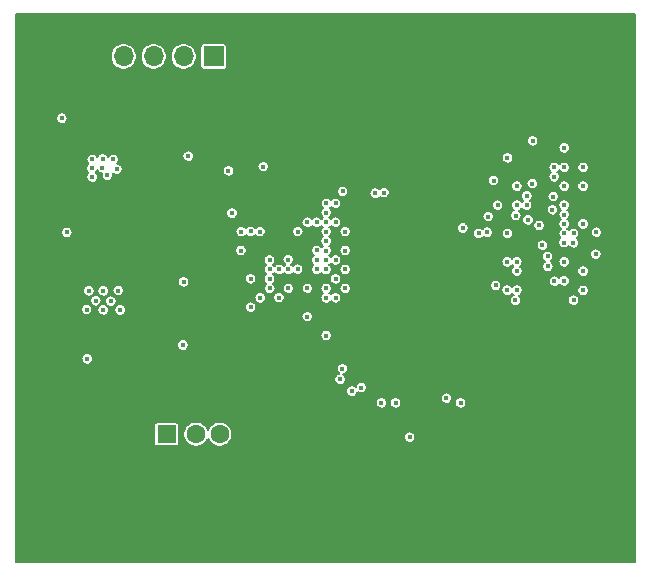
<source format=gbr>
%TF.GenerationSoftware,KiCad,Pcbnew,(5.1.7)-1*%
%TF.CreationDate,2020-12-15T14:41:59-08:00*%
%TF.ProjectId,Keychain,4b657963-6861-4696-9e2e-6b696361645f,rev?*%
%TF.SameCoordinates,Original*%
%TF.FileFunction,Copper,L2,Inr*%
%TF.FilePolarity,Positive*%
%FSLAX46Y46*%
G04 Gerber Fmt 4.6, Leading zero omitted, Abs format (unit mm)*
G04 Created by KiCad (PCBNEW (5.1.7)-1) date 2020-12-15 14:41:59*
%MOMM*%
%LPD*%
G01*
G04 APERTURE LIST*
%TA.AperFunction,ComponentPad*%
%ADD10O,1.700000X1.700000*%
%TD*%
%TA.AperFunction,ComponentPad*%
%ADD11R,1.700000X1.700000*%
%TD*%
%TA.AperFunction,ComponentPad*%
%ADD12C,1.600000*%
%TD*%
%TA.AperFunction,ComponentPad*%
%ADD13R,1.600000X1.500000*%
%TD*%
%TA.AperFunction,ComponentPad*%
%ADD14C,3.000000*%
%TD*%
%TA.AperFunction,ViaPad*%
%ADD15C,0.450000*%
%TD*%
%TA.AperFunction,Conductor*%
%ADD16C,0.127000*%
%TD*%
%TA.AperFunction,Conductor*%
%ADD17C,0.100000*%
%TD*%
G04 APERTURE END LIST*
D10*
%TO.N,Net-(J2-Pad4)*%
%TO.C,J2*%
X133380000Y-66870000D03*
%TO.N,Net-(J2-Pad3)*%
X135920000Y-66870000D03*
%TO.N,Net-(J2-Pad2)*%
X138460000Y-66870000D03*
D11*
%TO.N,Net-(J2-Pad1)*%
X141000000Y-66870000D03*
%TD*%
D12*
%TO.N,GND*%
%TO.C,J3*%
X144010000Y-98860000D03*
%TO.N,Net-(J3-Pad3)*%
X141510000Y-98860000D03*
%TO.N,Net-(J3-Pad2)*%
X139510000Y-98860000D03*
D13*
%TO.N,+5V*%
X137010000Y-98860000D03*
D14*
%TO.N,GND*%
X147080000Y-101570000D03*
X133940000Y-101570000D03*
%TD*%
D15*
%TO.N,GND*%
X171475000Y-77850000D03*
X172275000Y-75450000D03*
X171475000Y-79450000D03*
X171475000Y-81050000D03*
X165075000Y-84250000D03*
X165875000Y-77850000D03*
X140930000Y-80090000D03*
X140120000Y-78490000D03*
X143320000Y-79310000D03*
X148121552Y-83308404D03*
X147330000Y-83300000D03*
X145730000Y-83300000D03*
X148930000Y-84900000D03*
X148130000Y-86500000D03*
X147330000Y-87290000D03*
X145730000Y-87300000D03*
X145730000Y-88110000D03*
X144940000Y-84100000D03*
X147330000Y-88100000D03*
X149730000Y-87300000D03*
X142540000Y-87300000D03*
X144150000Y-87310000D03*
X165075000Y-75450000D03*
X166675000Y-81850000D03*
X172275000Y-84250000D03*
X172275000Y-85875000D03*
X172275000Y-87450000D03*
X172275000Y-74650000D03*
X166675000Y-75450000D03*
X148125000Y-80100000D03*
X149750000Y-80100000D03*
X153725000Y-78450000D03*
X152125000Y-80100000D03*
X165850000Y-79450000D03*
X151325000Y-81700000D03*
X150525000Y-85700000D03*
X152125000Y-87300000D03*
X149725000Y-81700000D03*
X151325000Y-83300000D03*
X165225000Y-87600000D03*
X164706310Y-85106310D03*
X157725000Y-81425000D03*
X167825000Y-84150000D03*
X153943803Y-92006197D03*
X152125000Y-89700000D03*
X148125000Y-89700000D03*
X144950000Y-89700000D03*
X140100000Y-92100000D03*
X142525000Y-89700000D03*
X144925000Y-80100000D03*
X153310000Y-103750000D03*
X131000000Y-84000000D03*
X126000000Y-73000000D03*
X129000000Y-83000000D03*
X138950000Y-81675000D03*
%TO.N,+3V3*%
X146540000Y-84890000D03*
X147330000Y-84900000D03*
X145730000Y-84900000D03*
X145730000Y-85700000D03*
X144130000Y-88090000D03*
X144120000Y-85690000D03*
X151325000Y-87300000D03*
X148925000Y-88900000D03*
X150525000Y-90500000D03*
X130440000Y-86710000D03*
X131650000Y-86710000D03*
X132920000Y-86690000D03*
X132290000Y-87580000D03*
X131020000Y-87550000D03*
X130250000Y-88300000D03*
X131650000Y-88320000D03*
X133090000Y-88330000D03*
X157600000Y-99100000D03*
X143311918Y-83298999D03*
%TO.N,+1V5*%
X172275000Y-77850000D03*
X172275000Y-76250000D03*
X171475000Y-81850000D03*
X169675000Y-79850000D03*
X165875000Y-75450000D03*
X165875000Y-81850000D03*
X148930000Y-86500000D03*
X149730000Y-84900000D03*
X149730000Y-84100000D03*
X149730000Y-83290000D03*
X165850000Y-84250000D03*
X172275000Y-85050000D03*
X172275000Y-81050000D03*
X166675000Y-77850000D03*
X170675000Y-74600000D03*
X165044998Y-79459490D03*
X166587502Y-80337490D03*
X162093697Y-81393697D03*
X164875364Y-86256011D03*
%TO.N,GND*%
X173550000Y-87450000D03*
X134850000Y-92450000D03*
X138450000Y-89700000D03*
X138350000Y-87250000D03*
X132350000Y-81750000D03*
X132300000Y-72150000D03*
X144400000Y-75700000D03*
%TO.N,+3V3*%
X138400000Y-91300000D03*
X138450000Y-85950000D03*
%TO.N,+1V5*%
X166667099Y-85032597D03*
X144130598Y-81680349D03*
X130720000Y-75580000D03*
X131600000Y-75530000D03*
X132500000Y-75580000D03*
X132800000Y-76400000D03*
X132000000Y-76940000D03*
X130720000Y-77080000D03*
X130670000Y-76340000D03*
X131560000Y-76280000D03*
X172275000Y-86675000D03*
X145200000Y-76200000D03*
X128150000Y-72100000D03*
%TO.N,SOC_CAP*%
X145730000Y-84100000D03*
X147310000Y-84080000D03*
X148110000Y-84870000D03*
X147320000Y-86500000D03*
%TO.N,ARM_CAP*%
X144930000Y-87300000D03*
X145750000Y-86510000D03*
X146530000Y-87290000D03*
%TO.N,NVCC_PLL*%
X143325000Y-81700000D03*
%TO.N,SNVS_CAP*%
X144925000Y-81700000D03*
%TO.N,HIGH_CAP*%
X142550000Y-80125000D03*
%TO.N,VREFDDR*%
X151325000Y-80900000D03*
X164243750Y-80431250D03*
X167614607Y-80701365D03*
X170675000Y-84250000D03*
X169275003Y-83799997D03*
%TO.N,VDD_HIGH_CAP*%
X148125000Y-81700000D03*
%TO.N,/DDR/DQSL-*%
X148925000Y-80900000D03*
X169825000Y-76250000D03*
%TO.N,/DDR/DQSL+*%
X149725000Y-80900000D03*
X169825000Y-77050000D03*
%TO.N,/DDR/DQSU-*%
X167500000Y-79450000D03*
X155422204Y-78397204D03*
%TO.N,/DDR/DQSU+*%
X167525000Y-78675000D03*
X154675000Y-78450000D03*
%TO.N,/DDR/RESET#*%
X150525000Y-87300000D03*
X166550000Y-87525000D03*
%TO.N,/DDR/CKE0*%
X152125000Y-83300000D03*
X171450000Y-82650000D03*
X173400000Y-81750000D03*
%TO.N,/DDR/ZQPAD*%
X150525000Y-81700000D03*
%TO.N,/DDR/CK+*%
X170675000Y-81850000D03*
X164150000Y-81750000D03*
%TO.N,/DDR/CK-*%
X170650000Y-82625000D03*
X163425000Y-81850000D03*
%TO.N,/DDR/ZQ*%
X173350000Y-83600000D03*
%TO.N,/DDR/DQL3*%
X168012500Y-74012500D03*
X170675000Y-76250000D03*
%TO.N,/DDR/DQU2*%
X150537320Y-79312570D03*
X170675000Y-79450000D03*
%TO.N,/DDR/DQU1*%
X151925000Y-78300000D03*
X169750000Y-78725000D03*
%TO.N,/DDR/DQL0*%
X150525000Y-80100000D03*
X170675000Y-77850000D03*
%TO.N,/DDR/DMU*%
X164700000Y-77375000D03*
X167975000Y-77625000D03*
%TO.N,/DDR/DQU3*%
X166675000Y-79450000D03*
X151325000Y-79300000D03*
%TO.N,/DDR/DQU4*%
X150525000Y-80900000D03*
X170675000Y-80250000D03*
%TO.N,/DDR/DQU5*%
X170675000Y-81050000D03*
X152125000Y-81700000D03*
%TO.N,/DDR/RAS#*%
X150525000Y-82500000D03*
X168550000Y-81175000D03*
%TO.N,/DDR/A10*%
X150525000Y-83300000D03*
X168836894Y-82837490D03*
%TO.N,/DDR/A0*%
X150525000Y-84100000D03*
X166675000Y-84250000D03*
%TO.N,/DDR/A12*%
X151325000Y-84100000D03*
X169300000Y-84650000D03*
%TO.N,/DDR/A4*%
X150525000Y-84900000D03*
X170660426Y-85864845D03*
%TO.N,/DDR/A11*%
X152125000Y-84900000D03*
X169850000Y-85900000D03*
%TO.N,/DDR/A8*%
X151325000Y-85700000D03*
X171475000Y-87500000D03*
%TO.N,/DDR/A7*%
X150525000Y-86500000D03*
X165850000Y-86650000D03*
%TO.N,/DDR/A13*%
X152125000Y-86500000D03*
X166675000Y-86650000D03*
%TO.N,SD_D1*%
X161900000Y-96200000D03*
X151900000Y-93300000D03*
%TO.N,SD_D0*%
X160700000Y-95800000D03*
X151700000Y-94200000D03*
%TO.N,SD_CMD*%
X153500000Y-94900000D03*
X156400000Y-96200000D03*
%TO.N,SD_D3*%
X152700000Y-95200000D03*
X155200000Y-96200000D03*
%TO.N,+5V*%
X130285000Y-92465000D03*
X128570000Y-81770000D03*
%TO.N,Net-(C30-Pad1)*%
X138850000Y-75300000D03*
%TO.N,Net-(C32-Pad1)*%
X142250000Y-76550000D03*
%TD*%
D16*
%TO.N,GND*%
X176711501Y-109711500D02*
X124288500Y-109711500D01*
X124288500Y-98110000D01*
X135945226Y-98110000D01*
X135945226Y-99610000D01*
X135950314Y-99661655D01*
X135965381Y-99711325D01*
X135989848Y-99757101D01*
X136022777Y-99797223D01*
X136062899Y-99830152D01*
X136108675Y-99854619D01*
X136158345Y-99869686D01*
X136210000Y-99874774D01*
X137810000Y-99874774D01*
X137861655Y-99869686D01*
X137911325Y-99854619D01*
X137957101Y-99830152D01*
X137997223Y-99797223D01*
X138030152Y-99757101D01*
X138054619Y-99711325D01*
X138069686Y-99661655D01*
X138074774Y-99610000D01*
X138074774Y-98755254D01*
X138446500Y-98755254D01*
X138446500Y-98964746D01*
X138487370Y-99170212D01*
X138567538Y-99363756D01*
X138683925Y-99537942D01*
X138832058Y-99686075D01*
X139006244Y-99802462D01*
X139199788Y-99882630D01*
X139405254Y-99923500D01*
X139614746Y-99923500D01*
X139820212Y-99882630D01*
X140013756Y-99802462D01*
X140187942Y-99686075D01*
X140336075Y-99537942D01*
X140452462Y-99363756D01*
X140510000Y-99224846D01*
X140567538Y-99363756D01*
X140683925Y-99537942D01*
X140832058Y-99686075D01*
X141006244Y-99802462D01*
X141199788Y-99882630D01*
X141405254Y-99923500D01*
X141614746Y-99923500D01*
X141820212Y-99882630D01*
X142013756Y-99802462D01*
X142187942Y-99686075D01*
X142336075Y-99537942D01*
X142452462Y-99363756D01*
X142532630Y-99170212D01*
X142556166Y-99051887D01*
X157111500Y-99051887D01*
X157111500Y-99148113D01*
X157130272Y-99242490D01*
X157167097Y-99331392D01*
X157220557Y-99411401D01*
X157288599Y-99479443D01*
X157368608Y-99532903D01*
X157457510Y-99569728D01*
X157551887Y-99588500D01*
X157648113Y-99588500D01*
X157742490Y-99569728D01*
X157831392Y-99532903D01*
X157911401Y-99479443D01*
X157979443Y-99411401D01*
X158032903Y-99331392D01*
X158069728Y-99242490D01*
X158088500Y-99148113D01*
X158088500Y-99051887D01*
X158069728Y-98957510D01*
X158032903Y-98868608D01*
X157979443Y-98788599D01*
X157911401Y-98720557D01*
X157831392Y-98667097D01*
X157742490Y-98630272D01*
X157648113Y-98611500D01*
X157551887Y-98611500D01*
X157457510Y-98630272D01*
X157368608Y-98667097D01*
X157288599Y-98720557D01*
X157220557Y-98788599D01*
X157167097Y-98868608D01*
X157130272Y-98957510D01*
X157111500Y-99051887D01*
X142556166Y-99051887D01*
X142573500Y-98964746D01*
X142573500Y-98755254D01*
X142532630Y-98549788D01*
X142452462Y-98356244D01*
X142336075Y-98182058D01*
X142187942Y-98033925D01*
X142013756Y-97917538D01*
X141820212Y-97837370D01*
X141614746Y-97796500D01*
X141405254Y-97796500D01*
X141199788Y-97837370D01*
X141006244Y-97917538D01*
X140832058Y-98033925D01*
X140683925Y-98182058D01*
X140567538Y-98356244D01*
X140510000Y-98495154D01*
X140452462Y-98356244D01*
X140336075Y-98182058D01*
X140187942Y-98033925D01*
X140013756Y-97917538D01*
X139820212Y-97837370D01*
X139614746Y-97796500D01*
X139405254Y-97796500D01*
X139199788Y-97837370D01*
X139006244Y-97917538D01*
X138832058Y-98033925D01*
X138683925Y-98182058D01*
X138567538Y-98356244D01*
X138487370Y-98549788D01*
X138446500Y-98755254D01*
X138074774Y-98755254D01*
X138074774Y-98110000D01*
X138069686Y-98058345D01*
X138054619Y-98008675D01*
X138030152Y-97962899D01*
X137997223Y-97922777D01*
X137957101Y-97889848D01*
X137911325Y-97865381D01*
X137861655Y-97850314D01*
X137810000Y-97845226D01*
X136210000Y-97845226D01*
X136158345Y-97850314D01*
X136108675Y-97865381D01*
X136062899Y-97889848D01*
X136022777Y-97922777D01*
X135989848Y-97962899D01*
X135965381Y-98008675D01*
X135950314Y-98058345D01*
X135945226Y-98110000D01*
X124288500Y-98110000D01*
X124288500Y-96151887D01*
X154711500Y-96151887D01*
X154711500Y-96248113D01*
X154730272Y-96342490D01*
X154767097Y-96431392D01*
X154820557Y-96511401D01*
X154888599Y-96579443D01*
X154968608Y-96632903D01*
X155057510Y-96669728D01*
X155151887Y-96688500D01*
X155248113Y-96688500D01*
X155342490Y-96669728D01*
X155431392Y-96632903D01*
X155511401Y-96579443D01*
X155579443Y-96511401D01*
X155632903Y-96431392D01*
X155669728Y-96342490D01*
X155688500Y-96248113D01*
X155688500Y-96151887D01*
X155911500Y-96151887D01*
X155911500Y-96248113D01*
X155930272Y-96342490D01*
X155967097Y-96431392D01*
X156020557Y-96511401D01*
X156088599Y-96579443D01*
X156168608Y-96632903D01*
X156257510Y-96669728D01*
X156351887Y-96688500D01*
X156448113Y-96688500D01*
X156542490Y-96669728D01*
X156631392Y-96632903D01*
X156711401Y-96579443D01*
X156779443Y-96511401D01*
X156832903Y-96431392D01*
X156869728Y-96342490D01*
X156888500Y-96248113D01*
X156888500Y-96151887D01*
X156869728Y-96057510D01*
X156832903Y-95968608D01*
X156779443Y-95888599D01*
X156711401Y-95820557D01*
X156631392Y-95767097D01*
X156594673Y-95751887D01*
X160211500Y-95751887D01*
X160211500Y-95848113D01*
X160230272Y-95942490D01*
X160267097Y-96031392D01*
X160320557Y-96111401D01*
X160388599Y-96179443D01*
X160468608Y-96232903D01*
X160557510Y-96269728D01*
X160651887Y-96288500D01*
X160748113Y-96288500D01*
X160842490Y-96269728D01*
X160931392Y-96232903D01*
X161011401Y-96179443D01*
X161038957Y-96151887D01*
X161411500Y-96151887D01*
X161411500Y-96248113D01*
X161430272Y-96342490D01*
X161467097Y-96431392D01*
X161520557Y-96511401D01*
X161588599Y-96579443D01*
X161668608Y-96632903D01*
X161757510Y-96669728D01*
X161851887Y-96688500D01*
X161948113Y-96688500D01*
X162042490Y-96669728D01*
X162131392Y-96632903D01*
X162211401Y-96579443D01*
X162279443Y-96511401D01*
X162332903Y-96431392D01*
X162369728Y-96342490D01*
X162388500Y-96248113D01*
X162388500Y-96151887D01*
X162369728Y-96057510D01*
X162332903Y-95968608D01*
X162279443Y-95888599D01*
X162211401Y-95820557D01*
X162131392Y-95767097D01*
X162042490Y-95730272D01*
X161948113Y-95711500D01*
X161851887Y-95711500D01*
X161757510Y-95730272D01*
X161668608Y-95767097D01*
X161588599Y-95820557D01*
X161520557Y-95888599D01*
X161467097Y-95968608D01*
X161430272Y-96057510D01*
X161411500Y-96151887D01*
X161038957Y-96151887D01*
X161079443Y-96111401D01*
X161132903Y-96031392D01*
X161169728Y-95942490D01*
X161188500Y-95848113D01*
X161188500Y-95751887D01*
X161169728Y-95657510D01*
X161132903Y-95568608D01*
X161079443Y-95488599D01*
X161011401Y-95420557D01*
X160931392Y-95367097D01*
X160842490Y-95330272D01*
X160748113Y-95311500D01*
X160651887Y-95311500D01*
X160557510Y-95330272D01*
X160468608Y-95367097D01*
X160388599Y-95420557D01*
X160320557Y-95488599D01*
X160267097Y-95568608D01*
X160230272Y-95657510D01*
X160211500Y-95751887D01*
X156594673Y-95751887D01*
X156542490Y-95730272D01*
X156448113Y-95711500D01*
X156351887Y-95711500D01*
X156257510Y-95730272D01*
X156168608Y-95767097D01*
X156088599Y-95820557D01*
X156020557Y-95888599D01*
X155967097Y-95968608D01*
X155930272Y-96057510D01*
X155911500Y-96151887D01*
X155688500Y-96151887D01*
X155669728Y-96057510D01*
X155632903Y-95968608D01*
X155579443Y-95888599D01*
X155511401Y-95820557D01*
X155431392Y-95767097D01*
X155342490Y-95730272D01*
X155248113Y-95711500D01*
X155151887Y-95711500D01*
X155057510Y-95730272D01*
X154968608Y-95767097D01*
X154888599Y-95820557D01*
X154820557Y-95888599D01*
X154767097Y-95968608D01*
X154730272Y-96057510D01*
X154711500Y-96151887D01*
X124288500Y-96151887D01*
X124288500Y-95151887D01*
X152211500Y-95151887D01*
X152211500Y-95248113D01*
X152230272Y-95342490D01*
X152267097Y-95431392D01*
X152320557Y-95511401D01*
X152388599Y-95579443D01*
X152468608Y-95632903D01*
X152557510Y-95669728D01*
X152651887Y-95688500D01*
X152748113Y-95688500D01*
X152842490Y-95669728D01*
X152931392Y-95632903D01*
X153011401Y-95579443D01*
X153079443Y-95511401D01*
X153132903Y-95431392D01*
X153169728Y-95342490D01*
X153183319Y-95274163D01*
X153188599Y-95279443D01*
X153268608Y-95332903D01*
X153357510Y-95369728D01*
X153451887Y-95388500D01*
X153548113Y-95388500D01*
X153642490Y-95369728D01*
X153731392Y-95332903D01*
X153811401Y-95279443D01*
X153879443Y-95211401D01*
X153932903Y-95131392D01*
X153969728Y-95042490D01*
X153988500Y-94948113D01*
X153988500Y-94851887D01*
X153969728Y-94757510D01*
X153932903Y-94668608D01*
X153879443Y-94588599D01*
X153811401Y-94520557D01*
X153731392Y-94467097D01*
X153642490Y-94430272D01*
X153548113Y-94411500D01*
X153451887Y-94411500D01*
X153357510Y-94430272D01*
X153268608Y-94467097D01*
X153188599Y-94520557D01*
X153120557Y-94588599D01*
X153067097Y-94668608D01*
X153030272Y-94757510D01*
X153016681Y-94825837D01*
X153011401Y-94820557D01*
X152931392Y-94767097D01*
X152842490Y-94730272D01*
X152748113Y-94711500D01*
X152651887Y-94711500D01*
X152557510Y-94730272D01*
X152468608Y-94767097D01*
X152388599Y-94820557D01*
X152320557Y-94888599D01*
X152267097Y-94968608D01*
X152230272Y-95057510D01*
X152211500Y-95151887D01*
X124288500Y-95151887D01*
X124288500Y-94151887D01*
X151211500Y-94151887D01*
X151211500Y-94248113D01*
X151230272Y-94342490D01*
X151267097Y-94431392D01*
X151320557Y-94511401D01*
X151388599Y-94579443D01*
X151468608Y-94632903D01*
X151557510Y-94669728D01*
X151651887Y-94688500D01*
X151748113Y-94688500D01*
X151842490Y-94669728D01*
X151931392Y-94632903D01*
X152011401Y-94579443D01*
X152079443Y-94511401D01*
X152132903Y-94431392D01*
X152169728Y-94342490D01*
X152188500Y-94248113D01*
X152188500Y-94151887D01*
X152169728Y-94057510D01*
X152132903Y-93968608D01*
X152079443Y-93888599D01*
X152011401Y-93820557D01*
X151959912Y-93786153D01*
X152042490Y-93769728D01*
X152131392Y-93732903D01*
X152211401Y-93679443D01*
X152279443Y-93611401D01*
X152332903Y-93531392D01*
X152369728Y-93442490D01*
X152388500Y-93348113D01*
X152388500Y-93251887D01*
X152369728Y-93157510D01*
X152332903Y-93068608D01*
X152279443Y-92988599D01*
X152211401Y-92920557D01*
X152131392Y-92867097D01*
X152042490Y-92830272D01*
X151948113Y-92811500D01*
X151851887Y-92811500D01*
X151757510Y-92830272D01*
X151668608Y-92867097D01*
X151588599Y-92920557D01*
X151520557Y-92988599D01*
X151467097Y-93068608D01*
X151430272Y-93157510D01*
X151411500Y-93251887D01*
X151411500Y-93348113D01*
X151430272Y-93442490D01*
X151467097Y-93531392D01*
X151520557Y-93611401D01*
X151588599Y-93679443D01*
X151640088Y-93713847D01*
X151557510Y-93730272D01*
X151468608Y-93767097D01*
X151388599Y-93820557D01*
X151320557Y-93888599D01*
X151267097Y-93968608D01*
X151230272Y-94057510D01*
X151211500Y-94151887D01*
X124288500Y-94151887D01*
X124288500Y-92416887D01*
X129796500Y-92416887D01*
X129796500Y-92513113D01*
X129815272Y-92607490D01*
X129852097Y-92696392D01*
X129905557Y-92776401D01*
X129973599Y-92844443D01*
X130053608Y-92897903D01*
X130142510Y-92934728D01*
X130236887Y-92953500D01*
X130333113Y-92953500D01*
X130427490Y-92934728D01*
X130516392Y-92897903D01*
X130596401Y-92844443D01*
X130664443Y-92776401D01*
X130717903Y-92696392D01*
X130754728Y-92607490D01*
X130773500Y-92513113D01*
X130773500Y-92416887D01*
X130754728Y-92322510D01*
X130717903Y-92233608D01*
X130664443Y-92153599D01*
X130596401Y-92085557D01*
X130516392Y-92032097D01*
X130427490Y-91995272D01*
X130333113Y-91976500D01*
X130236887Y-91976500D01*
X130142510Y-91995272D01*
X130053608Y-92032097D01*
X129973599Y-92085557D01*
X129905557Y-92153599D01*
X129852097Y-92233608D01*
X129815272Y-92322510D01*
X129796500Y-92416887D01*
X124288500Y-92416887D01*
X124288500Y-91251887D01*
X137911500Y-91251887D01*
X137911500Y-91348113D01*
X137930272Y-91442490D01*
X137967097Y-91531392D01*
X138020557Y-91611401D01*
X138088599Y-91679443D01*
X138168608Y-91732903D01*
X138257510Y-91769728D01*
X138351887Y-91788500D01*
X138448113Y-91788500D01*
X138542490Y-91769728D01*
X138631392Y-91732903D01*
X138711401Y-91679443D01*
X138779443Y-91611401D01*
X138832903Y-91531392D01*
X138869728Y-91442490D01*
X138888500Y-91348113D01*
X138888500Y-91251887D01*
X138869728Y-91157510D01*
X138832903Y-91068608D01*
X138779443Y-90988599D01*
X138711401Y-90920557D01*
X138631392Y-90867097D01*
X138542490Y-90830272D01*
X138448113Y-90811500D01*
X138351887Y-90811500D01*
X138257510Y-90830272D01*
X138168608Y-90867097D01*
X138088599Y-90920557D01*
X138020557Y-90988599D01*
X137967097Y-91068608D01*
X137930272Y-91157510D01*
X137911500Y-91251887D01*
X124288500Y-91251887D01*
X124288500Y-90451887D01*
X150036500Y-90451887D01*
X150036500Y-90548113D01*
X150055272Y-90642490D01*
X150092097Y-90731392D01*
X150145557Y-90811401D01*
X150213599Y-90879443D01*
X150293608Y-90932903D01*
X150382510Y-90969728D01*
X150476887Y-90988500D01*
X150573113Y-90988500D01*
X150667490Y-90969728D01*
X150756392Y-90932903D01*
X150836401Y-90879443D01*
X150904443Y-90811401D01*
X150957903Y-90731392D01*
X150994728Y-90642490D01*
X151013500Y-90548113D01*
X151013500Y-90451887D01*
X150994728Y-90357510D01*
X150957903Y-90268608D01*
X150904443Y-90188599D01*
X150836401Y-90120557D01*
X150756392Y-90067097D01*
X150667490Y-90030272D01*
X150573113Y-90011500D01*
X150476887Y-90011500D01*
X150382510Y-90030272D01*
X150293608Y-90067097D01*
X150213599Y-90120557D01*
X150145557Y-90188599D01*
X150092097Y-90268608D01*
X150055272Y-90357510D01*
X150036500Y-90451887D01*
X124288500Y-90451887D01*
X124288500Y-88851887D01*
X148436500Y-88851887D01*
X148436500Y-88948113D01*
X148455272Y-89042490D01*
X148492097Y-89131392D01*
X148545557Y-89211401D01*
X148613599Y-89279443D01*
X148693608Y-89332903D01*
X148782510Y-89369728D01*
X148876887Y-89388500D01*
X148973113Y-89388500D01*
X149067490Y-89369728D01*
X149156392Y-89332903D01*
X149236401Y-89279443D01*
X149304443Y-89211401D01*
X149357903Y-89131392D01*
X149394728Y-89042490D01*
X149413500Y-88948113D01*
X149413500Y-88851887D01*
X149394728Y-88757510D01*
X149357903Y-88668608D01*
X149304443Y-88588599D01*
X149236401Y-88520557D01*
X149156392Y-88467097D01*
X149067490Y-88430272D01*
X148973113Y-88411500D01*
X148876887Y-88411500D01*
X148782510Y-88430272D01*
X148693608Y-88467097D01*
X148613599Y-88520557D01*
X148545557Y-88588599D01*
X148492097Y-88668608D01*
X148455272Y-88757510D01*
X148436500Y-88851887D01*
X124288500Y-88851887D01*
X124288500Y-88251887D01*
X129761500Y-88251887D01*
X129761500Y-88348113D01*
X129780272Y-88442490D01*
X129817097Y-88531392D01*
X129870557Y-88611401D01*
X129938599Y-88679443D01*
X130018608Y-88732903D01*
X130107510Y-88769728D01*
X130201887Y-88788500D01*
X130298113Y-88788500D01*
X130392490Y-88769728D01*
X130481392Y-88732903D01*
X130561401Y-88679443D01*
X130629443Y-88611401D01*
X130682903Y-88531392D01*
X130719728Y-88442490D01*
X130738500Y-88348113D01*
X130738500Y-88271887D01*
X131161500Y-88271887D01*
X131161500Y-88368113D01*
X131180272Y-88462490D01*
X131217097Y-88551392D01*
X131270557Y-88631401D01*
X131338599Y-88699443D01*
X131418608Y-88752903D01*
X131507510Y-88789728D01*
X131601887Y-88808500D01*
X131698113Y-88808500D01*
X131792490Y-88789728D01*
X131881392Y-88752903D01*
X131961401Y-88699443D01*
X132029443Y-88631401D01*
X132082903Y-88551392D01*
X132119728Y-88462490D01*
X132138500Y-88368113D01*
X132138500Y-88281887D01*
X132601500Y-88281887D01*
X132601500Y-88378113D01*
X132620272Y-88472490D01*
X132657097Y-88561392D01*
X132710557Y-88641401D01*
X132778599Y-88709443D01*
X132858608Y-88762903D01*
X132947510Y-88799728D01*
X133041887Y-88818500D01*
X133138113Y-88818500D01*
X133232490Y-88799728D01*
X133321392Y-88762903D01*
X133401401Y-88709443D01*
X133469443Y-88641401D01*
X133522903Y-88561392D01*
X133559728Y-88472490D01*
X133578500Y-88378113D01*
X133578500Y-88281887D01*
X133559728Y-88187510D01*
X133522903Y-88098608D01*
X133485004Y-88041887D01*
X143641500Y-88041887D01*
X143641500Y-88138113D01*
X143660272Y-88232490D01*
X143697097Y-88321392D01*
X143750557Y-88401401D01*
X143818599Y-88469443D01*
X143898608Y-88522903D01*
X143987510Y-88559728D01*
X144081887Y-88578500D01*
X144178113Y-88578500D01*
X144272490Y-88559728D01*
X144361392Y-88522903D01*
X144441401Y-88469443D01*
X144509443Y-88401401D01*
X144562903Y-88321392D01*
X144599728Y-88232490D01*
X144618500Y-88138113D01*
X144618500Y-88041887D01*
X144599728Y-87947510D01*
X144562903Y-87858608D01*
X144509443Y-87778599D01*
X144441401Y-87710557D01*
X144361392Y-87657097D01*
X144272490Y-87620272D01*
X144178113Y-87601500D01*
X144081887Y-87601500D01*
X143987510Y-87620272D01*
X143898608Y-87657097D01*
X143818599Y-87710557D01*
X143750557Y-87778599D01*
X143697097Y-87858608D01*
X143660272Y-87947510D01*
X143641500Y-88041887D01*
X133485004Y-88041887D01*
X133469443Y-88018599D01*
X133401401Y-87950557D01*
X133321392Y-87897097D01*
X133232490Y-87860272D01*
X133138113Y-87841500D01*
X133041887Y-87841500D01*
X132947510Y-87860272D01*
X132858608Y-87897097D01*
X132778599Y-87950557D01*
X132710557Y-88018599D01*
X132657097Y-88098608D01*
X132620272Y-88187510D01*
X132601500Y-88281887D01*
X132138500Y-88281887D01*
X132138500Y-88271887D01*
X132119728Y-88177510D01*
X132082903Y-88088608D01*
X132029443Y-88008599D01*
X131983686Y-87962842D01*
X132058608Y-88012903D01*
X132147510Y-88049728D01*
X132241887Y-88068500D01*
X132338113Y-88068500D01*
X132432490Y-88049728D01*
X132521392Y-88012903D01*
X132601401Y-87959443D01*
X132669443Y-87891401D01*
X132722903Y-87811392D01*
X132759728Y-87722490D01*
X132778500Y-87628113D01*
X132778500Y-87531887D01*
X132759728Y-87437510D01*
X132722903Y-87348608D01*
X132669443Y-87268599D01*
X132652731Y-87251887D01*
X144441500Y-87251887D01*
X144441500Y-87348113D01*
X144460272Y-87442490D01*
X144497097Y-87531392D01*
X144550557Y-87611401D01*
X144618599Y-87679443D01*
X144698608Y-87732903D01*
X144787510Y-87769728D01*
X144881887Y-87788500D01*
X144978113Y-87788500D01*
X145072490Y-87769728D01*
X145161392Y-87732903D01*
X145241401Y-87679443D01*
X145309443Y-87611401D01*
X145362903Y-87531392D01*
X145399728Y-87442490D01*
X145418500Y-87348113D01*
X145418500Y-87251887D01*
X145416511Y-87241887D01*
X146041500Y-87241887D01*
X146041500Y-87338113D01*
X146060272Y-87432490D01*
X146097097Y-87521392D01*
X146150557Y-87601401D01*
X146218599Y-87669443D01*
X146298608Y-87722903D01*
X146387510Y-87759728D01*
X146481887Y-87778500D01*
X146578113Y-87778500D01*
X146672490Y-87759728D01*
X146761392Y-87722903D01*
X146841401Y-87669443D01*
X146909443Y-87601401D01*
X146962903Y-87521392D01*
X146999728Y-87432490D01*
X147018500Y-87338113D01*
X147018500Y-87241887D01*
X146999728Y-87147510D01*
X146962903Y-87058608D01*
X146909443Y-86978599D01*
X146841401Y-86910557D01*
X146761392Y-86857097D01*
X146672490Y-86820272D01*
X146578113Y-86801500D01*
X146481887Y-86801500D01*
X146387510Y-86820272D01*
X146298608Y-86857097D01*
X146218599Y-86910557D01*
X146150557Y-86978599D01*
X146097097Y-87058608D01*
X146060272Y-87147510D01*
X146041500Y-87241887D01*
X145416511Y-87241887D01*
X145399728Y-87157510D01*
X145362903Y-87068608D01*
X145309443Y-86988599D01*
X145241401Y-86920557D01*
X145161392Y-86867097D01*
X145072490Y-86830272D01*
X144978113Y-86811500D01*
X144881887Y-86811500D01*
X144787510Y-86830272D01*
X144698608Y-86867097D01*
X144618599Y-86920557D01*
X144550557Y-86988599D01*
X144497097Y-87068608D01*
X144460272Y-87157510D01*
X144441500Y-87251887D01*
X132652731Y-87251887D01*
X132601401Y-87200557D01*
X132521392Y-87147097D01*
X132432490Y-87110272D01*
X132338113Y-87091500D01*
X132241887Y-87091500D01*
X132147510Y-87110272D01*
X132058608Y-87147097D01*
X131978599Y-87200557D01*
X131910557Y-87268599D01*
X131857097Y-87348608D01*
X131820272Y-87437510D01*
X131801500Y-87531887D01*
X131801500Y-87628113D01*
X131820272Y-87722490D01*
X131857097Y-87811392D01*
X131910557Y-87891401D01*
X131956314Y-87937158D01*
X131881392Y-87887097D01*
X131792490Y-87850272D01*
X131698113Y-87831500D01*
X131601887Y-87831500D01*
X131507510Y-87850272D01*
X131418608Y-87887097D01*
X131338599Y-87940557D01*
X131270557Y-88008599D01*
X131217097Y-88088608D01*
X131180272Y-88177510D01*
X131161500Y-88271887D01*
X130738500Y-88271887D01*
X130738500Y-88251887D01*
X130719728Y-88157510D01*
X130682903Y-88068608D01*
X130629443Y-87988599D01*
X130561401Y-87920557D01*
X130481392Y-87867097D01*
X130392490Y-87830272D01*
X130298113Y-87811500D01*
X130201887Y-87811500D01*
X130107510Y-87830272D01*
X130018608Y-87867097D01*
X129938599Y-87920557D01*
X129870557Y-87988599D01*
X129817097Y-88068608D01*
X129780272Y-88157510D01*
X129761500Y-88251887D01*
X124288500Y-88251887D01*
X124288500Y-87501887D01*
X130531500Y-87501887D01*
X130531500Y-87598113D01*
X130550272Y-87692490D01*
X130587097Y-87781392D01*
X130640557Y-87861401D01*
X130708599Y-87929443D01*
X130788608Y-87982903D01*
X130877510Y-88019728D01*
X130971887Y-88038500D01*
X131068113Y-88038500D01*
X131162490Y-88019728D01*
X131251392Y-87982903D01*
X131331401Y-87929443D01*
X131399443Y-87861401D01*
X131452903Y-87781392D01*
X131489728Y-87692490D01*
X131508500Y-87598113D01*
X131508500Y-87501887D01*
X131489728Y-87407510D01*
X131452903Y-87318608D01*
X131399443Y-87238599D01*
X131331401Y-87170557D01*
X131251392Y-87117097D01*
X131162490Y-87080272D01*
X131068113Y-87061500D01*
X130971887Y-87061500D01*
X130877510Y-87080272D01*
X130788608Y-87117097D01*
X130708599Y-87170557D01*
X130640557Y-87238599D01*
X130587097Y-87318608D01*
X130550272Y-87407510D01*
X130531500Y-87501887D01*
X124288500Y-87501887D01*
X124288500Y-86661887D01*
X129951500Y-86661887D01*
X129951500Y-86758113D01*
X129970272Y-86852490D01*
X130007097Y-86941392D01*
X130060557Y-87021401D01*
X130128599Y-87089443D01*
X130208608Y-87142903D01*
X130297510Y-87179728D01*
X130391887Y-87198500D01*
X130488113Y-87198500D01*
X130582490Y-87179728D01*
X130671392Y-87142903D01*
X130751401Y-87089443D01*
X130819443Y-87021401D01*
X130872903Y-86941392D01*
X130909728Y-86852490D01*
X130928500Y-86758113D01*
X130928500Y-86661887D01*
X131161500Y-86661887D01*
X131161500Y-86758113D01*
X131180272Y-86852490D01*
X131217097Y-86941392D01*
X131270557Y-87021401D01*
X131338599Y-87089443D01*
X131418608Y-87142903D01*
X131507510Y-87179728D01*
X131601887Y-87198500D01*
X131698113Y-87198500D01*
X131792490Y-87179728D01*
X131881392Y-87142903D01*
X131961401Y-87089443D01*
X132029443Y-87021401D01*
X132082903Y-86941392D01*
X132119728Y-86852490D01*
X132138500Y-86758113D01*
X132138500Y-86661887D01*
X132134522Y-86641887D01*
X132431500Y-86641887D01*
X132431500Y-86738113D01*
X132450272Y-86832490D01*
X132487097Y-86921392D01*
X132540557Y-87001401D01*
X132608599Y-87069443D01*
X132688608Y-87122903D01*
X132777510Y-87159728D01*
X132871887Y-87178500D01*
X132968113Y-87178500D01*
X133062490Y-87159728D01*
X133151392Y-87122903D01*
X133231401Y-87069443D01*
X133299443Y-87001401D01*
X133352903Y-86921392D01*
X133389728Y-86832490D01*
X133408500Y-86738113D01*
X133408500Y-86641887D01*
X133389728Y-86547510D01*
X133352903Y-86458608D01*
X133299443Y-86378599D01*
X133231401Y-86310557D01*
X133151392Y-86257097D01*
X133062490Y-86220272D01*
X132968113Y-86201500D01*
X132871887Y-86201500D01*
X132777510Y-86220272D01*
X132688608Y-86257097D01*
X132608599Y-86310557D01*
X132540557Y-86378599D01*
X132487097Y-86458608D01*
X132450272Y-86547510D01*
X132431500Y-86641887D01*
X132134522Y-86641887D01*
X132119728Y-86567510D01*
X132082903Y-86478608D01*
X132029443Y-86398599D01*
X131961401Y-86330557D01*
X131881392Y-86277097D01*
X131792490Y-86240272D01*
X131698113Y-86221500D01*
X131601887Y-86221500D01*
X131507510Y-86240272D01*
X131418608Y-86277097D01*
X131338599Y-86330557D01*
X131270557Y-86398599D01*
X131217097Y-86478608D01*
X131180272Y-86567510D01*
X131161500Y-86661887D01*
X130928500Y-86661887D01*
X130909728Y-86567510D01*
X130872903Y-86478608D01*
X130819443Y-86398599D01*
X130751401Y-86330557D01*
X130671392Y-86277097D01*
X130582490Y-86240272D01*
X130488113Y-86221500D01*
X130391887Y-86221500D01*
X130297510Y-86240272D01*
X130208608Y-86277097D01*
X130128599Y-86330557D01*
X130060557Y-86398599D01*
X130007097Y-86478608D01*
X129970272Y-86567510D01*
X129951500Y-86661887D01*
X124288500Y-86661887D01*
X124288500Y-85901887D01*
X137961500Y-85901887D01*
X137961500Y-85998113D01*
X137980272Y-86092490D01*
X138017097Y-86181392D01*
X138070557Y-86261401D01*
X138138599Y-86329443D01*
X138218608Y-86382903D01*
X138307510Y-86419728D01*
X138401887Y-86438500D01*
X138498113Y-86438500D01*
X138592490Y-86419728D01*
X138681392Y-86382903D01*
X138761401Y-86329443D01*
X138829443Y-86261401D01*
X138882903Y-86181392D01*
X138919728Y-86092490D01*
X138938500Y-85998113D01*
X138938500Y-85901887D01*
X138919728Y-85807510D01*
X138882903Y-85718608D01*
X138831640Y-85641887D01*
X143631500Y-85641887D01*
X143631500Y-85738113D01*
X143650272Y-85832490D01*
X143687097Y-85921392D01*
X143740557Y-86001401D01*
X143808599Y-86069443D01*
X143888608Y-86122903D01*
X143977510Y-86159728D01*
X144071887Y-86178500D01*
X144168113Y-86178500D01*
X144262490Y-86159728D01*
X144351392Y-86122903D01*
X144431401Y-86069443D01*
X144499443Y-86001401D01*
X144552903Y-85921392D01*
X144589728Y-85832490D01*
X144608500Y-85738113D01*
X144608500Y-85641887D01*
X144589728Y-85547510D01*
X144552903Y-85458608D01*
X144499443Y-85378599D01*
X144431401Y-85310557D01*
X144351392Y-85257097D01*
X144262490Y-85220272D01*
X144168113Y-85201500D01*
X144071887Y-85201500D01*
X143977510Y-85220272D01*
X143888608Y-85257097D01*
X143808599Y-85310557D01*
X143740557Y-85378599D01*
X143687097Y-85458608D01*
X143650272Y-85547510D01*
X143631500Y-85641887D01*
X138831640Y-85641887D01*
X138829443Y-85638599D01*
X138761401Y-85570557D01*
X138681392Y-85517097D01*
X138592490Y-85480272D01*
X138498113Y-85461500D01*
X138401887Y-85461500D01*
X138307510Y-85480272D01*
X138218608Y-85517097D01*
X138138599Y-85570557D01*
X138070557Y-85638599D01*
X138017097Y-85718608D01*
X137980272Y-85807510D01*
X137961500Y-85901887D01*
X124288500Y-85901887D01*
X124288500Y-84051887D01*
X145241500Y-84051887D01*
X145241500Y-84148113D01*
X145260272Y-84242490D01*
X145297097Y-84331392D01*
X145350557Y-84411401D01*
X145418599Y-84479443D01*
X145449365Y-84500000D01*
X145418599Y-84520557D01*
X145350557Y-84588599D01*
X145297097Y-84668608D01*
X145260272Y-84757510D01*
X145241500Y-84851887D01*
X145241500Y-84948113D01*
X145260272Y-85042490D01*
X145297097Y-85131392D01*
X145350557Y-85211401D01*
X145418599Y-85279443D01*
X145449365Y-85300000D01*
X145418599Y-85320557D01*
X145350557Y-85388599D01*
X145297097Y-85468608D01*
X145260272Y-85557510D01*
X145241500Y-85651887D01*
X145241500Y-85748113D01*
X145260272Y-85842490D01*
X145297097Y-85931392D01*
X145350557Y-86011401D01*
X145418599Y-86079443D01*
X145466848Y-86111682D01*
X145438599Y-86130557D01*
X145370557Y-86198599D01*
X145317097Y-86278608D01*
X145280272Y-86367510D01*
X145261500Y-86461887D01*
X145261500Y-86558113D01*
X145280272Y-86652490D01*
X145317097Y-86741392D01*
X145370557Y-86821401D01*
X145438599Y-86889443D01*
X145518608Y-86942903D01*
X145607510Y-86979728D01*
X145701887Y-86998500D01*
X145798113Y-86998500D01*
X145892490Y-86979728D01*
X145981392Y-86942903D01*
X146061401Y-86889443D01*
X146129443Y-86821401D01*
X146182903Y-86741392D01*
X146219728Y-86652490D01*
X146238500Y-86558113D01*
X146238500Y-86461887D01*
X146236511Y-86451887D01*
X146831500Y-86451887D01*
X146831500Y-86548113D01*
X146850272Y-86642490D01*
X146887097Y-86731392D01*
X146940557Y-86811401D01*
X147008599Y-86879443D01*
X147088608Y-86932903D01*
X147177510Y-86969728D01*
X147271887Y-86988500D01*
X147368113Y-86988500D01*
X147462490Y-86969728D01*
X147551392Y-86932903D01*
X147631401Y-86879443D01*
X147699443Y-86811401D01*
X147752903Y-86731392D01*
X147789728Y-86642490D01*
X147808500Y-86548113D01*
X147808500Y-86451887D01*
X148441500Y-86451887D01*
X148441500Y-86548113D01*
X148460272Y-86642490D01*
X148497097Y-86731392D01*
X148550557Y-86811401D01*
X148618599Y-86879443D01*
X148698608Y-86932903D01*
X148787510Y-86969728D01*
X148881887Y-86988500D01*
X148978113Y-86988500D01*
X149072490Y-86969728D01*
X149161392Y-86932903D01*
X149241401Y-86879443D01*
X149309443Y-86811401D01*
X149362903Y-86731392D01*
X149399728Y-86642490D01*
X149418500Y-86548113D01*
X149418500Y-86451887D01*
X150036500Y-86451887D01*
X150036500Y-86548113D01*
X150055272Y-86642490D01*
X150092097Y-86731392D01*
X150145557Y-86811401D01*
X150213599Y-86879443D01*
X150244365Y-86900000D01*
X150213599Y-86920557D01*
X150145557Y-86988599D01*
X150092097Y-87068608D01*
X150055272Y-87157510D01*
X150036500Y-87251887D01*
X150036500Y-87348113D01*
X150055272Y-87442490D01*
X150092097Y-87531392D01*
X150145557Y-87611401D01*
X150213599Y-87679443D01*
X150293608Y-87732903D01*
X150382510Y-87769728D01*
X150476887Y-87788500D01*
X150573113Y-87788500D01*
X150667490Y-87769728D01*
X150756392Y-87732903D01*
X150836401Y-87679443D01*
X150904443Y-87611401D01*
X150925000Y-87580635D01*
X150945557Y-87611401D01*
X151013599Y-87679443D01*
X151093608Y-87732903D01*
X151182510Y-87769728D01*
X151276887Y-87788500D01*
X151373113Y-87788500D01*
X151467490Y-87769728D01*
X151556392Y-87732903D01*
X151636401Y-87679443D01*
X151704443Y-87611401D01*
X151757903Y-87531392D01*
X151794728Y-87442490D01*
X151813500Y-87348113D01*
X151813500Y-87251887D01*
X151794728Y-87157510D01*
X151757903Y-87068608D01*
X151704443Y-86988599D01*
X151636401Y-86920557D01*
X151556392Y-86867097D01*
X151467490Y-86830272D01*
X151373113Y-86811500D01*
X151276887Y-86811500D01*
X151182510Y-86830272D01*
X151093608Y-86867097D01*
X151013599Y-86920557D01*
X150945557Y-86988599D01*
X150925000Y-87019365D01*
X150904443Y-86988599D01*
X150836401Y-86920557D01*
X150805635Y-86900000D01*
X150836401Y-86879443D01*
X150904443Y-86811401D01*
X150957903Y-86731392D01*
X150994728Y-86642490D01*
X151013500Y-86548113D01*
X151013500Y-86451887D01*
X151636500Y-86451887D01*
X151636500Y-86548113D01*
X151655272Y-86642490D01*
X151692097Y-86731392D01*
X151745557Y-86811401D01*
X151813599Y-86879443D01*
X151893608Y-86932903D01*
X151982510Y-86969728D01*
X152076887Y-86988500D01*
X152173113Y-86988500D01*
X152267490Y-86969728D01*
X152356392Y-86932903D01*
X152436401Y-86879443D01*
X152504443Y-86811401D01*
X152557903Y-86731392D01*
X152594728Y-86642490D01*
X152613500Y-86548113D01*
X152613500Y-86451887D01*
X152594728Y-86357510D01*
X152557903Y-86268608D01*
X152517339Y-86207898D01*
X164386864Y-86207898D01*
X164386864Y-86304124D01*
X164405636Y-86398501D01*
X164442461Y-86487403D01*
X164495921Y-86567412D01*
X164563963Y-86635454D01*
X164643972Y-86688914D01*
X164732874Y-86725739D01*
X164827251Y-86744511D01*
X164923477Y-86744511D01*
X165017854Y-86725739D01*
X165106756Y-86688914D01*
X165186765Y-86635454D01*
X165220332Y-86601887D01*
X165361500Y-86601887D01*
X165361500Y-86698113D01*
X165380272Y-86792490D01*
X165417097Y-86881392D01*
X165470557Y-86961401D01*
X165538599Y-87029443D01*
X165618608Y-87082903D01*
X165707510Y-87119728D01*
X165801887Y-87138500D01*
X165898113Y-87138500D01*
X165992490Y-87119728D01*
X166081392Y-87082903D01*
X166161401Y-87029443D01*
X166229443Y-86961401D01*
X166262500Y-86911927D01*
X166295557Y-86961401D01*
X166363599Y-87029443D01*
X166404266Y-87056616D01*
X166318608Y-87092097D01*
X166238599Y-87145557D01*
X166170557Y-87213599D01*
X166117097Y-87293608D01*
X166080272Y-87382510D01*
X166061500Y-87476887D01*
X166061500Y-87573113D01*
X166080272Y-87667490D01*
X166117097Y-87756392D01*
X166170557Y-87836401D01*
X166238599Y-87904443D01*
X166318608Y-87957903D01*
X166407510Y-87994728D01*
X166501887Y-88013500D01*
X166598113Y-88013500D01*
X166692490Y-87994728D01*
X166781392Y-87957903D01*
X166861401Y-87904443D01*
X166929443Y-87836401D01*
X166982903Y-87756392D01*
X167019728Y-87667490D01*
X167038500Y-87573113D01*
X167038500Y-87476887D01*
X167033528Y-87451887D01*
X170986500Y-87451887D01*
X170986500Y-87548113D01*
X171005272Y-87642490D01*
X171042097Y-87731392D01*
X171095557Y-87811401D01*
X171163599Y-87879443D01*
X171243608Y-87932903D01*
X171332510Y-87969728D01*
X171426887Y-87988500D01*
X171523113Y-87988500D01*
X171617490Y-87969728D01*
X171706392Y-87932903D01*
X171786401Y-87879443D01*
X171854443Y-87811401D01*
X171907903Y-87731392D01*
X171944728Y-87642490D01*
X171963500Y-87548113D01*
X171963500Y-87451887D01*
X171944728Y-87357510D01*
X171907903Y-87268608D01*
X171854443Y-87188599D01*
X171786401Y-87120557D01*
X171706392Y-87067097D01*
X171617490Y-87030272D01*
X171523113Y-87011500D01*
X171426887Y-87011500D01*
X171332510Y-87030272D01*
X171243608Y-87067097D01*
X171163599Y-87120557D01*
X171095557Y-87188599D01*
X171042097Y-87268608D01*
X171005272Y-87357510D01*
X170986500Y-87451887D01*
X167033528Y-87451887D01*
X167019728Y-87382510D01*
X166982903Y-87293608D01*
X166929443Y-87213599D01*
X166861401Y-87145557D01*
X166820734Y-87118384D01*
X166906392Y-87082903D01*
X166986401Y-87029443D01*
X167054443Y-86961401D01*
X167107903Y-86881392D01*
X167144728Y-86792490D01*
X167163500Y-86698113D01*
X167163500Y-86626887D01*
X171786500Y-86626887D01*
X171786500Y-86723113D01*
X171805272Y-86817490D01*
X171842097Y-86906392D01*
X171895557Y-86986401D01*
X171963599Y-87054443D01*
X172043608Y-87107903D01*
X172132510Y-87144728D01*
X172226887Y-87163500D01*
X172323113Y-87163500D01*
X172417490Y-87144728D01*
X172506392Y-87107903D01*
X172586401Y-87054443D01*
X172654443Y-86986401D01*
X172707903Y-86906392D01*
X172744728Y-86817490D01*
X172763500Y-86723113D01*
X172763500Y-86626887D01*
X172744728Y-86532510D01*
X172707903Y-86443608D01*
X172654443Y-86363599D01*
X172586401Y-86295557D01*
X172506392Y-86242097D01*
X172417490Y-86205272D01*
X172323113Y-86186500D01*
X172226887Y-86186500D01*
X172132510Y-86205272D01*
X172043608Y-86242097D01*
X171963599Y-86295557D01*
X171895557Y-86363599D01*
X171842097Y-86443608D01*
X171805272Y-86532510D01*
X171786500Y-86626887D01*
X167163500Y-86626887D01*
X167163500Y-86601887D01*
X167144728Y-86507510D01*
X167107903Y-86418608D01*
X167054443Y-86338599D01*
X166986401Y-86270557D01*
X166906392Y-86217097D01*
X166817490Y-86180272D01*
X166723113Y-86161500D01*
X166626887Y-86161500D01*
X166532510Y-86180272D01*
X166443608Y-86217097D01*
X166363599Y-86270557D01*
X166295557Y-86338599D01*
X166262500Y-86388073D01*
X166229443Y-86338599D01*
X166161401Y-86270557D01*
X166081392Y-86217097D01*
X165992490Y-86180272D01*
X165898113Y-86161500D01*
X165801887Y-86161500D01*
X165707510Y-86180272D01*
X165618608Y-86217097D01*
X165538599Y-86270557D01*
X165470557Y-86338599D01*
X165417097Y-86418608D01*
X165380272Y-86507510D01*
X165361500Y-86601887D01*
X165220332Y-86601887D01*
X165254807Y-86567412D01*
X165308267Y-86487403D01*
X165345092Y-86398501D01*
X165363864Y-86304124D01*
X165363864Y-86207898D01*
X165345092Y-86113521D01*
X165308267Y-86024619D01*
X165254807Y-85944610D01*
X165186765Y-85876568D01*
X165149828Y-85851887D01*
X169361500Y-85851887D01*
X169361500Y-85948113D01*
X169380272Y-86042490D01*
X169417097Y-86131392D01*
X169470557Y-86211401D01*
X169538599Y-86279443D01*
X169618608Y-86332903D01*
X169707510Y-86369728D01*
X169801887Y-86388500D01*
X169898113Y-86388500D01*
X169992490Y-86369728D01*
X170081392Y-86332903D01*
X170161401Y-86279443D01*
X170229443Y-86211401D01*
X170266958Y-86155256D01*
X170280983Y-86176246D01*
X170349025Y-86244288D01*
X170429034Y-86297748D01*
X170517936Y-86334573D01*
X170612313Y-86353345D01*
X170708539Y-86353345D01*
X170802916Y-86334573D01*
X170891818Y-86297748D01*
X170971827Y-86244288D01*
X171039869Y-86176246D01*
X171093329Y-86096237D01*
X171130154Y-86007335D01*
X171148926Y-85912958D01*
X171148926Y-85816732D01*
X171130154Y-85722355D01*
X171093329Y-85633453D01*
X171039869Y-85553444D01*
X170971827Y-85485402D01*
X170891818Y-85431942D01*
X170802916Y-85395117D01*
X170708539Y-85376345D01*
X170612313Y-85376345D01*
X170517936Y-85395117D01*
X170429034Y-85431942D01*
X170349025Y-85485402D01*
X170280983Y-85553444D01*
X170243468Y-85609589D01*
X170229443Y-85588599D01*
X170161401Y-85520557D01*
X170081392Y-85467097D01*
X169992490Y-85430272D01*
X169898113Y-85411500D01*
X169801887Y-85411500D01*
X169707510Y-85430272D01*
X169618608Y-85467097D01*
X169538599Y-85520557D01*
X169470557Y-85588599D01*
X169417097Y-85668608D01*
X169380272Y-85757510D01*
X169361500Y-85851887D01*
X165149828Y-85851887D01*
X165106756Y-85823108D01*
X165017854Y-85786283D01*
X164923477Y-85767511D01*
X164827251Y-85767511D01*
X164732874Y-85786283D01*
X164643972Y-85823108D01*
X164563963Y-85876568D01*
X164495921Y-85944610D01*
X164442461Y-86024619D01*
X164405636Y-86113521D01*
X164386864Y-86207898D01*
X152517339Y-86207898D01*
X152504443Y-86188599D01*
X152436401Y-86120557D01*
X152356392Y-86067097D01*
X152267490Y-86030272D01*
X152173113Y-86011500D01*
X152076887Y-86011500D01*
X151982510Y-86030272D01*
X151893608Y-86067097D01*
X151813599Y-86120557D01*
X151745557Y-86188599D01*
X151692097Y-86268608D01*
X151655272Y-86357510D01*
X151636500Y-86451887D01*
X151013500Y-86451887D01*
X150994728Y-86357510D01*
X150957903Y-86268608D01*
X150904443Y-86188599D01*
X150836401Y-86120557D01*
X150756392Y-86067097D01*
X150667490Y-86030272D01*
X150573113Y-86011500D01*
X150476887Y-86011500D01*
X150382510Y-86030272D01*
X150293608Y-86067097D01*
X150213599Y-86120557D01*
X150145557Y-86188599D01*
X150092097Y-86268608D01*
X150055272Y-86357510D01*
X150036500Y-86451887D01*
X149418500Y-86451887D01*
X149399728Y-86357510D01*
X149362903Y-86268608D01*
X149309443Y-86188599D01*
X149241401Y-86120557D01*
X149161392Y-86067097D01*
X149072490Y-86030272D01*
X148978113Y-86011500D01*
X148881887Y-86011500D01*
X148787510Y-86030272D01*
X148698608Y-86067097D01*
X148618599Y-86120557D01*
X148550557Y-86188599D01*
X148497097Y-86268608D01*
X148460272Y-86357510D01*
X148441500Y-86451887D01*
X147808500Y-86451887D01*
X147789728Y-86357510D01*
X147752903Y-86268608D01*
X147699443Y-86188599D01*
X147631401Y-86120557D01*
X147551392Y-86067097D01*
X147462490Y-86030272D01*
X147368113Y-86011500D01*
X147271887Y-86011500D01*
X147177510Y-86030272D01*
X147088608Y-86067097D01*
X147008599Y-86120557D01*
X146940557Y-86188599D01*
X146887097Y-86268608D01*
X146850272Y-86357510D01*
X146831500Y-86451887D01*
X146236511Y-86451887D01*
X146219728Y-86367510D01*
X146182903Y-86278608D01*
X146129443Y-86198599D01*
X146061401Y-86130557D01*
X146013152Y-86098318D01*
X146041401Y-86079443D01*
X146109443Y-86011401D01*
X146162903Y-85931392D01*
X146199728Y-85842490D01*
X146218500Y-85748113D01*
X146218500Y-85651887D01*
X150836500Y-85651887D01*
X150836500Y-85748113D01*
X150855272Y-85842490D01*
X150892097Y-85931392D01*
X150945557Y-86011401D01*
X151013599Y-86079443D01*
X151093608Y-86132903D01*
X151182510Y-86169728D01*
X151276887Y-86188500D01*
X151373113Y-86188500D01*
X151467490Y-86169728D01*
X151556392Y-86132903D01*
X151636401Y-86079443D01*
X151704443Y-86011401D01*
X151757903Y-85931392D01*
X151794728Y-85842490D01*
X151813500Y-85748113D01*
X151813500Y-85651887D01*
X151794728Y-85557510D01*
X151757903Y-85468608D01*
X151704443Y-85388599D01*
X151636401Y-85320557D01*
X151556392Y-85267097D01*
X151467490Y-85230272D01*
X151373113Y-85211500D01*
X151276887Y-85211500D01*
X151182510Y-85230272D01*
X151093608Y-85267097D01*
X151013599Y-85320557D01*
X150945557Y-85388599D01*
X150892097Y-85468608D01*
X150855272Y-85557510D01*
X150836500Y-85651887D01*
X146218500Y-85651887D01*
X146199728Y-85557510D01*
X146162903Y-85468608D01*
X146109443Y-85388599D01*
X146041401Y-85320557D01*
X146010635Y-85300000D01*
X146041401Y-85279443D01*
X146109443Y-85211401D01*
X146138341Y-85168152D01*
X146160557Y-85201401D01*
X146228599Y-85269443D01*
X146308608Y-85322903D01*
X146397510Y-85359728D01*
X146491887Y-85378500D01*
X146588113Y-85378500D01*
X146682490Y-85359728D01*
X146771392Y-85322903D01*
X146851401Y-85269443D01*
X146919443Y-85201401D01*
X146931659Y-85183118D01*
X146950557Y-85211401D01*
X147018599Y-85279443D01*
X147098608Y-85332903D01*
X147187510Y-85369728D01*
X147281887Y-85388500D01*
X147378113Y-85388500D01*
X147472490Y-85369728D01*
X147561392Y-85332903D01*
X147641401Y-85279443D01*
X147709443Y-85211401D01*
X147730023Y-85180601D01*
X147730557Y-85181401D01*
X147798599Y-85249443D01*
X147878608Y-85302903D01*
X147967510Y-85339728D01*
X148061887Y-85358500D01*
X148158113Y-85358500D01*
X148252490Y-85339728D01*
X148341392Y-85302903D01*
X148421401Y-85249443D01*
X148489443Y-85181401D01*
X148542903Y-85101392D01*
X148579728Y-85012490D01*
X148598500Y-84918113D01*
X148598500Y-84821887D01*
X148579728Y-84727510D01*
X148542903Y-84638608D01*
X148489443Y-84558599D01*
X148421401Y-84490557D01*
X148341392Y-84437097D01*
X148252490Y-84400272D01*
X148158113Y-84381500D01*
X148061887Y-84381500D01*
X147967510Y-84400272D01*
X147878608Y-84437097D01*
X147798599Y-84490557D01*
X147730557Y-84558599D01*
X147709977Y-84589399D01*
X147709443Y-84588599D01*
X147641401Y-84520557D01*
X147585669Y-84483318D01*
X147621401Y-84459443D01*
X147689443Y-84391401D01*
X147742903Y-84311392D01*
X147779728Y-84222490D01*
X147798500Y-84128113D01*
X147798500Y-84031887D01*
X147779728Y-83937510D01*
X147742903Y-83848608D01*
X147689443Y-83768599D01*
X147621401Y-83700557D01*
X147541392Y-83647097D01*
X147452490Y-83610272D01*
X147358113Y-83591500D01*
X147261887Y-83591500D01*
X147167510Y-83610272D01*
X147078608Y-83647097D01*
X146998599Y-83700557D01*
X146930557Y-83768599D01*
X146877097Y-83848608D01*
X146840272Y-83937510D01*
X146821500Y-84031887D01*
X146821500Y-84128113D01*
X146840272Y-84222490D01*
X146877097Y-84311392D01*
X146930557Y-84391401D01*
X146998599Y-84459443D01*
X147054331Y-84496682D01*
X147018599Y-84520557D01*
X146950557Y-84588599D01*
X146938341Y-84606882D01*
X146919443Y-84578599D01*
X146851401Y-84510557D01*
X146771392Y-84457097D01*
X146682490Y-84420272D01*
X146588113Y-84401500D01*
X146491887Y-84401500D01*
X146397510Y-84420272D01*
X146308608Y-84457097D01*
X146228599Y-84510557D01*
X146160557Y-84578599D01*
X146131659Y-84621848D01*
X146109443Y-84588599D01*
X146041401Y-84520557D01*
X146010635Y-84500000D01*
X146041401Y-84479443D01*
X146109443Y-84411401D01*
X146162903Y-84331392D01*
X146199728Y-84242490D01*
X146218500Y-84148113D01*
X146218500Y-84051887D01*
X146199728Y-83957510D01*
X146162903Y-83868608D01*
X146109443Y-83788599D01*
X146041401Y-83720557D01*
X145961392Y-83667097D01*
X145872490Y-83630272D01*
X145778113Y-83611500D01*
X145681887Y-83611500D01*
X145587510Y-83630272D01*
X145498608Y-83667097D01*
X145418599Y-83720557D01*
X145350557Y-83788599D01*
X145297097Y-83868608D01*
X145260272Y-83957510D01*
X145241500Y-84051887D01*
X124288500Y-84051887D01*
X124288500Y-83250886D01*
X142823418Y-83250886D01*
X142823418Y-83347112D01*
X142842190Y-83441489D01*
X142879015Y-83530391D01*
X142932475Y-83610400D01*
X143000517Y-83678442D01*
X143080526Y-83731902D01*
X143169428Y-83768727D01*
X143263805Y-83787499D01*
X143360031Y-83787499D01*
X143454408Y-83768727D01*
X143543310Y-83731902D01*
X143623319Y-83678442D01*
X143691361Y-83610400D01*
X143744821Y-83530391D01*
X143781646Y-83441489D01*
X143800418Y-83347112D01*
X143800418Y-83250886D01*
X143781646Y-83156509D01*
X143744821Y-83067607D01*
X143691361Y-82987598D01*
X143623319Y-82919556D01*
X143543310Y-82866096D01*
X143454408Y-82829271D01*
X143360031Y-82810499D01*
X143263805Y-82810499D01*
X143169428Y-82829271D01*
X143080526Y-82866096D01*
X143000517Y-82919556D01*
X142932475Y-82987598D01*
X142879015Y-83067607D01*
X142842190Y-83156509D01*
X142823418Y-83250886D01*
X124288500Y-83250886D01*
X124288500Y-81721887D01*
X128081500Y-81721887D01*
X128081500Y-81818113D01*
X128100272Y-81912490D01*
X128137097Y-82001392D01*
X128190557Y-82081401D01*
X128258599Y-82149443D01*
X128338608Y-82202903D01*
X128427510Y-82239728D01*
X128521887Y-82258500D01*
X128618113Y-82258500D01*
X128712490Y-82239728D01*
X128801392Y-82202903D01*
X128881401Y-82149443D01*
X128949443Y-82081401D01*
X129002903Y-82001392D01*
X129039728Y-81912490D01*
X129058500Y-81818113D01*
X129058500Y-81721887D01*
X129044577Y-81651887D01*
X142836500Y-81651887D01*
X142836500Y-81748113D01*
X142855272Y-81842490D01*
X142892097Y-81931392D01*
X142945557Y-82011401D01*
X143013599Y-82079443D01*
X143093608Y-82132903D01*
X143182510Y-82169728D01*
X143276887Y-82188500D01*
X143373113Y-82188500D01*
X143467490Y-82169728D01*
X143556392Y-82132903D01*
X143636401Y-82079443D01*
X143704443Y-82011401D01*
X143734364Y-81966621D01*
X143751155Y-81991750D01*
X143819197Y-82059792D01*
X143899206Y-82113252D01*
X143988108Y-82150077D01*
X144082485Y-82168849D01*
X144178711Y-82168849D01*
X144273088Y-82150077D01*
X144361990Y-82113252D01*
X144441999Y-82059792D01*
X144510041Y-81991750D01*
X144521234Y-81974999D01*
X144545557Y-82011401D01*
X144613599Y-82079443D01*
X144693608Y-82132903D01*
X144782510Y-82169728D01*
X144876887Y-82188500D01*
X144973113Y-82188500D01*
X145067490Y-82169728D01*
X145156392Y-82132903D01*
X145236401Y-82079443D01*
X145304443Y-82011401D01*
X145357903Y-81931392D01*
X145394728Y-81842490D01*
X145413500Y-81748113D01*
X145413500Y-81651887D01*
X147636500Y-81651887D01*
X147636500Y-81748113D01*
X147655272Y-81842490D01*
X147692097Y-81931392D01*
X147745557Y-82011401D01*
X147813599Y-82079443D01*
X147893608Y-82132903D01*
X147982510Y-82169728D01*
X148076887Y-82188500D01*
X148173113Y-82188500D01*
X148267490Y-82169728D01*
X148356392Y-82132903D01*
X148436401Y-82079443D01*
X148504443Y-82011401D01*
X148557903Y-81931392D01*
X148594728Y-81842490D01*
X148613500Y-81748113D01*
X148613500Y-81651887D01*
X148594728Y-81557510D01*
X148557903Y-81468608D01*
X148504443Y-81388599D01*
X148436401Y-81320557D01*
X148356392Y-81267097D01*
X148267490Y-81230272D01*
X148173113Y-81211500D01*
X148076887Y-81211500D01*
X147982510Y-81230272D01*
X147893608Y-81267097D01*
X147813599Y-81320557D01*
X147745557Y-81388599D01*
X147692097Y-81468608D01*
X147655272Y-81557510D01*
X147636500Y-81651887D01*
X145413500Y-81651887D01*
X145394728Y-81557510D01*
X145357903Y-81468608D01*
X145304443Y-81388599D01*
X145236401Y-81320557D01*
X145156392Y-81267097D01*
X145067490Y-81230272D01*
X144973113Y-81211500D01*
X144876887Y-81211500D01*
X144782510Y-81230272D01*
X144693608Y-81267097D01*
X144613599Y-81320557D01*
X144545557Y-81388599D01*
X144534364Y-81405350D01*
X144510041Y-81368948D01*
X144441999Y-81300906D01*
X144361990Y-81247446D01*
X144273088Y-81210621D01*
X144178711Y-81191849D01*
X144082485Y-81191849D01*
X143988108Y-81210621D01*
X143899206Y-81247446D01*
X143819197Y-81300906D01*
X143751155Y-81368948D01*
X143721234Y-81413728D01*
X143704443Y-81388599D01*
X143636401Y-81320557D01*
X143556392Y-81267097D01*
X143467490Y-81230272D01*
X143373113Y-81211500D01*
X143276887Y-81211500D01*
X143182510Y-81230272D01*
X143093608Y-81267097D01*
X143013599Y-81320557D01*
X142945557Y-81388599D01*
X142892097Y-81468608D01*
X142855272Y-81557510D01*
X142836500Y-81651887D01*
X129044577Y-81651887D01*
X129039728Y-81627510D01*
X129002903Y-81538608D01*
X128949443Y-81458599D01*
X128881401Y-81390557D01*
X128801392Y-81337097D01*
X128712490Y-81300272D01*
X128618113Y-81281500D01*
X128521887Y-81281500D01*
X128427510Y-81300272D01*
X128338608Y-81337097D01*
X128258599Y-81390557D01*
X128190557Y-81458599D01*
X128137097Y-81538608D01*
X128100272Y-81627510D01*
X128081500Y-81721887D01*
X124288500Y-81721887D01*
X124288500Y-80851887D01*
X148436500Y-80851887D01*
X148436500Y-80948113D01*
X148455272Y-81042490D01*
X148492097Y-81131392D01*
X148545557Y-81211401D01*
X148613599Y-81279443D01*
X148693608Y-81332903D01*
X148782510Y-81369728D01*
X148876887Y-81388500D01*
X148973113Y-81388500D01*
X149067490Y-81369728D01*
X149156392Y-81332903D01*
X149236401Y-81279443D01*
X149304443Y-81211401D01*
X149325000Y-81180635D01*
X149345557Y-81211401D01*
X149413599Y-81279443D01*
X149493608Y-81332903D01*
X149582510Y-81369728D01*
X149676887Y-81388500D01*
X149773113Y-81388500D01*
X149867490Y-81369728D01*
X149956392Y-81332903D01*
X150036401Y-81279443D01*
X150104443Y-81211401D01*
X150125000Y-81180635D01*
X150145557Y-81211401D01*
X150213599Y-81279443D01*
X150244365Y-81300000D01*
X150213599Y-81320557D01*
X150145557Y-81388599D01*
X150092097Y-81468608D01*
X150055272Y-81557510D01*
X150036500Y-81651887D01*
X150036500Y-81748113D01*
X150055272Y-81842490D01*
X150092097Y-81931392D01*
X150145557Y-82011401D01*
X150213599Y-82079443D01*
X150244365Y-82100000D01*
X150213599Y-82120557D01*
X150145557Y-82188599D01*
X150092097Y-82268608D01*
X150055272Y-82357510D01*
X150036500Y-82451887D01*
X150036500Y-82548113D01*
X150055272Y-82642490D01*
X150092097Y-82731392D01*
X150145557Y-82811401D01*
X150213599Y-82879443D01*
X150244365Y-82900000D01*
X150213599Y-82920557D01*
X150145557Y-82988599D01*
X150130841Y-83010623D01*
X150109443Y-82978599D01*
X150041401Y-82910557D01*
X149961392Y-82857097D01*
X149872490Y-82820272D01*
X149778113Y-82801500D01*
X149681887Y-82801500D01*
X149587510Y-82820272D01*
X149498608Y-82857097D01*
X149418599Y-82910557D01*
X149350557Y-82978599D01*
X149297097Y-83058608D01*
X149260272Y-83147510D01*
X149241500Y-83241887D01*
X149241500Y-83338113D01*
X149260272Y-83432490D01*
X149297097Y-83521392D01*
X149350557Y-83601401D01*
X149418599Y-83669443D01*
X149456848Y-83695000D01*
X149418599Y-83720557D01*
X149350557Y-83788599D01*
X149297097Y-83868608D01*
X149260272Y-83957510D01*
X149241500Y-84051887D01*
X149241500Y-84148113D01*
X149260272Y-84242490D01*
X149297097Y-84331392D01*
X149350557Y-84411401D01*
X149418599Y-84479443D01*
X149449365Y-84500000D01*
X149418599Y-84520557D01*
X149350557Y-84588599D01*
X149297097Y-84668608D01*
X149260272Y-84757510D01*
X149241500Y-84851887D01*
X149241500Y-84948113D01*
X149260272Y-85042490D01*
X149297097Y-85131392D01*
X149350557Y-85211401D01*
X149418599Y-85279443D01*
X149498608Y-85332903D01*
X149587510Y-85369728D01*
X149681887Y-85388500D01*
X149778113Y-85388500D01*
X149872490Y-85369728D01*
X149961392Y-85332903D01*
X150041401Y-85279443D01*
X150109443Y-85211401D01*
X150127500Y-85184377D01*
X150145557Y-85211401D01*
X150213599Y-85279443D01*
X150293608Y-85332903D01*
X150382510Y-85369728D01*
X150476887Y-85388500D01*
X150573113Y-85388500D01*
X150667490Y-85369728D01*
X150756392Y-85332903D01*
X150836401Y-85279443D01*
X150904443Y-85211401D01*
X150957903Y-85131392D01*
X150994728Y-85042490D01*
X151013500Y-84948113D01*
X151013500Y-84851887D01*
X151636500Y-84851887D01*
X151636500Y-84948113D01*
X151655272Y-85042490D01*
X151692097Y-85131392D01*
X151745557Y-85211401D01*
X151813599Y-85279443D01*
X151893608Y-85332903D01*
X151982510Y-85369728D01*
X152076887Y-85388500D01*
X152173113Y-85388500D01*
X152267490Y-85369728D01*
X152356392Y-85332903D01*
X152436401Y-85279443D01*
X152504443Y-85211401D01*
X152557903Y-85131392D01*
X152594728Y-85042490D01*
X152613500Y-84948113D01*
X152613500Y-84851887D01*
X152594728Y-84757510D01*
X152557903Y-84668608D01*
X152504443Y-84588599D01*
X152436401Y-84520557D01*
X152356392Y-84467097D01*
X152267490Y-84430272D01*
X152173113Y-84411500D01*
X152076887Y-84411500D01*
X151982510Y-84430272D01*
X151893608Y-84467097D01*
X151813599Y-84520557D01*
X151745557Y-84588599D01*
X151692097Y-84668608D01*
X151655272Y-84757510D01*
X151636500Y-84851887D01*
X151013500Y-84851887D01*
X150994728Y-84757510D01*
X150957903Y-84668608D01*
X150904443Y-84588599D01*
X150836401Y-84520557D01*
X150805635Y-84500000D01*
X150836401Y-84479443D01*
X150904443Y-84411401D01*
X150925000Y-84380635D01*
X150945557Y-84411401D01*
X151013599Y-84479443D01*
X151093608Y-84532903D01*
X151182510Y-84569728D01*
X151276887Y-84588500D01*
X151373113Y-84588500D01*
X151467490Y-84569728D01*
X151556392Y-84532903D01*
X151636401Y-84479443D01*
X151704443Y-84411401D01*
X151757903Y-84331392D01*
X151794728Y-84242490D01*
X151802804Y-84201887D01*
X165361500Y-84201887D01*
X165361500Y-84298113D01*
X165380272Y-84392490D01*
X165417097Y-84481392D01*
X165470557Y-84561401D01*
X165538599Y-84629443D01*
X165618608Y-84682903D01*
X165707510Y-84719728D01*
X165801887Y-84738500D01*
X165898113Y-84738500D01*
X165992490Y-84719728D01*
X166081392Y-84682903D01*
X166161401Y-84629443D01*
X166229443Y-84561401D01*
X166262500Y-84511927D01*
X166295557Y-84561401D01*
X166363599Y-84629443D01*
X166377392Y-84638659D01*
X166355698Y-84653154D01*
X166287656Y-84721196D01*
X166234196Y-84801205D01*
X166197371Y-84890107D01*
X166178599Y-84984484D01*
X166178599Y-85080710D01*
X166197371Y-85175087D01*
X166234196Y-85263989D01*
X166287656Y-85343998D01*
X166355698Y-85412040D01*
X166435707Y-85465500D01*
X166524609Y-85502325D01*
X166618986Y-85521097D01*
X166715212Y-85521097D01*
X166809589Y-85502325D01*
X166898491Y-85465500D01*
X166978500Y-85412040D01*
X167046542Y-85343998D01*
X167100002Y-85263989D01*
X167136827Y-85175087D01*
X167155599Y-85080710D01*
X167155599Y-84984484D01*
X167136827Y-84890107D01*
X167100002Y-84801205D01*
X167046542Y-84721196D01*
X166978500Y-84653154D01*
X166964707Y-84643938D01*
X166986401Y-84629443D01*
X167054443Y-84561401D01*
X167107903Y-84481392D01*
X167144728Y-84392490D01*
X167163500Y-84298113D01*
X167163500Y-84201887D01*
X167144728Y-84107510D01*
X167107903Y-84018608D01*
X167054443Y-83938599D01*
X166986401Y-83870557D01*
X166906392Y-83817097D01*
X166817490Y-83780272D01*
X166723113Y-83761500D01*
X166626887Y-83761500D01*
X166532510Y-83780272D01*
X166443608Y-83817097D01*
X166363599Y-83870557D01*
X166295557Y-83938599D01*
X166262500Y-83988073D01*
X166229443Y-83938599D01*
X166161401Y-83870557D01*
X166081392Y-83817097D01*
X165992490Y-83780272D01*
X165898113Y-83761500D01*
X165801887Y-83761500D01*
X165707510Y-83780272D01*
X165618608Y-83817097D01*
X165538599Y-83870557D01*
X165470557Y-83938599D01*
X165417097Y-84018608D01*
X165380272Y-84107510D01*
X165361500Y-84201887D01*
X151802804Y-84201887D01*
X151813500Y-84148113D01*
X151813500Y-84051887D01*
X151794728Y-83957510D01*
X151757903Y-83868608D01*
X151704443Y-83788599D01*
X151636401Y-83720557D01*
X151556392Y-83667097D01*
X151467490Y-83630272D01*
X151373113Y-83611500D01*
X151276887Y-83611500D01*
X151182510Y-83630272D01*
X151093608Y-83667097D01*
X151013599Y-83720557D01*
X150945557Y-83788599D01*
X150925000Y-83819365D01*
X150904443Y-83788599D01*
X150836401Y-83720557D01*
X150805635Y-83700000D01*
X150836401Y-83679443D01*
X150904443Y-83611401D01*
X150957903Y-83531392D01*
X150994728Y-83442490D01*
X151013500Y-83348113D01*
X151013500Y-83251887D01*
X151636500Y-83251887D01*
X151636500Y-83348113D01*
X151655272Y-83442490D01*
X151692097Y-83531392D01*
X151745557Y-83611401D01*
X151813599Y-83679443D01*
X151893608Y-83732903D01*
X151982510Y-83769728D01*
X152076887Y-83788500D01*
X152173113Y-83788500D01*
X152267490Y-83769728D01*
X152310568Y-83751884D01*
X168786503Y-83751884D01*
X168786503Y-83848110D01*
X168805275Y-83942487D01*
X168842100Y-84031389D01*
X168895560Y-84111398D01*
X168963602Y-84179440D01*
X169043611Y-84232900D01*
X169044442Y-84233244D01*
X168988599Y-84270557D01*
X168920557Y-84338599D01*
X168867097Y-84418608D01*
X168830272Y-84507510D01*
X168811500Y-84601887D01*
X168811500Y-84698113D01*
X168830272Y-84792490D01*
X168867097Y-84881392D01*
X168920557Y-84961401D01*
X168988599Y-85029443D01*
X169068608Y-85082903D01*
X169157510Y-85119728D01*
X169251887Y-85138500D01*
X169348113Y-85138500D01*
X169442490Y-85119728D01*
X169531392Y-85082903D01*
X169611401Y-85029443D01*
X169638957Y-85001887D01*
X171786500Y-85001887D01*
X171786500Y-85098113D01*
X171805272Y-85192490D01*
X171842097Y-85281392D01*
X171895557Y-85361401D01*
X171963599Y-85429443D01*
X172043608Y-85482903D01*
X172132510Y-85519728D01*
X172226887Y-85538500D01*
X172323113Y-85538500D01*
X172417490Y-85519728D01*
X172506392Y-85482903D01*
X172586401Y-85429443D01*
X172654443Y-85361401D01*
X172707903Y-85281392D01*
X172744728Y-85192490D01*
X172763500Y-85098113D01*
X172763500Y-85001887D01*
X172744728Y-84907510D01*
X172707903Y-84818608D01*
X172654443Y-84738599D01*
X172586401Y-84670557D01*
X172506392Y-84617097D01*
X172417490Y-84580272D01*
X172323113Y-84561500D01*
X172226887Y-84561500D01*
X172132510Y-84580272D01*
X172043608Y-84617097D01*
X171963599Y-84670557D01*
X171895557Y-84738599D01*
X171842097Y-84818608D01*
X171805272Y-84907510D01*
X171786500Y-85001887D01*
X169638957Y-85001887D01*
X169679443Y-84961401D01*
X169732903Y-84881392D01*
X169769728Y-84792490D01*
X169788500Y-84698113D01*
X169788500Y-84601887D01*
X169769728Y-84507510D01*
X169732903Y-84418608D01*
X169679443Y-84338599D01*
X169611401Y-84270557D01*
X169531392Y-84217097D01*
X169530561Y-84216753D01*
X169552809Y-84201887D01*
X170186500Y-84201887D01*
X170186500Y-84298113D01*
X170205272Y-84392490D01*
X170242097Y-84481392D01*
X170295557Y-84561401D01*
X170363599Y-84629443D01*
X170443608Y-84682903D01*
X170532510Y-84719728D01*
X170626887Y-84738500D01*
X170723113Y-84738500D01*
X170817490Y-84719728D01*
X170906392Y-84682903D01*
X170986401Y-84629443D01*
X171054443Y-84561401D01*
X171107903Y-84481392D01*
X171144728Y-84392490D01*
X171163500Y-84298113D01*
X171163500Y-84201887D01*
X171144728Y-84107510D01*
X171107903Y-84018608D01*
X171054443Y-83938599D01*
X170986401Y-83870557D01*
X170906392Y-83817097D01*
X170817490Y-83780272D01*
X170723113Y-83761500D01*
X170626887Y-83761500D01*
X170532510Y-83780272D01*
X170443608Y-83817097D01*
X170363599Y-83870557D01*
X170295557Y-83938599D01*
X170242097Y-84018608D01*
X170205272Y-84107510D01*
X170186500Y-84201887D01*
X169552809Y-84201887D01*
X169586404Y-84179440D01*
X169654446Y-84111398D01*
X169707906Y-84031389D01*
X169744731Y-83942487D01*
X169763503Y-83848110D01*
X169763503Y-83751884D01*
X169744731Y-83657507D01*
X169707906Y-83568605D01*
X169696736Y-83551887D01*
X172861500Y-83551887D01*
X172861500Y-83648113D01*
X172880272Y-83742490D01*
X172917097Y-83831392D01*
X172970557Y-83911401D01*
X173038599Y-83979443D01*
X173118608Y-84032903D01*
X173207510Y-84069728D01*
X173301887Y-84088500D01*
X173398113Y-84088500D01*
X173492490Y-84069728D01*
X173581392Y-84032903D01*
X173661401Y-83979443D01*
X173729443Y-83911401D01*
X173782903Y-83831392D01*
X173819728Y-83742490D01*
X173838500Y-83648113D01*
X173838500Y-83551887D01*
X173819728Y-83457510D01*
X173782903Y-83368608D01*
X173729443Y-83288599D01*
X173661401Y-83220557D01*
X173581392Y-83167097D01*
X173492490Y-83130272D01*
X173398113Y-83111500D01*
X173301887Y-83111500D01*
X173207510Y-83130272D01*
X173118608Y-83167097D01*
X173038599Y-83220557D01*
X172970557Y-83288599D01*
X172917097Y-83368608D01*
X172880272Y-83457510D01*
X172861500Y-83551887D01*
X169696736Y-83551887D01*
X169654446Y-83488596D01*
X169586404Y-83420554D01*
X169506395Y-83367094D01*
X169417493Y-83330269D01*
X169323116Y-83311497D01*
X169226890Y-83311497D01*
X169132513Y-83330269D01*
X169043611Y-83367094D01*
X168963602Y-83420554D01*
X168895560Y-83488596D01*
X168842100Y-83568605D01*
X168805275Y-83657507D01*
X168786503Y-83751884D01*
X152310568Y-83751884D01*
X152356392Y-83732903D01*
X152436401Y-83679443D01*
X152504443Y-83611401D01*
X152557903Y-83531392D01*
X152594728Y-83442490D01*
X152613500Y-83348113D01*
X152613500Y-83251887D01*
X152594728Y-83157510D01*
X152557903Y-83068608D01*
X152504443Y-82988599D01*
X152436401Y-82920557D01*
X152356392Y-82867097D01*
X152267490Y-82830272D01*
X152173113Y-82811500D01*
X152076887Y-82811500D01*
X151982510Y-82830272D01*
X151893608Y-82867097D01*
X151813599Y-82920557D01*
X151745557Y-82988599D01*
X151692097Y-83068608D01*
X151655272Y-83157510D01*
X151636500Y-83251887D01*
X151013500Y-83251887D01*
X150994728Y-83157510D01*
X150957903Y-83068608D01*
X150904443Y-82988599D01*
X150836401Y-82920557D01*
X150805635Y-82900000D01*
X150836401Y-82879443D01*
X150904443Y-82811401D01*
X150919158Y-82789377D01*
X168348394Y-82789377D01*
X168348394Y-82885603D01*
X168367166Y-82979980D01*
X168403991Y-83068882D01*
X168457451Y-83148891D01*
X168525493Y-83216933D01*
X168605502Y-83270393D01*
X168694404Y-83307218D01*
X168788781Y-83325990D01*
X168885007Y-83325990D01*
X168979384Y-83307218D01*
X169068286Y-83270393D01*
X169148295Y-83216933D01*
X169216337Y-83148891D01*
X169269797Y-83068882D01*
X169306622Y-82979980D01*
X169325394Y-82885603D01*
X169325394Y-82789377D01*
X169306622Y-82695000D01*
X169269797Y-82606098D01*
X169250279Y-82576887D01*
X170161500Y-82576887D01*
X170161500Y-82673113D01*
X170180272Y-82767490D01*
X170217097Y-82856392D01*
X170270557Y-82936401D01*
X170338599Y-83004443D01*
X170418608Y-83057903D01*
X170507510Y-83094728D01*
X170601887Y-83113500D01*
X170698113Y-83113500D01*
X170792490Y-83094728D01*
X170881392Y-83057903D01*
X170961401Y-83004443D01*
X171029443Y-82936401D01*
X171041648Y-82918135D01*
X171070557Y-82961401D01*
X171138599Y-83029443D01*
X171218608Y-83082903D01*
X171307510Y-83119728D01*
X171401887Y-83138500D01*
X171498113Y-83138500D01*
X171592490Y-83119728D01*
X171681392Y-83082903D01*
X171761401Y-83029443D01*
X171829443Y-82961401D01*
X171882903Y-82881392D01*
X171919728Y-82792490D01*
X171938500Y-82698113D01*
X171938500Y-82601887D01*
X171919728Y-82507510D01*
X171882903Y-82418608D01*
X171829443Y-82338599D01*
X171761401Y-82270557D01*
X171743135Y-82258352D01*
X171786401Y-82229443D01*
X171854443Y-82161401D01*
X171907903Y-82081392D01*
X171944728Y-81992490D01*
X171963500Y-81898113D01*
X171963500Y-81801887D01*
X171944728Y-81707510D01*
X171942399Y-81701887D01*
X172911500Y-81701887D01*
X172911500Y-81798113D01*
X172930272Y-81892490D01*
X172967097Y-81981392D01*
X173020557Y-82061401D01*
X173088599Y-82129443D01*
X173168608Y-82182903D01*
X173257510Y-82219728D01*
X173351887Y-82238500D01*
X173448113Y-82238500D01*
X173542490Y-82219728D01*
X173631392Y-82182903D01*
X173711401Y-82129443D01*
X173779443Y-82061401D01*
X173832903Y-81981392D01*
X173869728Y-81892490D01*
X173888500Y-81798113D01*
X173888500Y-81701887D01*
X173869728Y-81607510D01*
X173832903Y-81518608D01*
X173779443Y-81438599D01*
X173711401Y-81370557D01*
X173631392Y-81317097D01*
X173542490Y-81280272D01*
X173448113Y-81261500D01*
X173351887Y-81261500D01*
X173257510Y-81280272D01*
X173168608Y-81317097D01*
X173088599Y-81370557D01*
X173020557Y-81438599D01*
X172967097Y-81518608D01*
X172930272Y-81607510D01*
X172911500Y-81701887D01*
X171942399Y-81701887D01*
X171907903Y-81618608D01*
X171854443Y-81538599D01*
X171786401Y-81470557D01*
X171706392Y-81417097D01*
X171617490Y-81380272D01*
X171523113Y-81361500D01*
X171426887Y-81361500D01*
X171332510Y-81380272D01*
X171243608Y-81417097D01*
X171163599Y-81470557D01*
X171095557Y-81538599D01*
X171075000Y-81569365D01*
X171054443Y-81538599D01*
X170986401Y-81470557D01*
X170955635Y-81450000D01*
X170986401Y-81429443D01*
X171054443Y-81361401D01*
X171107903Y-81281392D01*
X171144728Y-81192490D01*
X171163500Y-81098113D01*
X171163500Y-81001887D01*
X171786500Y-81001887D01*
X171786500Y-81098113D01*
X171805272Y-81192490D01*
X171842097Y-81281392D01*
X171895557Y-81361401D01*
X171963599Y-81429443D01*
X172043608Y-81482903D01*
X172132510Y-81519728D01*
X172226887Y-81538500D01*
X172323113Y-81538500D01*
X172417490Y-81519728D01*
X172506392Y-81482903D01*
X172586401Y-81429443D01*
X172654443Y-81361401D01*
X172707903Y-81281392D01*
X172744728Y-81192490D01*
X172763500Y-81098113D01*
X172763500Y-81001887D01*
X172744728Y-80907510D01*
X172707903Y-80818608D01*
X172654443Y-80738599D01*
X172586401Y-80670557D01*
X172506392Y-80617097D01*
X172417490Y-80580272D01*
X172323113Y-80561500D01*
X172226887Y-80561500D01*
X172132510Y-80580272D01*
X172043608Y-80617097D01*
X171963599Y-80670557D01*
X171895557Y-80738599D01*
X171842097Y-80818608D01*
X171805272Y-80907510D01*
X171786500Y-81001887D01*
X171163500Y-81001887D01*
X171144728Y-80907510D01*
X171107903Y-80818608D01*
X171054443Y-80738599D01*
X170986401Y-80670557D01*
X170955635Y-80650000D01*
X170986401Y-80629443D01*
X171054443Y-80561401D01*
X171107903Y-80481392D01*
X171144728Y-80392490D01*
X171163500Y-80298113D01*
X171163500Y-80201887D01*
X171144728Y-80107510D01*
X171107903Y-80018608D01*
X171054443Y-79938599D01*
X170986401Y-79870557D01*
X170955635Y-79850000D01*
X170986401Y-79829443D01*
X171054443Y-79761401D01*
X171107903Y-79681392D01*
X171144728Y-79592490D01*
X171163500Y-79498113D01*
X171163500Y-79401887D01*
X171144728Y-79307510D01*
X171107903Y-79218608D01*
X171054443Y-79138599D01*
X170986401Y-79070557D01*
X170906392Y-79017097D01*
X170817490Y-78980272D01*
X170723113Y-78961500D01*
X170626887Y-78961500D01*
X170532510Y-78980272D01*
X170443608Y-79017097D01*
X170363599Y-79070557D01*
X170295557Y-79138599D01*
X170242097Y-79218608D01*
X170205272Y-79307510D01*
X170186500Y-79401887D01*
X170186500Y-79498113D01*
X170205272Y-79592490D01*
X170242097Y-79681392D01*
X170295557Y-79761401D01*
X170363599Y-79829443D01*
X170394365Y-79850000D01*
X170363599Y-79870557D01*
X170295557Y-79938599D01*
X170242097Y-80018608D01*
X170205272Y-80107510D01*
X170186500Y-80201887D01*
X170186500Y-80298113D01*
X170205272Y-80392490D01*
X170242097Y-80481392D01*
X170295557Y-80561401D01*
X170363599Y-80629443D01*
X170394365Y-80650000D01*
X170363599Y-80670557D01*
X170295557Y-80738599D01*
X170242097Y-80818608D01*
X170205272Y-80907510D01*
X170186500Y-81001887D01*
X170186500Y-81098113D01*
X170205272Y-81192490D01*
X170242097Y-81281392D01*
X170295557Y-81361401D01*
X170363599Y-81429443D01*
X170394365Y-81450000D01*
X170363599Y-81470557D01*
X170295557Y-81538599D01*
X170242097Y-81618608D01*
X170205272Y-81707510D01*
X170186500Y-81801887D01*
X170186500Y-81898113D01*
X170205272Y-81992490D01*
X170242097Y-82081392D01*
X170295557Y-82161401D01*
X170363245Y-82229089D01*
X170338599Y-82245557D01*
X170270557Y-82313599D01*
X170217097Y-82393608D01*
X170180272Y-82482510D01*
X170161500Y-82576887D01*
X169250279Y-82576887D01*
X169216337Y-82526089D01*
X169148295Y-82458047D01*
X169068286Y-82404587D01*
X168979384Y-82367762D01*
X168885007Y-82348990D01*
X168788781Y-82348990D01*
X168694404Y-82367762D01*
X168605502Y-82404587D01*
X168525493Y-82458047D01*
X168457451Y-82526089D01*
X168403991Y-82606098D01*
X168367166Y-82695000D01*
X168348394Y-82789377D01*
X150919158Y-82789377D01*
X150957903Y-82731392D01*
X150994728Y-82642490D01*
X151013500Y-82548113D01*
X151013500Y-82451887D01*
X150994728Y-82357510D01*
X150957903Y-82268608D01*
X150904443Y-82188599D01*
X150836401Y-82120557D01*
X150805635Y-82100000D01*
X150836401Y-82079443D01*
X150904443Y-82011401D01*
X150957903Y-81931392D01*
X150994728Y-81842490D01*
X151013500Y-81748113D01*
X151013500Y-81651887D01*
X151636500Y-81651887D01*
X151636500Y-81748113D01*
X151655272Y-81842490D01*
X151692097Y-81931392D01*
X151745557Y-82011401D01*
X151813599Y-82079443D01*
X151893608Y-82132903D01*
X151982510Y-82169728D01*
X152076887Y-82188500D01*
X152173113Y-82188500D01*
X152267490Y-82169728D01*
X152356392Y-82132903D01*
X152436401Y-82079443D01*
X152504443Y-82011401D01*
X152557903Y-81931392D01*
X152594728Y-81842490D01*
X152613500Y-81748113D01*
X152613500Y-81651887D01*
X152594728Y-81557510D01*
X152557903Y-81468608D01*
X152504443Y-81388599D01*
X152461428Y-81345584D01*
X161605197Y-81345584D01*
X161605197Y-81441810D01*
X161623969Y-81536187D01*
X161660794Y-81625089D01*
X161714254Y-81705098D01*
X161782296Y-81773140D01*
X161862305Y-81826600D01*
X161951207Y-81863425D01*
X162045584Y-81882197D01*
X162141810Y-81882197D01*
X162236187Y-81863425D01*
X162325089Y-81826600D01*
X162362074Y-81801887D01*
X162936500Y-81801887D01*
X162936500Y-81898113D01*
X162955272Y-81992490D01*
X162992097Y-82081392D01*
X163045557Y-82161401D01*
X163113599Y-82229443D01*
X163193608Y-82282903D01*
X163282510Y-82319728D01*
X163376887Y-82338500D01*
X163473113Y-82338500D01*
X163567490Y-82319728D01*
X163656392Y-82282903D01*
X163736401Y-82229443D01*
X163804443Y-82161401D01*
X163830924Y-82121768D01*
X163838599Y-82129443D01*
X163918608Y-82182903D01*
X164007510Y-82219728D01*
X164101887Y-82238500D01*
X164198113Y-82238500D01*
X164292490Y-82219728D01*
X164381392Y-82182903D01*
X164461401Y-82129443D01*
X164529443Y-82061401D01*
X164582903Y-81981392D01*
X164619728Y-81892490D01*
X164637749Y-81801887D01*
X165386500Y-81801887D01*
X165386500Y-81898113D01*
X165405272Y-81992490D01*
X165442097Y-82081392D01*
X165495557Y-82161401D01*
X165563599Y-82229443D01*
X165643608Y-82282903D01*
X165732510Y-82319728D01*
X165826887Y-82338500D01*
X165923113Y-82338500D01*
X166017490Y-82319728D01*
X166106392Y-82282903D01*
X166186401Y-82229443D01*
X166254443Y-82161401D01*
X166307903Y-82081392D01*
X166344728Y-81992490D01*
X166363500Y-81898113D01*
X166363500Y-81801887D01*
X166344728Y-81707510D01*
X166307903Y-81618608D01*
X166254443Y-81538599D01*
X166186401Y-81470557D01*
X166106392Y-81417097D01*
X166017490Y-81380272D01*
X165923113Y-81361500D01*
X165826887Y-81361500D01*
X165732510Y-81380272D01*
X165643608Y-81417097D01*
X165563599Y-81470557D01*
X165495557Y-81538599D01*
X165442097Y-81618608D01*
X165405272Y-81707510D01*
X165386500Y-81801887D01*
X164637749Y-81801887D01*
X164638500Y-81798113D01*
X164638500Y-81701887D01*
X164619728Y-81607510D01*
X164582903Y-81518608D01*
X164529443Y-81438599D01*
X164461401Y-81370557D01*
X164381392Y-81317097D01*
X164292490Y-81280272D01*
X164198113Y-81261500D01*
X164101887Y-81261500D01*
X164007510Y-81280272D01*
X163918608Y-81317097D01*
X163838599Y-81370557D01*
X163770557Y-81438599D01*
X163744076Y-81478232D01*
X163736401Y-81470557D01*
X163656392Y-81417097D01*
X163567490Y-81380272D01*
X163473113Y-81361500D01*
X163376887Y-81361500D01*
X163282510Y-81380272D01*
X163193608Y-81417097D01*
X163113599Y-81470557D01*
X163045557Y-81538599D01*
X162992097Y-81618608D01*
X162955272Y-81707510D01*
X162936500Y-81801887D01*
X162362074Y-81801887D01*
X162405098Y-81773140D01*
X162473140Y-81705098D01*
X162526600Y-81625089D01*
X162563425Y-81536187D01*
X162582197Y-81441810D01*
X162582197Y-81345584D01*
X162563425Y-81251207D01*
X162526600Y-81162305D01*
X162473140Y-81082296D01*
X162405098Y-81014254D01*
X162325089Y-80960794D01*
X162236187Y-80923969D01*
X162141810Y-80905197D01*
X162045584Y-80905197D01*
X161951207Y-80923969D01*
X161862305Y-80960794D01*
X161782296Y-81014254D01*
X161714254Y-81082296D01*
X161660794Y-81162305D01*
X161623969Y-81251207D01*
X161605197Y-81345584D01*
X152461428Y-81345584D01*
X152436401Y-81320557D01*
X152356392Y-81267097D01*
X152267490Y-81230272D01*
X152173113Y-81211500D01*
X152076887Y-81211500D01*
X151982510Y-81230272D01*
X151893608Y-81267097D01*
X151813599Y-81320557D01*
X151745557Y-81388599D01*
X151692097Y-81468608D01*
X151655272Y-81557510D01*
X151636500Y-81651887D01*
X151013500Y-81651887D01*
X150994728Y-81557510D01*
X150957903Y-81468608D01*
X150904443Y-81388599D01*
X150836401Y-81320557D01*
X150805635Y-81300000D01*
X150836401Y-81279443D01*
X150904443Y-81211401D01*
X150925000Y-81180635D01*
X150945557Y-81211401D01*
X151013599Y-81279443D01*
X151093608Y-81332903D01*
X151182510Y-81369728D01*
X151276887Y-81388500D01*
X151373113Y-81388500D01*
X151467490Y-81369728D01*
X151556392Y-81332903D01*
X151636401Y-81279443D01*
X151704443Y-81211401D01*
X151757903Y-81131392D01*
X151794728Y-81042490D01*
X151813500Y-80948113D01*
X151813500Y-80851887D01*
X151794728Y-80757510D01*
X151757903Y-80668608D01*
X151704443Y-80588599D01*
X151636401Y-80520557D01*
X151556392Y-80467097D01*
X151467490Y-80430272D01*
X151373113Y-80411500D01*
X151276887Y-80411500D01*
X151182510Y-80430272D01*
X151093608Y-80467097D01*
X151013599Y-80520557D01*
X150945557Y-80588599D01*
X150925000Y-80619365D01*
X150904443Y-80588599D01*
X150836401Y-80520557D01*
X150805635Y-80500000D01*
X150836401Y-80479443D01*
X150904443Y-80411401D01*
X150923328Y-80383137D01*
X163755250Y-80383137D01*
X163755250Y-80479363D01*
X163774022Y-80573740D01*
X163810847Y-80662642D01*
X163864307Y-80742651D01*
X163932349Y-80810693D01*
X164012358Y-80864153D01*
X164101260Y-80900978D01*
X164195637Y-80919750D01*
X164291863Y-80919750D01*
X164386240Y-80900978D01*
X164475142Y-80864153D01*
X164555151Y-80810693D01*
X164623193Y-80742651D01*
X164676653Y-80662642D01*
X164713478Y-80573740D01*
X164732250Y-80479363D01*
X164732250Y-80383137D01*
X164713601Y-80289377D01*
X166099002Y-80289377D01*
X166099002Y-80385603D01*
X166117774Y-80479980D01*
X166154599Y-80568882D01*
X166208059Y-80648891D01*
X166276101Y-80716933D01*
X166356110Y-80770393D01*
X166445012Y-80807218D01*
X166539389Y-80825990D01*
X166635615Y-80825990D01*
X166729992Y-80807218D01*
X166818894Y-80770393D01*
X166898903Y-80716933D01*
X166962584Y-80653252D01*
X167126107Y-80653252D01*
X167126107Y-80749478D01*
X167144879Y-80843855D01*
X167181704Y-80932757D01*
X167235164Y-81012766D01*
X167303206Y-81080808D01*
X167383215Y-81134268D01*
X167472117Y-81171093D01*
X167566494Y-81189865D01*
X167662720Y-81189865D01*
X167757097Y-81171093D01*
X167845999Y-81134268D01*
X167857045Y-81126887D01*
X168061500Y-81126887D01*
X168061500Y-81223113D01*
X168080272Y-81317490D01*
X168117097Y-81406392D01*
X168170557Y-81486401D01*
X168238599Y-81554443D01*
X168318608Y-81607903D01*
X168407510Y-81644728D01*
X168501887Y-81663500D01*
X168598113Y-81663500D01*
X168692490Y-81644728D01*
X168781392Y-81607903D01*
X168861401Y-81554443D01*
X168929443Y-81486401D01*
X168982903Y-81406392D01*
X169019728Y-81317490D01*
X169038500Y-81223113D01*
X169038500Y-81126887D01*
X169019728Y-81032510D01*
X168982903Y-80943608D01*
X168929443Y-80863599D01*
X168861401Y-80795557D01*
X168781392Y-80742097D01*
X168692490Y-80705272D01*
X168598113Y-80686500D01*
X168501887Y-80686500D01*
X168407510Y-80705272D01*
X168318608Y-80742097D01*
X168238599Y-80795557D01*
X168170557Y-80863599D01*
X168117097Y-80943608D01*
X168080272Y-81032510D01*
X168061500Y-81126887D01*
X167857045Y-81126887D01*
X167926008Y-81080808D01*
X167994050Y-81012766D01*
X168047510Y-80932757D01*
X168084335Y-80843855D01*
X168103107Y-80749478D01*
X168103107Y-80653252D01*
X168084335Y-80558875D01*
X168047510Y-80469973D01*
X167994050Y-80389964D01*
X167926008Y-80321922D01*
X167845999Y-80268462D01*
X167757097Y-80231637D01*
X167662720Y-80212865D01*
X167566494Y-80212865D01*
X167472117Y-80231637D01*
X167383215Y-80268462D01*
X167303206Y-80321922D01*
X167235164Y-80389964D01*
X167181704Y-80469973D01*
X167144879Y-80558875D01*
X167126107Y-80653252D01*
X166962584Y-80653252D01*
X166966945Y-80648891D01*
X167020405Y-80568882D01*
X167057230Y-80479980D01*
X167076002Y-80385603D01*
X167076002Y-80289377D01*
X167057230Y-80195000D01*
X167020405Y-80106098D01*
X166966945Y-80026089D01*
X166898903Y-79958047D01*
X166832345Y-79913575D01*
X166906392Y-79882903D01*
X166986401Y-79829443D01*
X167054443Y-79761401D01*
X167087500Y-79711927D01*
X167120557Y-79761401D01*
X167188599Y-79829443D01*
X167268608Y-79882903D01*
X167357510Y-79919728D01*
X167451887Y-79938500D01*
X167548113Y-79938500D01*
X167642490Y-79919728D01*
X167731392Y-79882903D01*
X167811401Y-79829443D01*
X167838957Y-79801887D01*
X169186500Y-79801887D01*
X169186500Y-79898113D01*
X169205272Y-79992490D01*
X169242097Y-80081392D01*
X169295557Y-80161401D01*
X169363599Y-80229443D01*
X169443608Y-80282903D01*
X169532510Y-80319728D01*
X169626887Y-80338500D01*
X169723113Y-80338500D01*
X169817490Y-80319728D01*
X169906392Y-80282903D01*
X169986401Y-80229443D01*
X170054443Y-80161401D01*
X170107903Y-80081392D01*
X170144728Y-79992490D01*
X170163500Y-79898113D01*
X170163500Y-79801887D01*
X170144728Y-79707510D01*
X170107903Y-79618608D01*
X170054443Y-79538599D01*
X169986401Y-79470557D01*
X169906392Y-79417097D01*
X169817490Y-79380272D01*
X169723113Y-79361500D01*
X169626887Y-79361500D01*
X169532510Y-79380272D01*
X169443608Y-79417097D01*
X169363599Y-79470557D01*
X169295557Y-79538599D01*
X169242097Y-79618608D01*
X169205272Y-79707510D01*
X169186500Y-79801887D01*
X167838957Y-79801887D01*
X167879443Y-79761401D01*
X167932903Y-79681392D01*
X167969728Y-79592490D01*
X167988500Y-79498113D01*
X167988500Y-79401887D01*
X167969728Y-79307510D01*
X167932903Y-79218608D01*
X167879443Y-79138599D01*
X167811755Y-79070911D01*
X167836401Y-79054443D01*
X167904443Y-78986401D01*
X167957903Y-78906392D01*
X167994728Y-78817490D01*
X168013500Y-78723113D01*
X168013500Y-78676887D01*
X169261500Y-78676887D01*
X169261500Y-78773113D01*
X169280272Y-78867490D01*
X169317097Y-78956392D01*
X169370557Y-79036401D01*
X169438599Y-79104443D01*
X169518608Y-79157903D01*
X169607510Y-79194728D01*
X169701887Y-79213500D01*
X169798113Y-79213500D01*
X169892490Y-79194728D01*
X169981392Y-79157903D01*
X170061401Y-79104443D01*
X170129443Y-79036401D01*
X170182903Y-78956392D01*
X170219728Y-78867490D01*
X170238500Y-78773113D01*
X170238500Y-78676887D01*
X170219728Y-78582510D01*
X170182903Y-78493608D01*
X170129443Y-78413599D01*
X170061401Y-78345557D01*
X169981392Y-78292097D01*
X169892490Y-78255272D01*
X169798113Y-78236500D01*
X169701887Y-78236500D01*
X169607510Y-78255272D01*
X169518608Y-78292097D01*
X169438599Y-78345557D01*
X169370557Y-78413599D01*
X169317097Y-78493608D01*
X169280272Y-78582510D01*
X169261500Y-78676887D01*
X168013500Y-78676887D01*
X168013500Y-78626887D01*
X167994728Y-78532510D01*
X167957903Y-78443608D01*
X167904443Y-78363599D01*
X167836401Y-78295557D01*
X167756392Y-78242097D01*
X167667490Y-78205272D01*
X167573113Y-78186500D01*
X167476887Y-78186500D01*
X167382510Y-78205272D01*
X167293608Y-78242097D01*
X167213599Y-78295557D01*
X167145557Y-78363599D01*
X167092097Y-78443608D01*
X167055272Y-78532510D01*
X167036500Y-78626887D01*
X167036500Y-78723113D01*
X167055272Y-78817490D01*
X167092097Y-78906392D01*
X167145557Y-78986401D01*
X167213245Y-79054089D01*
X167188599Y-79070557D01*
X167120557Y-79138599D01*
X167087500Y-79188073D01*
X167054443Y-79138599D01*
X166986401Y-79070557D01*
X166906392Y-79017097D01*
X166817490Y-78980272D01*
X166723113Y-78961500D01*
X166626887Y-78961500D01*
X166532510Y-78980272D01*
X166443608Y-79017097D01*
X166363599Y-79070557D01*
X166295557Y-79138599D01*
X166242097Y-79218608D01*
X166205272Y-79307510D01*
X166186500Y-79401887D01*
X166186500Y-79498113D01*
X166205272Y-79592490D01*
X166242097Y-79681392D01*
X166295557Y-79761401D01*
X166363599Y-79829443D01*
X166430157Y-79873915D01*
X166356110Y-79904587D01*
X166276101Y-79958047D01*
X166208059Y-80026089D01*
X166154599Y-80106098D01*
X166117774Y-80195000D01*
X166099002Y-80289377D01*
X164713601Y-80289377D01*
X164713478Y-80288760D01*
X164676653Y-80199858D01*
X164623193Y-80119849D01*
X164555151Y-80051807D01*
X164475142Y-79998347D01*
X164386240Y-79961522D01*
X164291863Y-79942750D01*
X164195637Y-79942750D01*
X164101260Y-79961522D01*
X164012358Y-79998347D01*
X163932349Y-80051807D01*
X163864307Y-80119849D01*
X163810847Y-80199858D01*
X163774022Y-80288760D01*
X163755250Y-80383137D01*
X150923328Y-80383137D01*
X150957903Y-80331392D01*
X150994728Y-80242490D01*
X151013500Y-80148113D01*
X151013500Y-80051887D01*
X150994728Y-79957510D01*
X150957903Y-79868608D01*
X150904443Y-79788599D01*
X150836401Y-79720557D01*
X150821201Y-79710401D01*
X150848721Y-79692013D01*
X150916763Y-79623971D01*
X150935359Y-79596139D01*
X150945557Y-79611401D01*
X151013599Y-79679443D01*
X151093608Y-79732903D01*
X151182510Y-79769728D01*
X151276887Y-79788500D01*
X151373113Y-79788500D01*
X151467490Y-79769728D01*
X151556392Y-79732903D01*
X151636401Y-79679443D01*
X151704443Y-79611401D01*
X151757903Y-79531392D01*
X151794728Y-79442490D01*
X151800916Y-79411377D01*
X164556498Y-79411377D01*
X164556498Y-79507603D01*
X164575270Y-79601980D01*
X164612095Y-79690882D01*
X164665555Y-79770891D01*
X164733597Y-79838933D01*
X164813606Y-79892393D01*
X164902508Y-79929218D01*
X164996885Y-79947990D01*
X165093111Y-79947990D01*
X165187488Y-79929218D01*
X165276390Y-79892393D01*
X165356399Y-79838933D01*
X165424441Y-79770891D01*
X165477901Y-79690882D01*
X165514726Y-79601980D01*
X165533498Y-79507603D01*
X165533498Y-79411377D01*
X165514726Y-79317000D01*
X165477901Y-79228098D01*
X165424441Y-79148089D01*
X165356399Y-79080047D01*
X165276390Y-79026587D01*
X165187488Y-78989762D01*
X165093111Y-78970990D01*
X164996885Y-78970990D01*
X164902508Y-78989762D01*
X164813606Y-79026587D01*
X164733597Y-79080047D01*
X164665555Y-79148089D01*
X164612095Y-79228098D01*
X164575270Y-79317000D01*
X164556498Y-79411377D01*
X151800916Y-79411377D01*
X151813500Y-79348113D01*
X151813500Y-79251887D01*
X151794728Y-79157510D01*
X151757903Y-79068608D01*
X151704443Y-78988599D01*
X151636401Y-78920557D01*
X151556392Y-78867097D01*
X151467490Y-78830272D01*
X151373113Y-78811500D01*
X151276887Y-78811500D01*
X151182510Y-78830272D01*
X151093608Y-78867097D01*
X151013599Y-78920557D01*
X150945557Y-78988599D01*
X150926961Y-79016431D01*
X150916763Y-79001169D01*
X150848721Y-78933127D01*
X150768712Y-78879667D01*
X150679810Y-78842842D01*
X150585433Y-78824070D01*
X150489207Y-78824070D01*
X150394830Y-78842842D01*
X150305928Y-78879667D01*
X150225919Y-78933127D01*
X150157877Y-79001169D01*
X150104417Y-79081178D01*
X150067592Y-79170080D01*
X150048820Y-79264457D01*
X150048820Y-79360683D01*
X150067592Y-79455060D01*
X150104417Y-79543962D01*
X150157877Y-79623971D01*
X150225919Y-79692013D01*
X150241119Y-79702169D01*
X150213599Y-79720557D01*
X150145557Y-79788599D01*
X150092097Y-79868608D01*
X150055272Y-79957510D01*
X150036500Y-80051887D01*
X150036500Y-80148113D01*
X150055272Y-80242490D01*
X150092097Y-80331392D01*
X150145557Y-80411401D01*
X150213599Y-80479443D01*
X150244365Y-80500000D01*
X150213599Y-80520557D01*
X150145557Y-80588599D01*
X150125000Y-80619365D01*
X150104443Y-80588599D01*
X150036401Y-80520557D01*
X149956392Y-80467097D01*
X149867490Y-80430272D01*
X149773113Y-80411500D01*
X149676887Y-80411500D01*
X149582510Y-80430272D01*
X149493608Y-80467097D01*
X149413599Y-80520557D01*
X149345557Y-80588599D01*
X149325000Y-80619365D01*
X149304443Y-80588599D01*
X149236401Y-80520557D01*
X149156392Y-80467097D01*
X149067490Y-80430272D01*
X148973113Y-80411500D01*
X148876887Y-80411500D01*
X148782510Y-80430272D01*
X148693608Y-80467097D01*
X148613599Y-80520557D01*
X148545557Y-80588599D01*
X148492097Y-80668608D01*
X148455272Y-80757510D01*
X148436500Y-80851887D01*
X124288500Y-80851887D01*
X124288500Y-80076887D01*
X142061500Y-80076887D01*
X142061500Y-80173113D01*
X142080272Y-80267490D01*
X142117097Y-80356392D01*
X142170557Y-80436401D01*
X142238599Y-80504443D01*
X142318608Y-80557903D01*
X142407510Y-80594728D01*
X142501887Y-80613500D01*
X142598113Y-80613500D01*
X142692490Y-80594728D01*
X142781392Y-80557903D01*
X142861401Y-80504443D01*
X142929443Y-80436401D01*
X142982903Y-80356392D01*
X143019728Y-80267490D01*
X143038500Y-80173113D01*
X143038500Y-80076887D01*
X143019728Y-79982510D01*
X142982903Y-79893608D01*
X142929443Y-79813599D01*
X142861401Y-79745557D01*
X142781392Y-79692097D01*
X142692490Y-79655272D01*
X142598113Y-79636500D01*
X142501887Y-79636500D01*
X142407510Y-79655272D01*
X142318608Y-79692097D01*
X142238599Y-79745557D01*
X142170557Y-79813599D01*
X142117097Y-79893608D01*
X142080272Y-79982510D01*
X142061500Y-80076887D01*
X124288500Y-80076887D01*
X124288500Y-78251887D01*
X151436500Y-78251887D01*
X151436500Y-78348113D01*
X151455272Y-78442490D01*
X151492097Y-78531392D01*
X151545557Y-78611401D01*
X151613599Y-78679443D01*
X151693608Y-78732903D01*
X151782510Y-78769728D01*
X151876887Y-78788500D01*
X151973113Y-78788500D01*
X152067490Y-78769728D01*
X152156392Y-78732903D01*
X152236401Y-78679443D01*
X152304443Y-78611401D01*
X152357903Y-78531392D01*
X152394728Y-78442490D01*
X152402804Y-78401887D01*
X154186500Y-78401887D01*
X154186500Y-78498113D01*
X154205272Y-78592490D01*
X154242097Y-78681392D01*
X154295557Y-78761401D01*
X154363599Y-78829443D01*
X154443608Y-78882903D01*
X154532510Y-78919728D01*
X154626887Y-78938500D01*
X154723113Y-78938500D01*
X154817490Y-78919728D01*
X154906392Y-78882903D01*
X154986401Y-78829443D01*
X155054443Y-78761401D01*
X155070911Y-78736755D01*
X155110803Y-78776647D01*
X155190812Y-78830107D01*
X155279714Y-78866932D01*
X155374091Y-78885704D01*
X155470317Y-78885704D01*
X155564694Y-78866932D01*
X155653596Y-78830107D01*
X155733605Y-78776647D01*
X155801647Y-78708605D01*
X155855107Y-78628596D01*
X155891932Y-78539694D01*
X155910704Y-78445317D01*
X155910704Y-78349091D01*
X155891932Y-78254714D01*
X155855107Y-78165812D01*
X155801647Y-78085803D01*
X155733605Y-78017761D01*
X155653596Y-77964301D01*
X155564694Y-77927476D01*
X155470317Y-77908704D01*
X155374091Y-77908704D01*
X155279714Y-77927476D01*
X155190812Y-77964301D01*
X155110803Y-78017761D01*
X155042761Y-78085803D01*
X155026293Y-78110449D01*
X154986401Y-78070557D01*
X154906392Y-78017097D01*
X154817490Y-77980272D01*
X154723113Y-77961500D01*
X154626887Y-77961500D01*
X154532510Y-77980272D01*
X154443608Y-78017097D01*
X154363599Y-78070557D01*
X154295557Y-78138599D01*
X154242097Y-78218608D01*
X154205272Y-78307510D01*
X154186500Y-78401887D01*
X152402804Y-78401887D01*
X152413500Y-78348113D01*
X152413500Y-78251887D01*
X152394728Y-78157510D01*
X152357903Y-78068608D01*
X152304443Y-77988599D01*
X152236401Y-77920557D01*
X152156392Y-77867097D01*
X152067490Y-77830272D01*
X151973113Y-77811500D01*
X151876887Y-77811500D01*
X151782510Y-77830272D01*
X151693608Y-77867097D01*
X151613599Y-77920557D01*
X151545557Y-77988599D01*
X151492097Y-78068608D01*
X151455272Y-78157510D01*
X151436500Y-78251887D01*
X124288500Y-78251887D01*
X124288500Y-76291887D01*
X130181500Y-76291887D01*
X130181500Y-76388113D01*
X130200272Y-76482490D01*
X130237097Y-76571392D01*
X130290557Y-76651401D01*
X130358599Y-76719443D01*
X130377251Y-76731905D01*
X130340557Y-76768599D01*
X130287097Y-76848608D01*
X130250272Y-76937510D01*
X130231500Y-77031887D01*
X130231500Y-77128113D01*
X130250272Y-77222490D01*
X130287097Y-77311392D01*
X130340557Y-77391401D01*
X130408599Y-77459443D01*
X130488608Y-77512903D01*
X130577510Y-77549728D01*
X130671887Y-77568500D01*
X130768113Y-77568500D01*
X130862490Y-77549728D01*
X130951392Y-77512903D01*
X131031401Y-77459443D01*
X131099443Y-77391401D01*
X131152903Y-77311392D01*
X131189728Y-77222490D01*
X131208500Y-77128113D01*
X131208500Y-77031887D01*
X131189728Y-76937510D01*
X131152903Y-76848608D01*
X131099443Y-76768599D01*
X131031401Y-76700557D01*
X131012749Y-76688095D01*
X131049443Y-76651401D01*
X131102903Y-76571392D01*
X131127504Y-76512001D01*
X131180557Y-76591401D01*
X131248599Y-76659443D01*
X131328608Y-76712903D01*
X131417510Y-76749728D01*
X131511887Y-76768500D01*
X131542289Y-76768500D01*
X131530272Y-76797510D01*
X131511500Y-76891887D01*
X131511500Y-76988113D01*
X131530272Y-77082490D01*
X131567097Y-77171392D01*
X131620557Y-77251401D01*
X131688599Y-77319443D01*
X131768608Y-77372903D01*
X131857510Y-77409728D01*
X131951887Y-77428500D01*
X132048113Y-77428500D01*
X132142490Y-77409728D01*
X132231392Y-77372903D01*
X132300260Y-77326887D01*
X164211500Y-77326887D01*
X164211500Y-77423113D01*
X164230272Y-77517490D01*
X164267097Y-77606392D01*
X164320557Y-77686401D01*
X164388599Y-77754443D01*
X164468608Y-77807903D01*
X164557510Y-77844728D01*
X164651887Y-77863500D01*
X164748113Y-77863500D01*
X164842490Y-77844728D01*
X164931392Y-77807903D01*
X164940395Y-77801887D01*
X166186500Y-77801887D01*
X166186500Y-77898113D01*
X166205272Y-77992490D01*
X166242097Y-78081392D01*
X166295557Y-78161401D01*
X166363599Y-78229443D01*
X166443608Y-78282903D01*
X166532510Y-78319728D01*
X166626887Y-78338500D01*
X166723113Y-78338500D01*
X166817490Y-78319728D01*
X166906392Y-78282903D01*
X166986401Y-78229443D01*
X167054443Y-78161401D01*
X167107903Y-78081392D01*
X167144728Y-77992490D01*
X167163500Y-77898113D01*
X167163500Y-77801887D01*
X167144728Y-77707510D01*
X167107903Y-77618608D01*
X167080027Y-77576887D01*
X167486500Y-77576887D01*
X167486500Y-77673113D01*
X167505272Y-77767490D01*
X167542097Y-77856392D01*
X167595557Y-77936401D01*
X167663599Y-78004443D01*
X167743608Y-78057903D01*
X167832510Y-78094728D01*
X167926887Y-78113500D01*
X168023113Y-78113500D01*
X168117490Y-78094728D01*
X168206392Y-78057903D01*
X168286401Y-78004443D01*
X168354443Y-77936401D01*
X168407903Y-77856392D01*
X168430480Y-77801887D01*
X170186500Y-77801887D01*
X170186500Y-77898113D01*
X170205272Y-77992490D01*
X170242097Y-78081392D01*
X170295557Y-78161401D01*
X170363599Y-78229443D01*
X170443608Y-78282903D01*
X170532510Y-78319728D01*
X170626887Y-78338500D01*
X170723113Y-78338500D01*
X170817490Y-78319728D01*
X170906392Y-78282903D01*
X170986401Y-78229443D01*
X171054443Y-78161401D01*
X171107903Y-78081392D01*
X171144728Y-77992490D01*
X171163500Y-77898113D01*
X171163500Y-77801887D01*
X171786500Y-77801887D01*
X171786500Y-77898113D01*
X171805272Y-77992490D01*
X171842097Y-78081392D01*
X171895557Y-78161401D01*
X171963599Y-78229443D01*
X172043608Y-78282903D01*
X172132510Y-78319728D01*
X172226887Y-78338500D01*
X172323113Y-78338500D01*
X172417490Y-78319728D01*
X172506392Y-78282903D01*
X172586401Y-78229443D01*
X172654443Y-78161401D01*
X172707903Y-78081392D01*
X172744728Y-77992490D01*
X172763500Y-77898113D01*
X172763500Y-77801887D01*
X172744728Y-77707510D01*
X172707903Y-77618608D01*
X172654443Y-77538599D01*
X172586401Y-77470557D01*
X172506392Y-77417097D01*
X172417490Y-77380272D01*
X172323113Y-77361500D01*
X172226887Y-77361500D01*
X172132510Y-77380272D01*
X172043608Y-77417097D01*
X171963599Y-77470557D01*
X171895557Y-77538599D01*
X171842097Y-77618608D01*
X171805272Y-77707510D01*
X171786500Y-77801887D01*
X171163500Y-77801887D01*
X171144728Y-77707510D01*
X171107903Y-77618608D01*
X171054443Y-77538599D01*
X170986401Y-77470557D01*
X170906392Y-77417097D01*
X170817490Y-77380272D01*
X170723113Y-77361500D01*
X170626887Y-77361500D01*
X170532510Y-77380272D01*
X170443608Y-77417097D01*
X170363599Y-77470557D01*
X170295557Y-77538599D01*
X170242097Y-77618608D01*
X170205272Y-77707510D01*
X170186500Y-77801887D01*
X168430480Y-77801887D01*
X168444728Y-77767490D01*
X168463500Y-77673113D01*
X168463500Y-77576887D01*
X168444728Y-77482510D01*
X168407903Y-77393608D01*
X168354443Y-77313599D01*
X168286401Y-77245557D01*
X168206392Y-77192097D01*
X168117490Y-77155272D01*
X168023113Y-77136500D01*
X167926887Y-77136500D01*
X167832510Y-77155272D01*
X167743608Y-77192097D01*
X167663599Y-77245557D01*
X167595557Y-77313599D01*
X167542097Y-77393608D01*
X167505272Y-77482510D01*
X167486500Y-77576887D01*
X167080027Y-77576887D01*
X167054443Y-77538599D01*
X166986401Y-77470557D01*
X166906392Y-77417097D01*
X166817490Y-77380272D01*
X166723113Y-77361500D01*
X166626887Y-77361500D01*
X166532510Y-77380272D01*
X166443608Y-77417097D01*
X166363599Y-77470557D01*
X166295557Y-77538599D01*
X166242097Y-77618608D01*
X166205272Y-77707510D01*
X166186500Y-77801887D01*
X164940395Y-77801887D01*
X165011401Y-77754443D01*
X165079443Y-77686401D01*
X165132903Y-77606392D01*
X165169728Y-77517490D01*
X165188500Y-77423113D01*
X165188500Y-77326887D01*
X165169728Y-77232510D01*
X165132903Y-77143608D01*
X165079443Y-77063599D01*
X165011401Y-76995557D01*
X164931392Y-76942097D01*
X164842490Y-76905272D01*
X164748113Y-76886500D01*
X164651887Y-76886500D01*
X164557510Y-76905272D01*
X164468608Y-76942097D01*
X164388599Y-76995557D01*
X164320557Y-77063599D01*
X164267097Y-77143608D01*
X164230272Y-77232510D01*
X164211500Y-77326887D01*
X132300260Y-77326887D01*
X132311401Y-77319443D01*
X132379443Y-77251401D01*
X132432903Y-77171392D01*
X132469728Y-77082490D01*
X132488500Y-76988113D01*
X132488500Y-76891887D01*
X132469728Y-76797510D01*
X132443608Y-76734452D01*
X132488599Y-76779443D01*
X132568608Y-76832903D01*
X132657510Y-76869728D01*
X132751887Y-76888500D01*
X132848113Y-76888500D01*
X132942490Y-76869728D01*
X133031392Y-76832903D01*
X133111401Y-76779443D01*
X133179443Y-76711401D01*
X133232903Y-76631392D01*
X133269728Y-76542490D01*
X133277804Y-76501887D01*
X141761500Y-76501887D01*
X141761500Y-76598113D01*
X141780272Y-76692490D01*
X141817097Y-76781392D01*
X141870557Y-76861401D01*
X141938599Y-76929443D01*
X142018608Y-76982903D01*
X142107510Y-77019728D01*
X142201887Y-77038500D01*
X142298113Y-77038500D01*
X142392490Y-77019728D01*
X142481392Y-76982903D01*
X142561401Y-76929443D01*
X142629443Y-76861401D01*
X142682903Y-76781392D01*
X142719728Y-76692490D01*
X142738500Y-76598113D01*
X142738500Y-76501887D01*
X142719728Y-76407510D01*
X142682903Y-76318608D01*
X142629443Y-76238599D01*
X142561401Y-76170557D01*
X142533460Y-76151887D01*
X144711500Y-76151887D01*
X144711500Y-76248113D01*
X144730272Y-76342490D01*
X144767097Y-76431392D01*
X144820557Y-76511401D01*
X144888599Y-76579443D01*
X144968608Y-76632903D01*
X145057510Y-76669728D01*
X145151887Y-76688500D01*
X145248113Y-76688500D01*
X145342490Y-76669728D01*
X145431392Y-76632903D01*
X145511401Y-76579443D01*
X145579443Y-76511401D01*
X145632903Y-76431392D01*
X145669728Y-76342490D01*
X145688500Y-76248113D01*
X145688500Y-76201887D01*
X169336500Y-76201887D01*
X169336500Y-76298113D01*
X169355272Y-76392490D01*
X169392097Y-76481392D01*
X169445557Y-76561401D01*
X169513599Y-76629443D01*
X169544365Y-76650000D01*
X169513599Y-76670557D01*
X169445557Y-76738599D01*
X169392097Y-76818608D01*
X169355272Y-76907510D01*
X169336500Y-77001887D01*
X169336500Y-77098113D01*
X169355272Y-77192490D01*
X169392097Y-77281392D01*
X169445557Y-77361401D01*
X169513599Y-77429443D01*
X169593608Y-77482903D01*
X169682510Y-77519728D01*
X169776887Y-77538500D01*
X169873113Y-77538500D01*
X169967490Y-77519728D01*
X170056392Y-77482903D01*
X170136401Y-77429443D01*
X170204443Y-77361401D01*
X170257903Y-77281392D01*
X170294728Y-77192490D01*
X170313500Y-77098113D01*
X170313500Y-77001887D01*
X170294728Y-76907510D01*
X170257903Y-76818608D01*
X170204443Y-76738599D01*
X170136401Y-76670557D01*
X170105635Y-76650000D01*
X170136401Y-76629443D01*
X170204443Y-76561401D01*
X170250000Y-76493220D01*
X170295557Y-76561401D01*
X170363599Y-76629443D01*
X170443608Y-76682903D01*
X170532510Y-76719728D01*
X170626887Y-76738500D01*
X170723113Y-76738500D01*
X170817490Y-76719728D01*
X170906392Y-76682903D01*
X170986401Y-76629443D01*
X171054443Y-76561401D01*
X171107903Y-76481392D01*
X171144728Y-76392490D01*
X171163500Y-76298113D01*
X171163500Y-76201887D01*
X171786500Y-76201887D01*
X171786500Y-76298113D01*
X171805272Y-76392490D01*
X171842097Y-76481392D01*
X171895557Y-76561401D01*
X171963599Y-76629443D01*
X172043608Y-76682903D01*
X172132510Y-76719728D01*
X172226887Y-76738500D01*
X172323113Y-76738500D01*
X172417490Y-76719728D01*
X172506392Y-76682903D01*
X172586401Y-76629443D01*
X172654443Y-76561401D01*
X172707903Y-76481392D01*
X172744728Y-76392490D01*
X172763500Y-76298113D01*
X172763500Y-76201887D01*
X172744728Y-76107510D01*
X172707903Y-76018608D01*
X172654443Y-75938599D01*
X172586401Y-75870557D01*
X172506392Y-75817097D01*
X172417490Y-75780272D01*
X172323113Y-75761500D01*
X172226887Y-75761500D01*
X172132510Y-75780272D01*
X172043608Y-75817097D01*
X171963599Y-75870557D01*
X171895557Y-75938599D01*
X171842097Y-76018608D01*
X171805272Y-76107510D01*
X171786500Y-76201887D01*
X171163500Y-76201887D01*
X171144728Y-76107510D01*
X171107903Y-76018608D01*
X171054443Y-75938599D01*
X170986401Y-75870557D01*
X170906392Y-75817097D01*
X170817490Y-75780272D01*
X170723113Y-75761500D01*
X170626887Y-75761500D01*
X170532510Y-75780272D01*
X170443608Y-75817097D01*
X170363599Y-75870557D01*
X170295557Y-75938599D01*
X170250000Y-76006780D01*
X170204443Y-75938599D01*
X170136401Y-75870557D01*
X170056392Y-75817097D01*
X169967490Y-75780272D01*
X169873113Y-75761500D01*
X169776887Y-75761500D01*
X169682510Y-75780272D01*
X169593608Y-75817097D01*
X169513599Y-75870557D01*
X169445557Y-75938599D01*
X169392097Y-76018608D01*
X169355272Y-76107510D01*
X169336500Y-76201887D01*
X145688500Y-76201887D01*
X145688500Y-76151887D01*
X145669728Y-76057510D01*
X145632903Y-75968608D01*
X145579443Y-75888599D01*
X145511401Y-75820557D01*
X145431392Y-75767097D01*
X145342490Y-75730272D01*
X145248113Y-75711500D01*
X145151887Y-75711500D01*
X145057510Y-75730272D01*
X144968608Y-75767097D01*
X144888599Y-75820557D01*
X144820557Y-75888599D01*
X144767097Y-75968608D01*
X144730272Y-76057510D01*
X144711500Y-76151887D01*
X142533460Y-76151887D01*
X142481392Y-76117097D01*
X142392490Y-76080272D01*
X142298113Y-76061500D01*
X142201887Y-76061500D01*
X142107510Y-76080272D01*
X142018608Y-76117097D01*
X141938599Y-76170557D01*
X141870557Y-76238599D01*
X141817097Y-76318608D01*
X141780272Y-76407510D01*
X141761500Y-76501887D01*
X133277804Y-76501887D01*
X133288500Y-76448113D01*
X133288500Y-76351887D01*
X133269728Y-76257510D01*
X133232903Y-76168608D01*
X133179443Y-76088599D01*
X133111401Y-76020557D01*
X133031392Y-75967097D01*
X132942490Y-75930272D01*
X132857481Y-75913363D01*
X132879443Y-75891401D01*
X132932903Y-75811392D01*
X132969728Y-75722490D01*
X132988500Y-75628113D01*
X132988500Y-75531887D01*
X132969728Y-75437510D01*
X132932903Y-75348608D01*
X132879443Y-75268599D01*
X132862731Y-75251887D01*
X138361500Y-75251887D01*
X138361500Y-75348113D01*
X138380272Y-75442490D01*
X138417097Y-75531392D01*
X138470557Y-75611401D01*
X138538599Y-75679443D01*
X138618608Y-75732903D01*
X138707510Y-75769728D01*
X138801887Y-75788500D01*
X138898113Y-75788500D01*
X138992490Y-75769728D01*
X139081392Y-75732903D01*
X139161401Y-75679443D01*
X139229443Y-75611401D01*
X139282903Y-75531392D01*
X139319728Y-75442490D01*
X139327804Y-75401887D01*
X165386500Y-75401887D01*
X165386500Y-75498113D01*
X165405272Y-75592490D01*
X165442097Y-75681392D01*
X165495557Y-75761401D01*
X165563599Y-75829443D01*
X165643608Y-75882903D01*
X165732510Y-75919728D01*
X165826887Y-75938500D01*
X165923113Y-75938500D01*
X166017490Y-75919728D01*
X166106392Y-75882903D01*
X166186401Y-75829443D01*
X166254443Y-75761401D01*
X166307903Y-75681392D01*
X166344728Y-75592490D01*
X166363500Y-75498113D01*
X166363500Y-75401887D01*
X166344728Y-75307510D01*
X166307903Y-75218608D01*
X166254443Y-75138599D01*
X166186401Y-75070557D01*
X166106392Y-75017097D01*
X166017490Y-74980272D01*
X165923113Y-74961500D01*
X165826887Y-74961500D01*
X165732510Y-74980272D01*
X165643608Y-75017097D01*
X165563599Y-75070557D01*
X165495557Y-75138599D01*
X165442097Y-75218608D01*
X165405272Y-75307510D01*
X165386500Y-75401887D01*
X139327804Y-75401887D01*
X139338500Y-75348113D01*
X139338500Y-75251887D01*
X139319728Y-75157510D01*
X139282903Y-75068608D01*
X139229443Y-74988599D01*
X139161401Y-74920557D01*
X139081392Y-74867097D01*
X138992490Y-74830272D01*
X138898113Y-74811500D01*
X138801887Y-74811500D01*
X138707510Y-74830272D01*
X138618608Y-74867097D01*
X138538599Y-74920557D01*
X138470557Y-74988599D01*
X138417097Y-75068608D01*
X138380272Y-75157510D01*
X138361500Y-75251887D01*
X132862731Y-75251887D01*
X132811401Y-75200557D01*
X132731392Y-75147097D01*
X132642490Y-75110272D01*
X132548113Y-75091500D01*
X132451887Y-75091500D01*
X132357510Y-75110272D01*
X132268608Y-75147097D01*
X132188599Y-75200557D01*
X132120557Y-75268599D01*
X132067097Y-75348608D01*
X132060356Y-75364883D01*
X132032903Y-75298608D01*
X131979443Y-75218599D01*
X131911401Y-75150557D01*
X131831392Y-75097097D01*
X131742490Y-75060272D01*
X131648113Y-75041500D01*
X131551887Y-75041500D01*
X131457510Y-75060272D01*
X131368608Y-75097097D01*
X131288599Y-75150557D01*
X131220557Y-75218599D01*
X131167097Y-75298608D01*
X131148880Y-75342587D01*
X131099443Y-75268599D01*
X131031401Y-75200557D01*
X130951392Y-75147097D01*
X130862490Y-75110272D01*
X130768113Y-75091500D01*
X130671887Y-75091500D01*
X130577510Y-75110272D01*
X130488608Y-75147097D01*
X130408599Y-75200557D01*
X130340557Y-75268599D01*
X130287097Y-75348608D01*
X130250272Y-75437510D01*
X130231500Y-75531887D01*
X130231500Y-75628113D01*
X130250272Y-75722490D01*
X130287097Y-75811392D01*
X130340557Y-75891401D01*
X130389240Y-75940084D01*
X130358599Y-75960557D01*
X130290557Y-76028599D01*
X130237097Y-76108608D01*
X130200272Y-76197510D01*
X130181500Y-76291887D01*
X124288500Y-76291887D01*
X124288500Y-74551887D01*
X170186500Y-74551887D01*
X170186500Y-74648113D01*
X170205272Y-74742490D01*
X170242097Y-74831392D01*
X170295557Y-74911401D01*
X170363599Y-74979443D01*
X170443608Y-75032903D01*
X170532510Y-75069728D01*
X170626887Y-75088500D01*
X170723113Y-75088500D01*
X170817490Y-75069728D01*
X170906392Y-75032903D01*
X170986401Y-74979443D01*
X171054443Y-74911401D01*
X171107903Y-74831392D01*
X171144728Y-74742490D01*
X171163500Y-74648113D01*
X171163500Y-74551887D01*
X171144728Y-74457510D01*
X171107903Y-74368608D01*
X171054443Y-74288599D01*
X170986401Y-74220557D01*
X170906392Y-74167097D01*
X170817490Y-74130272D01*
X170723113Y-74111500D01*
X170626887Y-74111500D01*
X170532510Y-74130272D01*
X170443608Y-74167097D01*
X170363599Y-74220557D01*
X170295557Y-74288599D01*
X170242097Y-74368608D01*
X170205272Y-74457510D01*
X170186500Y-74551887D01*
X124288500Y-74551887D01*
X124288500Y-73964387D01*
X167524000Y-73964387D01*
X167524000Y-74060613D01*
X167542772Y-74154990D01*
X167579597Y-74243892D01*
X167633057Y-74323901D01*
X167701099Y-74391943D01*
X167781108Y-74445403D01*
X167870010Y-74482228D01*
X167964387Y-74501000D01*
X168060613Y-74501000D01*
X168154990Y-74482228D01*
X168243892Y-74445403D01*
X168323901Y-74391943D01*
X168391943Y-74323901D01*
X168445403Y-74243892D01*
X168482228Y-74154990D01*
X168501000Y-74060613D01*
X168501000Y-73964387D01*
X168482228Y-73870010D01*
X168445403Y-73781108D01*
X168391943Y-73701099D01*
X168323901Y-73633057D01*
X168243892Y-73579597D01*
X168154990Y-73542772D01*
X168060613Y-73524000D01*
X167964387Y-73524000D01*
X167870010Y-73542772D01*
X167781108Y-73579597D01*
X167701099Y-73633057D01*
X167633057Y-73701099D01*
X167579597Y-73781108D01*
X167542772Y-73870010D01*
X167524000Y-73964387D01*
X124288500Y-73964387D01*
X124288500Y-72051887D01*
X127661500Y-72051887D01*
X127661500Y-72148113D01*
X127680272Y-72242490D01*
X127717097Y-72331392D01*
X127770557Y-72411401D01*
X127838599Y-72479443D01*
X127918608Y-72532903D01*
X128007510Y-72569728D01*
X128101887Y-72588500D01*
X128198113Y-72588500D01*
X128292490Y-72569728D01*
X128381392Y-72532903D01*
X128461401Y-72479443D01*
X128529443Y-72411401D01*
X128582903Y-72331392D01*
X128619728Y-72242490D01*
X128638500Y-72148113D01*
X128638500Y-72051887D01*
X128619728Y-71957510D01*
X128582903Y-71868608D01*
X128529443Y-71788599D01*
X128461401Y-71720557D01*
X128381392Y-71667097D01*
X128292490Y-71630272D01*
X128198113Y-71611500D01*
X128101887Y-71611500D01*
X128007510Y-71630272D01*
X127918608Y-71667097D01*
X127838599Y-71720557D01*
X127770557Y-71788599D01*
X127717097Y-71868608D01*
X127680272Y-71957510D01*
X127661500Y-72051887D01*
X124288500Y-72051887D01*
X124288500Y-66760330D01*
X132266500Y-66760330D01*
X132266500Y-66979670D01*
X132309291Y-67194796D01*
X132393229Y-67397440D01*
X132515088Y-67579815D01*
X132670185Y-67734912D01*
X132852560Y-67856771D01*
X133055204Y-67940709D01*
X133270330Y-67983500D01*
X133489670Y-67983500D01*
X133704796Y-67940709D01*
X133907440Y-67856771D01*
X134089815Y-67734912D01*
X134244912Y-67579815D01*
X134366771Y-67397440D01*
X134450709Y-67194796D01*
X134493500Y-66979670D01*
X134493500Y-66760330D01*
X134806500Y-66760330D01*
X134806500Y-66979670D01*
X134849291Y-67194796D01*
X134933229Y-67397440D01*
X135055088Y-67579815D01*
X135210185Y-67734912D01*
X135392560Y-67856771D01*
X135595204Y-67940709D01*
X135810330Y-67983500D01*
X136029670Y-67983500D01*
X136244796Y-67940709D01*
X136447440Y-67856771D01*
X136629815Y-67734912D01*
X136784912Y-67579815D01*
X136906771Y-67397440D01*
X136990709Y-67194796D01*
X137033500Y-66979670D01*
X137033500Y-66760330D01*
X137346500Y-66760330D01*
X137346500Y-66979670D01*
X137389291Y-67194796D01*
X137473229Y-67397440D01*
X137595088Y-67579815D01*
X137750185Y-67734912D01*
X137932560Y-67856771D01*
X138135204Y-67940709D01*
X138350330Y-67983500D01*
X138569670Y-67983500D01*
X138784796Y-67940709D01*
X138987440Y-67856771D01*
X139169815Y-67734912D01*
X139324912Y-67579815D01*
X139446771Y-67397440D01*
X139530709Y-67194796D01*
X139573500Y-66979670D01*
X139573500Y-66760330D01*
X139530709Y-66545204D01*
X139446771Y-66342560D01*
X139324912Y-66160185D01*
X139184727Y-66020000D01*
X139885226Y-66020000D01*
X139885226Y-67720000D01*
X139890314Y-67771655D01*
X139905381Y-67821325D01*
X139929848Y-67867101D01*
X139962777Y-67907223D01*
X140002899Y-67940152D01*
X140048675Y-67964619D01*
X140098345Y-67979686D01*
X140150000Y-67984774D01*
X141850000Y-67984774D01*
X141901655Y-67979686D01*
X141951325Y-67964619D01*
X141997101Y-67940152D01*
X142037223Y-67907223D01*
X142070152Y-67867101D01*
X142094619Y-67821325D01*
X142109686Y-67771655D01*
X142114774Y-67720000D01*
X142114774Y-66020000D01*
X142109686Y-65968345D01*
X142094619Y-65918675D01*
X142070152Y-65872899D01*
X142037223Y-65832777D01*
X141997101Y-65799848D01*
X141951325Y-65775381D01*
X141901655Y-65760314D01*
X141850000Y-65755226D01*
X140150000Y-65755226D01*
X140098345Y-65760314D01*
X140048675Y-65775381D01*
X140002899Y-65799848D01*
X139962777Y-65832777D01*
X139929848Y-65872899D01*
X139905381Y-65918675D01*
X139890314Y-65968345D01*
X139885226Y-66020000D01*
X139184727Y-66020000D01*
X139169815Y-66005088D01*
X138987440Y-65883229D01*
X138784796Y-65799291D01*
X138569670Y-65756500D01*
X138350330Y-65756500D01*
X138135204Y-65799291D01*
X137932560Y-65883229D01*
X137750185Y-66005088D01*
X137595088Y-66160185D01*
X137473229Y-66342560D01*
X137389291Y-66545204D01*
X137346500Y-66760330D01*
X137033500Y-66760330D01*
X136990709Y-66545204D01*
X136906771Y-66342560D01*
X136784912Y-66160185D01*
X136629815Y-66005088D01*
X136447440Y-65883229D01*
X136244796Y-65799291D01*
X136029670Y-65756500D01*
X135810330Y-65756500D01*
X135595204Y-65799291D01*
X135392560Y-65883229D01*
X135210185Y-66005088D01*
X135055088Y-66160185D01*
X134933229Y-66342560D01*
X134849291Y-66545204D01*
X134806500Y-66760330D01*
X134493500Y-66760330D01*
X134450709Y-66545204D01*
X134366771Y-66342560D01*
X134244912Y-66160185D01*
X134089815Y-66005088D01*
X133907440Y-65883229D01*
X133704796Y-65799291D01*
X133489670Y-65756500D01*
X133270330Y-65756500D01*
X133055204Y-65799291D01*
X132852560Y-65883229D01*
X132670185Y-66005088D01*
X132515088Y-66160185D01*
X132393229Y-66342560D01*
X132309291Y-66545204D01*
X132266500Y-66760330D01*
X124288500Y-66760330D01*
X124288500Y-63288500D01*
X176711500Y-63288500D01*
X176711501Y-109711500D01*
%TA.AperFunction,Conductor*%
D17*
G36*
X176711501Y-109711500D02*
G01*
X124288500Y-109711500D01*
X124288500Y-98110000D01*
X135945226Y-98110000D01*
X135945226Y-99610000D01*
X135950314Y-99661655D01*
X135965381Y-99711325D01*
X135989848Y-99757101D01*
X136022777Y-99797223D01*
X136062899Y-99830152D01*
X136108675Y-99854619D01*
X136158345Y-99869686D01*
X136210000Y-99874774D01*
X137810000Y-99874774D01*
X137861655Y-99869686D01*
X137911325Y-99854619D01*
X137957101Y-99830152D01*
X137997223Y-99797223D01*
X138030152Y-99757101D01*
X138054619Y-99711325D01*
X138069686Y-99661655D01*
X138074774Y-99610000D01*
X138074774Y-98755254D01*
X138446500Y-98755254D01*
X138446500Y-98964746D01*
X138487370Y-99170212D01*
X138567538Y-99363756D01*
X138683925Y-99537942D01*
X138832058Y-99686075D01*
X139006244Y-99802462D01*
X139199788Y-99882630D01*
X139405254Y-99923500D01*
X139614746Y-99923500D01*
X139820212Y-99882630D01*
X140013756Y-99802462D01*
X140187942Y-99686075D01*
X140336075Y-99537942D01*
X140452462Y-99363756D01*
X140510000Y-99224846D01*
X140567538Y-99363756D01*
X140683925Y-99537942D01*
X140832058Y-99686075D01*
X141006244Y-99802462D01*
X141199788Y-99882630D01*
X141405254Y-99923500D01*
X141614746Y-99923500D01*
X141820212Y-99882630D01*
X142013756Y-99802462D01*
X142187942Y-99686075D01*
X142336075Y-99537942D01*
X142452462Y-99363756D01*
X142532630Y-99170212D01*
X142556166Y-99051887D01*
X157111500Y-99051887D01*
X157111500Y-99148113D01*
X157130272Y-99242490D01*
X157167097Y-99331392D01*
X157220557Y-99411401D01*
X157288599Y-99479443D01*
X157368608Y-99532903D01*
X157457510Y-99569728D01*
X157551887Y-99588500D01*
X157648113Y-99588500D01*
X157742490Y-99569728D01*
X157831392Y-99532903D01*
X157911401Y-99479443D01*
X157979443Y-99411401D01*
X158032903Y-99331392D01*
X158069728Y-99242490D01*
X158088500Y-99148113D01*
X158088500Y-99051887D01*
X158069728Y-98957510D01*
X158032903Y-98868608D01*
X157979443Y-98788599D01*
X157911401Y-98720557D01*
X157831392Y-98667097D01*
X157742490Y-98630272D01*
X157648113Y-98611500D01*
X157551887Y-98611500D01*
X157457510Y-98630272D01*
X157368608Y-98667097D01*
X157288599Y-98720557D01*
X157220557Y-98788599D01*
X157167097Y-98868608D01*
X157130272Y-98957510D01*
X157111500Y-99051887D01*
X142556166Y-99051887D01*
X142573500Y-98964746D01*
X142573500Y-98755254D01*
X142532630Y-98549788D01*
X142452462Y-98356244D01*
X142336075Y-98182058D01*
X142187942Y-98033925D01*
X142013756Y-97917538D01*
X141820212Y-97837370D01*
X141614746Y-97796500D01*
X141405254Y-97796500D01*
X141199788Y-97837370D01*
X141006244Y-97917538D01*
X140832058Y-98033925D01*
X140683925Y-98182058D01*
X140567538Y-98356244D01*
X140510000Y-98495154D01*
X140452462Y-98356244D01*
X140336075Y-98182058D01*
X140187942Y-98033925D01*
X140013756Y-97917538D01*
X139820212Y-97837370D01*
X139614746Y-97796500D01*
X139405254Y-97796500D01*
X139199788Y-97837370D01*
X139006244Y-97917538D01*
X138832058Y-98033925D01*
X138683925Y-98182058D01*
X138567538Y-98356244D01*
X138487370Y-98549788D01*
X138446500Y-98755254D01*
X138074774Y-98755254D01*
X138074774Y-98110000D01*
X138069686Y-98058345D01*
X138054619Y-98008675D01*
X138030152Y-97962899D01*
X137997223Y-97922777D01*
X137957101Y-97889848D01*
X137911325Y-97865381D01*
X137861655Y-97850314D01*
X137810000Y-97845226D01*
X136210000Y-97845226D01*
X136158345Y-97850314D01*
X136108675Y-97865381D01*
X136062899Y-97889848D01*
X136022777Y-97922777D01*
X135989848Y-97962899D01*
X135965381Y-98008675D01*
X135950314Y-98058345D01*
X135945226Y-98110000D01*
X124288500Y-98110000D01*
X124288500Y-96151887D01*
X154711500Y-96151887D01*
X154711500Y-96248113D01*
X154730272Y-96342490D01*
X154767097Y-96431392D01*
X154820557Y-96511401D01*
X154888599Y-96579443D01*
X154968608Y-96632903D01*
X155057510Y-96669728D01*
X155151887Y-96688500D01*
X155248113Y-96688500D01*
X155342490Y-96669728D01*
X155431392Y-96632903D01*
X155511401Y-96579443D01*
X155579443Y-96511401D01*
X155632903Y-96431392D01*
X155669728Y-96342490D01*
X155688500Y-96248113D01*
X155688500Y-96151887D01*
X155911500Y-96151887D01*
X155911500Y-96248113D01*
X155930272Y-96342490D01*
X155967097Y-96431392D01*
X156020557Y-96511401D01*
X156088599Y-96579443D01*
X156168608Y-96632903D01*
X156257510Y-96669728D01*
X156351887Y-96688500D01*
X156448113Y-96688500D01*
X156542490Y-96669728D01*
X156631392Y-96632903D01*
X156711401Y-96579443D01*
X156779443Y-96511401D01*
X156832903Y-96431392D01*
X156869728Y-96342490D01*
X156888500Y-96248113D01*
X156888500Y-96151887D01*
X156869728Y-96057510D01*
X156832903Y-95968608D01*
X156779443Y-95888599D01*
X156711401Y-95820557D01*
X156631392Y-95767097D01*
X156594673Y-95751887D01*
X160211500Y-95751887D01*
X160211500Y-95848113D01*
X160230272Y-95942490D01*
X160267097Y-96031392D01*
X160320557Y-96111401D01*
X160388599Y-96179443D01*
X160468608Y-96232903D01*
X160557510Y-96269728D01*
X160651887Y-96288500D01*
X160748113Y-96288500D01*
X160842490Y-96269728D01*
X160931392Y-96232903D01*
X161011401Y-96179443D01*
X161038957Y-96151887D01*
X161411500Y-96151887D01*
X161411500Y-96248113D01*
X161430272Y-96342490D01*
X161467097Y-96431392D01*
X161520557Y-96511401D01*
X161588599Y-96579443D01*
X161668608Y-96632903D01*
X161757510Y-96669728D01*
X161851887Y-96688500D01*
X161948113Y-96688500D01*
X162042490Y-96669728D01*
X162131392Y-96632903D01*
X162211401Y-96579443D01*
X162279443Y-96511401D01*
X162332903Y-96431392D01*
X162369728Y-96342490D01*
X162388500Y-96248113D01*
X162388500Y-96151887D01*
X162369728Y-96057510D01*
X162332903Y-95968608D01*
X162279443Y-95888599D01*
X162211401Y-95820557D01*
X162131392Y-95767097D01*
X162042490Y-95730272D01*
X161948113Y-95711500D01*
X161851887Y-95711500D01*
X161757510Y-95730272D01*
X161668608Y-95767097D01*
X161588599Y-95820557D01*
X161520557Y-95888599D01*
X161467097Y-95968608D01*
X161430272Y-96057510D01*
X161411500Y-96151887D01*
X161038957Y-96151887D01*
X161079443Y-96111401D01*
X161132903Y-96031392D01*
X161169728Y-95942490D01*
X161188500Y-95848113D01*
X161188500Y-95751887D01*
X161169728Y-95657510D01*
X161132903Y-95568608D01*
X161079443Y-95488599D01*
X161011401Y-95420557D01*
X160931392Y-95367097D01*
X160842490Y-95330272D01*
X160748113Y-95311500D01*
X160651887Y-95311500D01*
X160557510Y-95330272D01*
X160468608Y-95367097D01*
X160388599Y-95420557D01*
X160320557Y-95488599D01*
X160267097Y-95568608D01*
X160230272Y-95657510D01*
X160211500Y-95751887D01*
X156594673Y-95751887D01*
X156542490Y-95730272D01*
X156448113Y-95711500D01*
X156351887Y-95711500D01*
X156257510Y-95730272D01*
X156168608Y-95767097D01*
X156088599Y-95820557D01*
X156020557Y-95888599D01*
X155967097Y-95968608D01*
X155930272Y-96057510D01*
X155911500Y-96151887D01*
X155688500Y-96151887D01*
X155669728Y-96057510D01*
X155632903Y-95968608D01*
X155579443Y-95888599D01*
X155511401Y-95820557D01*
X155431392Y-95767097D01*
X155342490Y-95730272D01*
X155248113Y-95711500D01*
X155151887Y-95711500D01*
X155057510Y-95730272D01*
X154968608Y-95767097D01*
X154888599Y-95820557D01*
X154820557Y-95888599D01*
X154767097Y-95968608D01*
X154730272Y-96057510D01*
X154711500Y-96151887D01*
X124288500Y-96151887D01*
X124288500Y-95151887D01*
X152211500Y-95151887D01*
X152211500Y-95248113D01*
X152230272Y-95342490D01*
X152267097Y-95431392D01*
X152320557Y-95511401D01*
X152388599Y-95579443D01*
X152468608Y-95632903D01*
X152557510Y-95669728D01*
X152651887Y-95688500D01*
X152748113Y-95688500D01*
X152842490Y-95669728D01*
X152931392Y-95632903D01*
X153011401Y-95579443D01*
X153079443Y-95511401D01*
X153132903Y-95431392D01*
X153169728Y-95342490D01*
X153183319Y-95274163D01*
X153188599Y-95279443D01*
X153268608Y-95332903D01*
X153357510Y-95369728D01*
X153451887Y-95388500D01*
X153548113Y-95388500D01*
X153642490Y-95369728D01*
X153731392Y-95332903D01*
X153811401Y-95279443D01*
X153879443Y-95211401D01*
X153932903Y-95131392D01*
X153969728Y-95042490D01*
X153988500Y-94948113D01*
X153988500Y-94851887D01*
X153969728Y-94757510D01*
X153932903Y-94668608D01*
X153879443Y-94588599D01*
X153811401Y-94520557D01*
X153731392Y-94467097D01*
X153642490Y-94430272D01*
X153548113Y-94411500D01*
X153451887Y-94411500D01*
X153357510Y-94430272D01*
X153268608Y-94467097D01*
X153188599Y-94520557D01*
X153120557Y-94588599D01*
X153067097Y-94668608D01*
X153030272Y-94757510D01*
X153016681Y-94825837D01*
X153011401Y-94820557D01*
X152931392Y-94767097D01*
X152842490Y-94730272D01*
X152748113Y-94711500D01*
X152651887Y-94711500D01*
X152557510Y-94730272D01*
X152468608Y-94767097D01*
X152388599Y-94820557D01*
X152320557Y-94888599D01*
X152267097Y-94968608D01*
X152230272Y-95057510D01*
X152211500Y-95151887D01*
X124288500Y-95151887D01*
X124288500Y-94151887D01*
X151211500Y-94151887D01*
X151211500Y-94248113D01*
X151230272Y-94342490D01*
X151267097Y-94431392D01*
X151320557Y-94511401D01*
X151388599Y-94579443D01*
X151468608Y-94632903D01*
X151557510Y-94669728D01*
X151651887Y-94688500D01*
X151748113Y-94688500D01*
X151842490Y-94669728D01*
X151931392Y-94632903D01*
X152011401Y-94579443D01*
X152079443Y-94511401D01*
X152132903Y-94431392D01*
X152169728Y-94342490D01*
X152188500Y-94248113D01*
X152188500Y-94151887D01*
X152169728Y-94057510D01*
X152132903Y-93968608D01*
X152079443Y-93888599D01*
X152011401Y-93820557D01*
X151959912Y-93786153D01*
X152042490Y-93769728D01*
X152131392Y-93732903D01*
X152211401Y-93679443D01*
X152279443Y-93611401D01*
X152332903Y-93531392D01*
X152369728Y-93442490D01*
X152388500Y-93348113D01*
X152388500Y-93251887D01*
X152369728Y-93157510D01*
X152332903Y-93068608D01*
X152279443Y-92988599D01*
X152211401Y-92920557D01*
X152131392Y-92867097D01*
X152042490Y-92830272D01*
X151948113Y-92811500D01*
X151851887Y-92811500D01*
X151757510Y-92830272D01*
X151668608Y-92867097D01*
X151588599Y-92920557D01*
X151520557Y-92988599D01*
X151467097Y-93068608D01*
X151430272Y-93157510D01*
X151411500Y-93251887D01*
X151411500Y-93348113D01*
X151430272Y-93442490D01*
X151467097Y-93531392D01*
X151520557Y-93611401D01*
X151588599Y-93679443D01*
X151640088Y-93713847D01*
X151557510Y-93730272D01*
X151468608Y-93767097D01*
X151388599Y-93820557D01*
X151320557Y-93888599D01*
X151267097Y-93968608D01*
X151230272Y-94057510D01*
X151211500Y-94151887D01*
X124288500Y-94151887D01*
X124288500Y-92416887D01*
X129796500Y-92416887D01*
X129796500Y-92513113D01*
X129815272Y-92607490D01*
X129852097Y-92696392D01*
X129905557Y-92776401D01*
X129973599Y-92844443D01*
X130053608Y-92897903D01*
X130142510Y-92934728D01*
X130236887Y-92953500D01*
X130333113Y-92953500D01*
X130427490Y-92934728D01*
X130516392Y-92897903D01*
X130596401Y-92844443D01*
X130664443Y-92776401D01*
X130717903Y-92696392D01*
X130754728Y-92607490D01*
X130773500Y-92513113D01*
X130773500Y-92416887D01*
X130754728Y-92322510D01*
X130717903Y-92233608D01*
X130664443Y-92153599D01*
X130596401Y-92085557D01*
X130516392Y-92032097D01*
X130427490Y-91995272D01*
X130333113Y-91976500D01*
X130236887Y-91976500D01*
X130142510Y-91995272D01*
X130053608Y-92032097D01*
X129973599Y-92085557D01*
X129905557Y-92153599D01*
X129852097Y-92233608D01*
X129815272Y-92322510D01*
X129796500Y-92416887D01*
X124288500Y-92416887D01*
X124288500Y-91251887D01*
X137911500Y-91251887D01*
X137911500Y-91348113D01*
X137930272Y-91442490D01*
X137967097Y-91531392D01*
X138020557Y-91611401D01*
X138088599Y-91679443D01*
X138168608Y-91732903D01*
X138257510Y-91769728D01*
X138351887Y-91788500D01*
X138448113Y-91788500D01*
X138542490Y-91769728D01*
X138631392Y-91732903D01*
X138711401Y-91679443D01*
X138779443Y-91611401D01*
X138832903Y-91531392D01*
X138869728Y-91442490D01*
X138888500Y-91348113D01*
X138888500Y-91251887D01*
X138869728Y-91157510D01*
X138832903Y-91068608D01*
X138779443Y-90988599D01*
X138711401Y-90920557D01*
X138631392Y-90867097D01*
X138542490Y-90830272D01*
X138448113Y-90811500D01*
X138351887Y-90811500D01*
X138257510Y-90830272D01*
X138168608Y-90867097D01*
X138088599Y-90920557D01*
X138020557Y-90988599D01*
X137967097Y-91068608D01*
X137930272Y-91157510D01*
X137911500Y-91251887D01*
X124288500Y-91251887D01*
X124288500Y-90451887D01*
X150036500Y-90451887D01*
X150036500Y-90548113D01*
X150055272Y-90642490D01*
X150092097Y-90731392D01*
X150145557Y-90811401D01*
X150213599Y-90879443D01*
X150293608Y-90932903D01*
X150382510Y-90969728D01*
X150476887Y-90988500D01*
X150573113Y-90988500D01*
X150667490Y-90969728D01*
X150756392Y-90932903D01*
X150836401Y-90879443D01*
X150904443Y-90811401D01*
X150957903Y-90731392D01*
X150994728Y-90642490D01*
X151013500Y-90548113D01*
X151013500Y-90451887D01*
X150994728Y-90357510D01*
X150957903Y-90268608D01*
X150904443Y-90188599D01*
X150836401Y-90120557D01*
X150756392Y-90067097D01*
X150667490Y-90030272D01*
X150573113Y-90011500D01*
X150476887Y-90011500D01*
X150382510Y-90030272D01*
X150293608Y-90067097D01*
X150213599Y-90120557D01*
X150145557Y-90188599D01*
X150092097Y-90268608D01*
X150055272Y-90357510D01*
X150036500Y-90451887D01*
X124288500Y-90451887D01*
X124288500Y-88851887D01*
X148436500Y-88851887D01*
X148436500Y-88948113D01*
X148455272Y-89042490D01*
X148492097Y-89131392D01*
X148545557Y-89211401D01*
X148613599Y-89279443D01*
X148693608Y-89332903D01*
X148782510Y-89369728D01*
X148876887Y-89388500D01*
X148973113Y-89388500D01*
X149067490Y-89369728D01*
X149156392Y-89332903D01*
X149236401Y-89279443D01*
X149304443Y-89211401D01*
X149357903Y-89131392D01*
X149394728Y-89042490D01*
X149413500Y-88948113D01*
X149413500Y-88851887D01*
X149394728Y-88757510D01*
X149357903Y-88668608D01*
X149304443Y-88588599D01*
X149236401Y-88520557D01*
X149156392Y-88467097D01*
X149067490Y-88430272D01*
X148973113Y-88411500D01*
X148876887Y-88411500D01*
X148782510Y-88430272D01*
X148693608Y-88467097D01*
X148613599Y-88520557D01*
X148545557Y-88588599D01*
X148492097Y-88668608D01*
X148455272Y-88757510D01*
X148436500Y-88851887D01*
X124288500Y-88851887D01*
X124288500Y-88251887D01*
X129761500Y-88251887D01*
X129761500Y-88348113D01*
X129780272Y-88442490D01*
X129817097Y-88531392D01*
X129870557Y-88611401D01*
X129938599Y-88679443D01*
X130018608Y-88732903D01*
X130107510Y-88769728D01*
X130201887Y-88788500D01*
X130298113Y-88788500D01*
X130392490Y-88769728D01*
X130481392Y-88732903D01*
X130561401Y-88679443D01*
X130629443Y-88611401D01*
X130682903Y-88531392D01*
X130719728Y-88442490D01*
X130738500Y-88348113D01*
X130738500Y-88271887D01*
X131161500Y-88271887D01*
X131161500Y-88368113D01*
X131180272Y-88462490D01*
X131217097Y-88551392D01*
X131270557Y-88631401D01*
X131338599Y-88699443D01*
X131418608Y-88752903D01*
X131507510Y-88789728D01*
X131601887Y-88808500D01*
X131698113Y-88808500D01*
X131792490Y-88789728D01*
X131881392Y-88752903D01*
X131961401Y-88699443D01*
X132029443Y-88631401D01*
X132082903Y-88551392D01*
X132119728Y-88462490D01*
X132138500Y-88368113D01*
X132138500Y-88281887D01*
X132601500Y-88281887D01*
X132601500Y-88378113D01*
X132620272Y-88472490D01*
X132657097Y-88561392D01*
X132710557Y-88641401D01*
X132778599Y-88709443D01*
X132858608Y-88762903D01*
X132947510Y-88799728D01*
X133041887Y-88818500D01*
X133138113Y-88818500D01*
X133232490Y-88799728D01*
X133321392Y-88762903D01*
X133401401Y-88709443D01*
X133469443Y-88641401D01*
X133522903Y-88561392D01*
X133559728Y-88472490D01*
X133578500Y-88378113D01*
X133578500Y-88281887D01*
X133559728Y-88187510D01*
X133522903Y-88098608D01*
X133485004Y-88041887D01*
X143641500Y-88041887D01*
X143641500Y-88138113D01*
X143660272Y-88232490D01*
X143697097Y-88321392D01*
X143750557Y-88401401D01*
X143818599Y-88469443D01*
X143898608Y-88522903D01*
X143987510Y-88559728D01*
X144081887Y-88578500D01*
X144178113Y-88578500D01*
X144272490Y-88559728D01*
X144361392Y-88522903D01*
X144441401Y-88469443D01*
X144509443Y-88401401D01*
X144562903Y-88321392D01*
X144599728Y-88232490D01*
X144618500Y-88138113D01*
X144618500Y-88041887D01*
X144599728Y-87947510D01*
X144562903Y-87858608D01*
X144509443Y-87778599D01*
X144441401Y-87710557D01*
X144361392Y-87657097D01*
X144272490Y-87620272D01*
X144178113Y-87601500D01*
X144081887Y-87601500D01*
X143987510Y-87620272D01*
X143898608Y-87657097D01*
X143818599Y-87710557D01*
X143750557Y-87778599D01*
X143697097Y-87858608D01*
X143660272Y-87947510D01*
X143641500Y-88041887D01*
X133485004Y-88041887D01*
X133469443Y-88018599D01*
X133401401Y-87950557D01*
X133321392Y-87897097D01*
X133232490Y-87860272D01*
X133138113Y-87841500D01*
X133041887Y-87841500D01*
X132947510Y-87860272D01*
X132858608Y-87897097D01*
X132778599Y-87950557D01*
X132710557Y-88018599D01*
X132657097Y-88098608D01*
X132620272Y-88187510D01*
X132601500Y-88281887D01*
X132138500Y-88281887D01*
X132138500Y-88271887D01*
X132119728Y-88177510D01*
X132082903Y-88088608D01*
X132029443Y-88008599D01*
X131983686Y-87962842D01*
X132058608Y-88012903D01*
X132147510Y-88049728D01*
X132241887Y-88068500D01*
X132338113Y-88068500D01*
X132432490Y-88049728D01*
X132521392Y-88012903D01*
X132601401Y-87959443D01*
X132669443Y-87891401D01*
X132722903Y-87811392D01*
X132759728Y-87722490D01*
X132778500Y-87628113D01*
X132778500Y-87531887D01*
X132759728Y-87437510D01*
X132722903Y-87348608D01*
X132669443Y-87268599D01*
X132652731Y-87251887D01*
X144441500Y-87251887D01*
X144441500Y-87348113D01*
X144460272Y-87442490D01*
X144497097Y-87531392D01*
X144550557Y-87611401D01*
X144618599Y-87679443D01*
X144698608Y-87732903D01*
X144787510Y-87769728D01*
X144881887Y-87788500D01*
X144978113Y-87788500D01*
X145072490Y-87769728D01*
X145161392Y-87732903D01*
X145241401Y-87679443D01*
X145309443Y-87611401D01*
X145362903Y-87531392D01*
X145399728Y-87442490D01*
X145418500Y-87348113D01*
X145418500Y-87251887D01*
X145416511Y-87241887D01*
X146041500Y-87241887D01*
X146041500Y-87338113D01*
X146060272Y-87432490D01*
X146097097Y-87521392D01*
X146150557Y-87601401D01*
X146218599Y-87669443D01*
X146298608Y-87722903D01*
X146387510Y-87759728D01*
X146481887Y-87778500D01*
X146578113Y-87778500D01*
X146672490Y-87759728D01*
X146761392Y-87722903D01*
X146841401Y-87669443D01*
X146909443Y-87601401D01*
X146962903Y-87521392D01*
X146999728Y-87432490D01*
X147018500Y-87338113D01*
X147018500Y-87241887D01*
X146999728Y-87147510D01*
X146962903Y-87058608D01*
X146909443Y-86978599D01*
X146841401Y-86910557D01*
X146761392Y-86857097D01*
X146672490Y-86820272D01*
X146578113Y-86801500D01*
X146481887Y-86801500D01*
X146387510Y-86820272D01*
X146298608Y-86857097D01*
X146218599Y-86910557D01*
X146150557Y-86978599D01*
X146097097Y-87058608D01*
X146060272Y-87147510D01*
X146041500Y-87241887D01*
X145416511Y-87241887D01*
X145399728Y-87157510D01*
X145362903Y-87068608D01*
X145309443Y-86988599D01*
X145241401Y-86920557D01*
X145161392Y-86867097D01*
X145072490Y-86830272D01*
X144978113Y-86811500D01*
X144881887Y-86811500D01*
X144787510Y-86830272D01*
X144698608Y-86867097D01*
X144618599Y-86920557D01*
X144550557Y-86988599D01*
X144497097Y-87068608D01*
X144460272Y-87157510D01*
X144441500Y-87251887D01*
X132652731Y-87251887D01*
X132601401Y-87200557D01*
X132521392Y-87147097D01*
X132432490Y-87110272D01*
X132338113Y-87091500D01*
X132241887Y-87091500D01*
X132147510Y-87110272D01*
X132058608Y-87147097D01*
X131978599Y-87200557D01*
X131910557Y-87268599D01*
X131857097Y-87348608D01*
X131820272Y-87437510D01*
X131801500Y-87531887D01*
X131801500Y-87628113D01*
X131820272Y-87722490D01*
X131857097Y-87811392D01*
X131910557Y-87891401D01*
X131956314Y-87937158D01*
X131881392Y-87887097D01*
X131792490Y-87850272D01*
X131698113Y-87831500D01*
X131601887Y-87831500D01*
X131507510Y-87850272D01*
X131418608Y-87887097D01*
X131338599Y-87940557D01*
X131270557Y-88008599D01*
X131217097Y-88088608D01*
X131180272Y-88177510D01*
X131161500Y-88271887D01*
X130738500Y-88271887D01*
X130738500Y-88251887D01*
X130719728Y-88157510D01*
X130682903Y-88068608D01*
X130629443Y-87988599D01*
X130561401Y-87920557D01*
X130481392Y-87867097D01*
X130392490Y-87830272D01*
X130298113Y-87811500D01*
X130201887Y-87811500D01*
X130107510Y-87830272D01*
X130018608Y-87867097D01*
X129938599Y-87920557D01*
X129870557Y-87988599D01*
X129817097Y-88068608D01*
X129780272Y-88157510D01*
X129761500Y-88251887D01*
X124288500Y-88251887D01*
X124288500Y-87501887D01*
X130531500Y-87501887D01*
X130531500Y-87598113D01*
X130550272Y-87692490D01*
X130587097Y-87781392D01*
X130640557Y-87861401D01*
X130708599Y-87929443D01*
X130788608Y-87982903D01*
X130877510Y-88019728D01*
X130971887Y-88038500D01*
X131068113Y-88038500D01*
X131162490Y-88019728D01*
X131251392Y-87982903D01*
X131331401Y-87929443D01*
X131399443Y-87861401D01*
X131452903Y-87781392D01*
X131489728Y-87692490D01*
X131508500Y-87598113D01*
X131508500Y-87501887D01*
X131489728Y-87407510D01*
X131452903Y-87318608D01*
X131399443Y-87238599D01*
X131331401Y-87170557D01*
X131251392Y-87117097D01*
X131162490Y-87080272D01*
X131068113Y-87061500D01*
X130971887Y-87061500D01*
X130877510Y-87080272D01*
X130788608Y-87117097D01*
X130708599Y-87170557D01*
X130640557Y-87238599D01*
X130587097Y-87318608D01*
X130550272Y-87407510D01*
X130531500Y-87501887D01*
X124288500Y-87501887D01*
X124288500Y-86661887D01*
X129951500Y-86661887D01*
X129951500Y-86758113D01*
X129970272Y-86852490D01*
X130007097Y-86941392D01*
X130060557Y-87021401D01*
X130128599Y-87089443D01*
X130208608Y-87142903D01*
X130297510Y-87179728D01*
X130391887Y-87198500D01*
X130488113Y-87198500D01*
X130582490Y-87179728D01*
X130671392Y-87142903D01*
X130751401Y-87089443D01*
X130819443Y-87021401D01*
X130872903Y-86941392D01*
X130909728Y-86852490D01*
X130928500Y-86758113D01*
X130928500Y-86661887D01*
X131161500Y-86661887D01*
X131161500Y-86758113D01*
X131180272Y-86852490D01*
X131217097Y-86941392D01*
X131270557Y-87021401D01*
X131338599Y-87089443D01*
X131418608Y-87142903D01*
X131507510Y-87179728D01*
X131601887Y-87198500D01*
X131698113Y-87198500D01*
X131792490Y-87179728D01*
X131881392Y-87142903D01*
X131961401Y-87089443D01*
X132029443Y-87021401D01*
X132082903Y-86941392D01*
X132119728Y-86852490D01*
X132138500Y-86758113D01*
X132138500Y-86661887D01*
X132134522Y-86641887D01*
X132431500Y-86641887D01*
X132431500Y-86738113D01*
X132450272Y-86832490D01*
X132487097Y-86921392D01*
X132540557Y-87001401D01*
X132608599Y-87069443D01*
X132688608Y-87122903D01*
X132777510Y-87159728D01*
X132871887Y-87178500D01*
X132968113Y-87178500D01*
X133062490Y-87159728D01*
X133151392Y-87122903D01*
X133231401Y-87069443D01*
X133299443Y-87001401D01*
X133352903Y-86921392D01*
X133389728Y-86832490D01*
X133408500Y-86738113D01*
X133408500Y-86641887D01*
X133389728Y-86547510D01*
X133352903Y-86458608D01*
X133299443Y-86378599D01*
X133231401Y-86310557D01*
X133151392Y-86257097D01*
X133062490Y-86220272D01*
X132968113Y-86201500D01*
X132871887Y-86201500D01*
X132777510Y-86220272D01*
X132688608Y-86257097D01*
X132608599Y-86310557D01*
X132540557Y-86378599D01*
X132487097Y-86458608D01*
X132450272Y-86547510D01*
X132431500Y-86641887D01*
X132134522Y-86641887D01*
X132119728Y-86567510D01*
X132082903Y-86478608D01*
X132029443Y-86398599D01*
X131961401Y-86330557D01*
X131881392Y-86277097D01*
X131792490Y-86240272D01*
X131698113Y-86221500D01*
X131601887Y-86221500D01*
X131507510Y-86240272D01*
X131418608Y-86277097D01*
X131338599Y-86330557D01*
X131270557Y-86398599D01*
X131217097Y-86478608D01*
X131180272Y-86567510D01*
X131161500Y-86661887D01*
X130928500Y-86661887D01*
X130909728Y-86567510D01*
X130872903Y-86478608D01*
X130819443Y-86398599D01*
X130751401Y-86330557D01*
X130671392Y-86277097D01*
X130582490Y-86240272D01*
X130488113Y-86221500D01*
X130391887Y-86221500D01*
X130297510Y-86240272D01*
X130208608Y-86277097D01*
X130128599Y-86330557D01*
X130060557Y-86398599D01*
X130007097Y-86478608D01*
X129970272Y-86567510D01*
X129951500Y-86661887D01*
X124288500Y-86661887D01*
X124288500Y-85901887D01*
X137961500Y-85901887D01*
X137961500Y-85998113D01*
X137980272Y-86092490D01*
X138017097Y-86181392D01*
X138070557Y-86261401D01*
X138138599Y-86329443D01*
X138218608Y-86382903D01*
X138307510Y-86419728D01*
X138401887Y-86438500D01*
X138498113Y-86438500D01*
X138592490Y-86419728D01*
X138681392Y-86382903D01*
X138761401Y-86329443D01*
X138829443Y-86261401D01*
X138882903Y-86181392D01*
X138919728Y-86092490D01*
X138938500Y-85998113D01*
X138938500Y-85901887D01*
X138919728Y-85807510D01*
X138882903Y-85718608D01*
X138831640Y-85641887D01*
X143631500Y-85641887D01*
X143631500Y-85738113D01*
X143650272Y-85832490D01*
X143687097Y-85921392D01*
X143740557Y-86001401D01*
X143808599Y-86069443D01*
X143888608Y-86122903D01*
X143977510Y-86159728D01*
X144071887Y-86178500D01*
X144168113Y-86178500D01*
X144262490Y-86159728D01*
X144351392Y-86122903D01*
X144431401Y-86069443D01*
X144499443Y-86001401D01*
X144552903Y-85921392D01*
X144589728Y-85832490D01*
X144608500Y-85738113D01*
X144608500Y-85641887D01*
X144589728Y-85547510D01*
X144552903Y-85458608D01*
X144499443Y-85378599D01*
X144431401Y-85310557D01*
X144351392Y-85257097D01*
X144262490Y-85220272D01*
X144168113Y-85201500D01*
X144071887Y-85201500D01*
X143977510Y-85220272D01*
X143888608Y-85257097D01*
X143808599Y-85310557D01*
X143740557Y-85378599D01*
X143687097Y-85458608D01*
X143650272Y-85547510D01*
X143631500Y-85641887D01*
X138831640Y-85641887D01*
X138829443Y-85638599D01*
X138761401Y-85570557D01*
X138681392Y-85517097D01*
X138592490Y-85480272D01*
X138498113Y-85461500D01*
X138401887Y-85461500D01*
X138307510Y-85480272D01*
X138218608Y-85517097D01*
X138138599Y-85570557D01*
X138070557Y-85638599D01*
X138017097Y-85718608D01*
X137980272Y-85807510D01*
X137961500Y-85901887D01*
X124288500Y-85901887D01*
X124288500Y-84051887D01*
X145241500Y-84051887D01*
X145241500Y-84148113D01*
X145260272Y-84242490D01*
X145297097Y-84331392D01*
X145350557Y-84411401D01*
X145418599Y-84479443D01*
X145449365Y-84500000D01*
X145418599Y-84520557D01*
X145350557Y-84588599D01*
X145297097Y-84668608D01*
X145260272Y-84757510D01*
X145241500Y-84851887D01*
X145241500Y-84948113D01*
X145260272Y-85042490D01*
X145297097Y-85131392D01*
X145350557Y-85211401D01*
X145418599Y-85279443D01*
X145449365Y-85300000D01*
X145418599Y-85320557D01*
X145350557Y-85388599D01*
X145297097Y-85468608D01*
X145260272Y-85557510D01*
X145241500Y-85651887D01*
X145241500Y-85748113D01*
X145260272Y-85842490D01*
X145297097Y-85931392D01*
X145350557Y-86011401D01*
X145418599Y-86079443D01*
X145466848Y-86111682D01*
X145438599Y-86130557D01*
X145370557Y-86198599D01*
X145317097Y-86278608D01*
X145280272Y-86367510D01*
X145261500Y-86461887D01*
X145261500Y-86558113D01*
X145280272Y-86652490D01*
X145317097Y-86741392D01*
X145370557Y-86821401D01*
X145438599Y-86889443D01*
X145518608Y-86942903D01*
X145607510Y-86979728D01*
X145701887Y-86998500D01*
X145798113Y-86998500D01*
X145892490Y-86979728D01*
X145981392Y-86942903D01*
X146061401Y-86889443D01*
X146129443Y-86821401D01*
X146182903Y-86741392D01*
X146219728Y-86652490D01*
X146238500Y-86558113D01*
X146238500Y-86461887D01*
X146236511Y-86451887D01*
X146831500Y-86451887D01*
X146831500Y-86548113D01*
X146850272Y-86642490D01*
X146887097Y-86731392D01*
X146940557Y-86811401D01*
X147008599Y-86879443D01*
X147088608Y-86932903D01*
X147177510Y-86969728D01*
X147271887Y-86988500D01*
X147368113Y-86988500D01*
X147462490Y-86969728D01*
X147551392Y-86932903D01*
X147631401Y-86879443D01*
X147699443Y-86811401D01*
X147752903Y-86731392D01*
X147789728Y-86642490D01*
X147808500Y-86548113D01*
X147808500Y-86451887D01*
X148441500Y-86451887D01*
X148441500Y-86548113D01*
X148460272Y-86642490D01*
X148497097Y-86731392D01*
X148550557Y-86811401D01*
X148618599Y-86879443D01*
X148698608Y-86932903D01*
X148787510Y-86969728D01*
X148881887Y-86988500D01*
X148978113Y-86988500D01*
X149072490Y-86969728D01*
X149161392Y-86932903D01*
X149241401Y-86879443D01*
X149309443Y-86811401D01*
X149362903Y-86731392D01*
X149399728Y-86642490D01*
X149418500Y-86548113D01*
X149418500Y-86451887D01*
X150036500Y-86451887D01*
X150036500Y-86548113D01*
X150055272Y-86642490D01*
X150092097Y-86731392D01*
X150145557Y-86811401D01*
X150213599Y-86879443D01*
X150244365Y-86900000D01*
X150213599Y-86920557D01*
X150145557Y-86988599D01*
X150092097Y-87068608D01*
X150055272Y-87157510D01*
X150036500Y-87251887D01*
X150036500Y-87348113D01*
X150055272Y-87442490D01*
X150092097Y-87531392D01*
X150145557Y-87611401D01*
X150213599Y-87679443D01*
X150293608Y-87732903D01*
X150382510Y-87769728D01*
X150476887Y-87788500D01*
X150573113Y-87788500D01*
X150667490Y-87769728D01*
X150756392Y-87732903D01*
X150836401Y-87679443D01*
X150904443Y-87611401D01*
X150925000Y-87580635D01*
X150945557Y-87611401D01*
X151013599Y-87679443D01*
X151093608Y-87732903D01*
X151182510Y-87769728D01*
X151276887Y-87788500D01*
X151373113Y-87788500D01*
X151467490Y-87769728D01*
X151556392Y-87732903D01*
X151636401Y-87679443D01*
X151704443Y-87611401D01*
X151757903Y-87531392D01*
X151794728Y-87442490D01*
X151813500Y-87348113D01*
X151813500Y-87251887D01*
X151794728Y-87157510D01*
X151757903Y-87068608D01*
X151704443Y-86988599D01*
X151636401Y-86920557D01*
X151556392Y-86867097D01*
X151467490Y-86830272D01*
X151373113Y-86811500D01*
X151276887Y-86811500D01*
X151182510Y-86830272D01*
X151093608Y-86867097D01*
X151013599Y-86920557D01*
X150945557Y-86988599D01*
X150925000Y-87019365D01*
X150904443Y-86988599D01*
X150836401Y-86920557D01*
X150805635Y-86900000D01*
X150836401Y-86879443D01*
X150904443Y-86811401D01*
X150957903Y-86731392D01*
X150994728Y-86642490D01*
X151013500Y-86548113D01*
X151013500Y-86451887D01*
X151636500Y-86451887D01*
X151636500Y-86548113D01*
X151655272Y-86642490D01*
X151692097Y-86731392D01*
X151745557Y-86811401D01*
X151813599Y-86879443D01*
X151893608Y-86932903D01*
X151982510Y-86969728D01*
X152076887Y-86988500D01*
X152173113Y-86988500D01*
X152267490Y-86969728D01*
X152356392Y-86932903D01*
X152436401Y-86879443D01*
X152504443Y-86811401D01*
X152557903Y-86731392D01*
X152594728Y-86642490D01*
X152613500Y-86548113D01*
X152613500Y-86451887D01*
X152594728Y-86357510D01*
X152557903Y-86268608D01*
X152517339Y-86207898D01*
X164386864Y-86207898D01*
X164386864Y-86304124D01*
X164405636Y-86398501D01*
X164442461Y-86487403D01*
X164495921Y-86567412D01*
X164563963Y-86635454D01*
X164643972Y-86688914D01*
X164732874Y-86725739D01*
X164827251Y-86744511D01*
X164923477Y-86744511D01*
X165017854Y-86725739D01*
X165106756Y-86688914D01*
X165186765Y-86635454D01*
X165220332Y-86601887D01*
X165361500Y-86601887D01*
X165361500Y-86698113D01*
X165380272Y-86792490D01*
X165417097Y-86881392D01*
X165470557Y-86961401D01*
X165538599Y-87029443D01*
X165618608Y-87082903D01*
X165707510Y-87119728D01*
X165801887Y-87138500D01*
X165898113Y-87138500D01*
X165992490Y-87119728D01*
X166081392Y-87082903D01*
X166161401Y-87029443D01*
X166229443Y-86961401D01*
X166262500Y-86911927D01*
X166295557Y-86961401D01*
X166363599Y-87029443D01*
X166404266Y-87056616D01*
X166318608Y-87092097D01*
X166238599Y-87145557D01*
X166170557Y-87213599D01*
X166117097Y-87293608D01*
X166080272Y-87382510D01*
X166061500Y-87476887D01*
X166061500Y-87573113D01*
X166080272Y-87667490D01*
X166117097Y-87756392D01*
X166170557Y-87836401D01*
X166238599Y-87904443D01*
X166318608Y-87957903D01*
X166407510Y-87994728D01*
X166501887Y-88013500D01*
X166598113Y-88013500D01*
X166692490Y-87994728D01*
X166781392Y-87957903D01*
X166861401Y-87904443D01*
X166929443Y-87836401D01*
X166982903Y-87756392D01*
X167019728Y-87667490D01*
X167038500Y-87573113D01*
X167038500Y-87476887D01*
X167033528Y-87451887D01*
X170986500Y-87451887D01*
X170986500Y-87548113D01*
X171005272Y-87642490D01*
X171042097Y-87731392D01*
X171095557Y-87811401D01*
X171163599Y-87879443D01*
X171243608Y-87932903D01*
X171332510Y-87969728D01*
X171426887Y-87988500D01*
X171523113Y-87988500D01*
X171617490Y-87969728D01*
X171706392Y-87932903D01*
X171786401Y-87879443D01*
X171854443Y-87811401D01*
X171907903Y-87731392D01*
X171944728Y-87642490D01*
X171963500Y-87548113D01*
X171963500Y-87451887D01*
X171944728Y-87357510D01*
X171907903Y-87268608D01*
X171854443Y-87188599D01*
X171786401Y-87120557D01*
X171706392Y-87067097D01*
X171617490Y-87030272D01*
X171523113Y-87011500D01*
X171426887Y-87011500D01*
X171332510Y-87030272D01*
X171243608Y-87067097D01*
X171163599Y-87120557D01*
X171095557Y-87188599D01*
X171042097Y-87268608D01*
X171005272Y-87357510D01*
X170986500Y-87451887D01*
X167033528Y-87451887D01*
X167019728Y-87382510D01*
X166982903Y-87293608D01*
X166929443Y-87213599D01*
X166861401Y-87145557D01*
X166820734Y-87118384D01*
X166906392Y-87082903D01*
X166986401Y-87029443D01*
X167054443Y-86961401D01*
X167107903Y-86881392D01*
X167144728Y-86792490D01*
X167163500Y-86698113D01*
X167163500Y-86626887D01*
X171786500Y-86626887D01*
X171786500Y-86723113D01*
X171805272Y-86817490D01*
X171842097Y-86906392D01*
X171895557Y-86986401D01*
X171963599Y-87054443D01*
X172043608Y-87107903D01*
X172132510Y-87144728D01*
X172226887Y-87163500D01*
X172323113Y-87163500D01*
X172417490Y-87144728D01*
X172506392Y-87107903D01*
X172586401Y-87054443D01*
X172654443Y-86986401D01*
X172707903Y-86906392D01*
X172744728Y-86817490D01*
X172763500Y-86723113D01*
X172763500Y-86626887D01*
X172744728Y-86532510D01*
X172707903Y-86443608D01*
X172654443Y-86363599D01*
X172586401Y-86295557D01*
X172506392Y-86242097D01*
X172417490Y-86205272D01*
X172323113Y-86186500D01*
X172226887Y-86186500D01*
X172132510Y-86205272D01*
X172043608Y-86242097D01*
X171963599Y-86295557D01*
X171895557Y-86363599D01*
X171842097Y-86443608D01*
X171805272Y-86532510D01*
X171786500Y-86626887D01*
X167163500Y-86626887D01*
X167163500Y-86601887D01*
X167144728Y-86507510D01*
X167107903Y-86418608D01*
X167054443Y-86338599D01*
X166986401Y-86270557D01*
X166906392Y-86217097D01*
X166817490Y-86180272D01*
X166723113Y-86161500D01*
X166626887Y-86161500D01*
X166532510Y-86180272D01*
X166443608Y-86217097D01*
X166363599Y-86270557D01*
X166295557Y-86338599D01*
X166262500Y-86388073D01*
X166229443Y-86338599D01*
X166161401Y-86270557D01*
X166081392Y-86217097D01*
X165992490Y-86180272D01*
X165898113Y-86161500D01*
X165801887Y-86161500D01*
X165707510Y-86180272D01*
X165618608Y-86217097D01*
X165538599Y-86270557D01*
X165470557Y-86338599D01*
X165417097Y-86418608D01*
X165380272Y-86507510D01*
X165361500Y-86601887D01*
X165220332Y-86601887D01*
X165254807Y-86567412D01*
X165308267Y-86487403D01*
X165345092Y-86398501D01*
X165363864Y-86304124D01*
X165363864Y-86207898D01*
X165345092Y-86113521D01*
X165308267Y-86024619D01*
X165254807Y-85944610D01*
X165186765Y-85876568D01*
X165149828Y-85851887D01*
X169361500Y-85851887D01*
X169361500Y-85948113D01*
X169380272Y-86042490D01*
X169417097Y-86131392D01*
X169470557Y-86211401D01*
X169538599Y-86279443D01*
X169618608Y-86332903D01*
X169707510Y-86369728D01*
X169801887Y-86388500D01*
X169898113Y-86388500D01*
X169992490Y-86369728D01*
X170081392Y-86332903D01*
X170161401Y-86279443D01*
X170229443Y-86211401D01*
X170266958Y-86155256D01*
X170280983Y-86176246D01*
X170349025Y-86244288D01*
X170429034Y-86297748D01*
X170517936Y-86334573D01*
X170612313Y-86353345D01*
X170708539Y-86353345D01*
X170802916Y-86334573D01*
X170891818Y-86297748D01*
X170971827Y-86244288D01*
X171039869Y-86176246D01*
X171093329Y-86096237D01*
X171130154Y-86007335D01*
X171148926Y-85912958D01*
X171148926Y-85816732D01*
X171130154Y-85722355D01*
X171093329Y-85633453D01*
X171039869Y-85553444D01*
X170971827Y-85485402D01*
X170891818Y-85431942D01*
X170802916Y-85395117D01*
X170708539Y-85376345D01*
X170612313Y-85376345D01*
X170517936Y-85395117D01*
X170429034Y-85431942D01*
X170349025Y-85485402D01*
X170280983Y-85553444D01*
X170243468Y-85609589D01*
X170229443Y-85588599D01*
X170161401Y-85520557D01*
X170081392Y-85467097D01*
X169992490Y-85430272D01*
X169898113Y-85411500D01*
X169801887Y-85411500D01*
X169707510Y-85430272D01*
X169618608Y-85467097D01*
X169538599Y-85520557D01*
X169470557Y-85588599D01*
X169417097Y-85668608D01*
X169380272Y-85757510D01*
X169361500Y-85851887D01*
X165149828Y-85851887D01*
X165106756Y-85823108D01*
X165017854Y-85786283D01*
X164923477Y-85767511D01*
X164827251Y-85767511D01*
X164732874Y-85786283D01*
X164643972Y-85823108D01*
X164563963Y-85876568D01*
X164495921Y-85944610D01*
X164442461Y-86024619D01*
X164405636Y-86113521D01*
X164386864Y-86207898D01*
X152517339Y-86207898D01*
X152504443Y-86188599D01*
X152436401Y-86120557D01*
X152356392Y-86067097D01*
X152267490Y-86030272D01*
X152173113Y-86011500D01*
X152076887Y-86011500D01*
X151982510Y-86030272D01*
X151893608Y-86067097D01*
X151813599Y-86120557D01*
X151745557Y-86188599D01*
X151692097Y-86268608D01*
X151655272Y-86357510D01*
X151636500Y-86451887D01*
X151013500Y-86451887D01*
X150994728Y-86357510D01*
X150957903Y-86268608D01*
X150904443Y-86188599D01*
X150836401Y-86120557D01*
X150756392Y-86067097D01*
X150667490Y-86030272D01*
X150573113Y-86011500D01*
X150476887Y-86011500D01*
X150382510Y-86030272D01*
X150293608Y-86067097D01*
X150213599Y-86120557D01*
X150145557Y-86188599D01*
X150092097Y-86268608D01*
X150055272Y-86357510D01*
X150036500Y-86451887D01*
X149418500Y-86451887D01*
X149399728Y-86357510D01*
X149362903Y-86268608D01*
X149309443Y-86188599D01*
X149241401Y-86120557D01*
X149161392Y-86067097D01*
X149072490Y-86030272D01*
X148978113Y-86011500D01*
X148881887Y-86011500D01*
X148787510Y-86030272D01*
X148698608Y-86067097D01*
X148618599Y-86120557D01*
X148550557Y-86188599D01*
X148497097Y-86268608D01*
X148460272Y-86357510D01*
X148441500Y-86451887D01*
X147808500Y-86451887D01*
X147789728Y-86357510D01*
X147752903Y-86268608D01*
X147699443Y-86188599D01*
X147631401Y-86120557D01*
X147551392Y-86067097D01*
X147462490Y-86030272D01*
X147368113Y-86011500D01*
X147271887Y-86011500D01*
X147177510Y-86030272D01*
X147088608Y-86067097D01*
X147008599Y-86120557D01*
X146940557Y-86188599D01*
X146887097Y-86268608D01*
X146850272Y-86357510D01*
X146831500Y-86451887D01*
X146236511Y-86451887D01*
X146219728Y-86367510D01*
X146182903Y-86278608D01*
X146129443Y-86198599D01*
X146061401Y-86130557D01*
X146013152Y-86098318D01*
X146041401Y-86079443D01*
X146109443Y-86011401D01*
X146162903Y-85931392D01*
X146199728Y-85842490D01*
X146218500Y-85748113D01*
X146218500Y-85651887D01*
X150836500Y-85651887D01*
X150836500Y-85748113D01*
X150855272Y-85842490D01*
X150892097Y-85931392D01*
X150945557Y-86011401D01*
X151013599Y-86079443D01*
X151093608Y-86132903D01*
X151182510Y-86169728D01*
X151276887Y-86188500D01*
X151373113Y-86188500D01*
X151467490Y-86169728D01*
X151556392Y-86132903D01*
X151636401Y-86079443D01*
X151704443Y-86011401D01*
X151757903Y-85931392D01*
X151794728Y-85842490D01*
X151813500Y-85748113D01*
X151813500Y-85651887D01*
X151794728Y-85557510D01*
X151757903Y-85468608D01*
X151704443Y-85388599D01*
X151636401Y-85320557D01*
X151556392Y-85267097D01*
X151467490Y-85230272D01*
X151373113Y-85211500D01*
X151276887Y-85211500D01*
X151182510Y-85230272D01*
X151093608Y-85267097D01*
X151013599Y-85320557D01*
X150945557Y-85388599D01*
X150892097Y-85468608D01*
X150855272Y-85557510D01*
X150836500Y-85651887D01*
X146218500Y-85651887D01*
X146199728Y-85557510D01*
X146162903Y-85468608D01*
X146109443Y-85388599D01*
X146041401Y-85320557D01*
X146010635Y-85300000D01*
X146041401Y-85279443D01*
X146109443Y-85211401D01*
X146138341Y-85168152D01*
X146160557Y-85201401D01*
X146228599Y-85269443D01*
X146308608Y-85322903D01*
X146397510Y-85359728D01*
X146491887Y-85378500D01*
X146588113Y-85378500D01*
X146682490Y-85359728D01*
X146771392Y-85322903D01*
X146851401Y-85269443D01*
X146919443Y-85201401D01*
X146931659Y-85183118D01*
X146950557Y-85211401D01*
X147018599Y-85279443D01*
X147098608Y-85332903D01*
X147187510Y-85369728D01*
X147281887Y-85388500D01*
X147378113Y-85388500D01*
X147472490Y-85369728D01*
X147561392Y-85332903D01*
X147641401Y-85279443D01*
X147709443Y-85211401D01*
X147730023Y-85180601D01*
X147730557Y-85181401D01*
X147798599Y-85249443D01*
X147878608Y-85302903D01*
X147967510Y-85339728D01*
X148061887Y-85358500D01*
X148158113Y-85358500D01*
X148252490Y-85339728D01*
X148341392Y-85302903D01*
X148421401Y-85249443D01*
X148489443Y-85181401D01*
X148542903Y-85101392D01*
X148579728Y-85012490D01*
X148598500Y-84918113D01*
X148598500Y-84821887D01*
X148579728Y-84727510D01*
X148542903Y-84638608D01*
X148489443Y-84558599D01*
X148421401Y-84490557D01*
X148341392Y-84437097D01*
X148252490Y-84400272D01*
X148158113Y-84381500D01*
X148061887Y-84381500D01*
X147967510Y-84400272D01*
X147878608Y-84437097D01*
X147798599Y-84490557D01*
X147730557Y-84558599D01*
X147709977Y-84589399D01*
X147709443Y-84588599D01*
X147641401Y-84520557D01*
X147585669Y-84483318D01*
X147621401Y-84459443D01*
X147689443Y-84391401D01*
X147742903Y-84311392D01*
X147779728Y-84222490D01*
X147798500Y-84128113D01*
X147798500Y-84031887D01*
X147779728Y-83937510D01*
X147742903Y-83848608D01*
X147689443Y-83768599D01*
X147621401Y-83700557D01*
X147541392Y-83647097D01*
X147452490Y-83610272D01*
X147358113Y-83591500D01*
X147261887Y-83591500D01*
X147167510Y-83610272D01*
X147078608Y-83647097D01*
X146998599Y-83700557D01*
X146930557Y-83768599D01*
X146877097Y-83848608D01*
X146840272Y-83937510D01*
X146821500Y-84031887D01*
X146821500Y-84128113D01*
X146840272Y-84222490D01*
X146877097Y-84311392D01*
X146930557Y-84391401D01*
X146998599Y-84459443D01*
X147054331Y-84496682D01*
X147018599Y-84520557D01*
X146950557Y-84588599D01*
X146938341Y-84606882D01*
X146919443Y-84578599D01*
X146851401Y-84510557D01*
X146771392Y-84457097D01*
X146682490Y-84420272D01*
X146588113Y-84401500D01*
X146491887Y-84401500D01*
X146397510Y-84420272D01*
X146308608Y-84457097D01*
X146228599Y-84510557D01*
X146160557Y-84578599D01*
X146131659Y-84621848D01*
X146109443Y-84588599D01*
X146041401Y-84520557D01*
X146010635Y-84500000D01*
X146041401Y-84479443D01*
X146109443Y-84411401D01*
X146162903Y-84331392D01*
X146199728Y-84242490D01*
X146218500Y-84148113D01*
X146218500Y-84051887D01*
X146199728Y-83957510D01*
X146162903Y-83868608D01*
X146109443Y-83788599D01*
X146041401Y-83720557D01*
X145961392Y-83667097D01*
X145872490Y-83630272D01*
X145778113Y-83611500D01*
X145681887Y-83611500D01*
X145587510Y-83630272D01*
X145498608Y-83667097D01*
X145418599Y-83720557D01*
X145350557Y-83788599D01*
X145297097Y-83868608D01*
X145260272Y-83957510D01*
X145241500Y-84051887D01*
X124288500Y-84051887D01*
X124288500Y-83250886D01*
X142823418Y-83250886D01*
X142823418Y-83347112D01*
X142842190Y-83441489D01*
X142879015Y-83530391D01*
X142932475Y-83610400D01*
X143000517Y-83678442D01*
X143080526Y-83731902D01*
X143169428Y-83768727D01*
X143263805Y-83787499D01*
X143360031Y-83787499D01*
X143454408Y-83768727D01*
X143543310Y-83731902D01*
X143623319Y-83678442D01*
X143691361Y-83610400D01*
X143744821Y-83530391D01*
X143781646Y-83441489D01*
X143800418Y-83347112D01*
X143800418Y-83250886D01*
X143781646Y-83156509D01*
X143744821Y-83067607D01*
X143691361Y-82987598D01*
X143623319Y-82919556D01*
X143543310Y-82866096D01*
X143454408Y-82829271D01*
X143360031Y-82810499D01*
X143263805Y-82810499D01*
X143169428Y-82829271D01*
X143080526Y-82866096D01*
X143000517Y-82919556D01*
X142932475Y-82987598D01*
X142879015Y-83067607D01*
X142842190Y-83156509D01*
X142823418Y-83250886D01*
X124288500Y-83250886D01*
X124288500Y-81721887D01*
X128081500Y-81721887D01*
X128081500Y-81818113D01*
X128100272Y-81912490D01*
X128137097Y-82001392D01*
X128190557Y-82081401D01*
X128258599Y-82149443D01*
X128338608Y-82202903D01*
X128427510Y-82239728D01*
X128521887Y-82258500D01*
X128618113Y-82258500D01*
X128712490Y-82239728D01*
X128801392Y-82202903D01*
X128881401Y-82149443D01*
X128949443Y-82081401D01*
X129002903Y-82001392D01*
X129039728Y-81912490D01*
X129058500Y-81818113D01*
X129058500Y-81721887D01*
X129044577Y-81651887D01*
X142836500Y-81651887D01*
X142836500Y-81748113D01*
X142855272Y-81842490D01*
X142892097Y-81931392D01*
X142945557Y-82011401D01*
X143013599Y-82079443D01*
X143093608Y-82132903D01*
X143182510Y-82169728D01*
X143276887Y-82188500D01*
X143373113Y-82188500D01*
X143467490Y-82169728D01*
X143556392Y-82132903D01*
X143636401Y-82079443D01*
X143704443Y-82011401D01*
X143734364Y-81966621D01*
X143751155Y-81991750D01*
X143819197Y-82059792D01*
X143899206Y-82113252D01*
X143988108Y-82150077D01*
X144082485Y-82168849D01*
X144178711Y-82168849D01*
X144273088Y-82150077D01*
X144361990Y-82113252D01*
X144441999Y-82059792D01*
X144510041Y-81991750D01*
X144521234Y-81974999D01*
X144545557Y-82011401D01*
X144613599Y-82079443D01*
X144693608Y-82132903D01*
X144782510Y-82169728D01*
X144876887Y-82188500D01*
X144973113Y-82188500D01*
X145067490Y-82169728D01*
X145156392Y-82132903D01*
X145236401Y-82079443D01*
X145304443Y-82011401D01*
X145357903Y-81931392D01*
X145394728Y-81842490D01*
X145413500Y-81748113D01*
X145413500Y-81651887D01*
X147636500Y-81651887D01*
X147636500Y-81748113D01*
X147655272Y-81842490D01*
X147692097Y-81931392D01*
X147745557Y-82011401D01*
X147813599Y-82079443D01*
X147893608Y-82132903D01*
X147982510Y-82169728D01*
X148076887Y-82188500D01*
X148173113Y-82188500D01*
X148267490Y-82169728D01*
X148356392Y-82132903D01*
X148436401Y-82079443D01*
X148504443Y-82011401D01*
X148557903Y-81931392D01*
X148594728Y-81842490D01*
X148613500Y-81748113D01*
X148613500Y-81651887D01*
X148594728Y-81557510D01*
X148557903Y-81468608D01*
X148504443Y-81388599D01*
X148436401Y-81320557D01*
X148356392Y-81267097D01*
X148267490Y-81230272D01*
X148173113Y-81211500D01*
X148076887Y-81211500D01*
X147982510Y-81230272D01*
X147893608Y-81267097D01*
X147813599Y-81320557D01*
X147745557Y-81388599D01*
X147692097Y-81468608D01*
X147655272Y-81557510D01*
X147636500Y-81651887D01*
X145413500Y-81651887D01*
X145394728Y-81557510D01*
X145357903Y-81468608D01*
X145304443Y-81388599D01*
X145236401Y-81320557D01*
X145156392Y-81267097D01*
X145067490Y-81230272D01*
X144973113Y-81211500D01*
X144876887Y-81211500D01*
X144782510Y-81230272D01*
X144693608Y-81267097D01*
X144613599Y-81320557D01*
X144545557Y-81388599D01*
X144534364Y-81405350D01*
X144510041Y-81368948D01*
X144441999Y-81300906D01*
X144361990Y-81247446D01*
X144273088Y-81210621D01*
X144178711Y-81191849D01*
X144082485Y-81191849D01*
X143988108Y-81210621D01*
X143899206Y-81247446D01*
X143819197Y-81300906D01*
X143751155Y-81368948D01*
X143721234Y-81413728D01*
X143704443Y-81388599D01*
X143636401Y-81320557D01*
X143556392Y-81267097D01*
X143467490Y-81230272D01*
X143373113Y-81211500D01*
X143276887Y-81211500D01*
X143182510Y-81230272D01*
X143093608Y-81267097D01*
X143013599Y-81320557D01*
X142945557Y-81388599D01*
X142892097Y-81468608D01*
X142855272Y-81557510D01*
X142836500Y-81651887D01*
X129044577Y-81651887D01*
X129039728Y-81627510D01*
X129002903Y-81538608D01*
X128949443Y-81458599D01*
X128881401Y-81390557D01*
X128801392Y-81337097D01*
X128712490Y-81300272D01*
X128618113Y-81281500D01*
X128521887Y-81281500D01*
X128427510Y-81300272D01*
X128338608Y-81337097D01*
X128258599Y-81390557D01*
X128190557Y-81458599D01*
X128137097Y-81538608D01*
X128100272Y-81627510D01*
X128081500Y-81721887D01*
X124288500Y-81721887D01*
X124288500Y-80851887D01*
X148436500Y-80851887D01*
X148436500Y-80948113D01*
X148455272Y-81042490D01*
X148492097Y-81131392D01*
X148545557Y-81211401D01*
X148613599Y-81279443D01*
X148693608Y-81332903D01*
X148782510Y-81369728D01*
X148876887Y-81388500D01*
X148973113Y-81388500D01*
X149067490Y-81369728D01*
X149156392Y-81332903D01*
X149236401Y-81279443D01*
X149304443Y-81211401D01*
X149325000Y-81180635D01*
X149345557Y-81211401D01*
X149413599Y-81279443D01*
X149493608Y-81332903D01*
X149582510Y-81369728D01*
X149676887Y-81388500D01*
X149773113Y-81388500D01*
X149867490Y-81369728D01*
X149956392Y-81332903D01*
X150036401Y-81279443D01*
X150104443Y-81211401D01*
X150125000Y-81180635D01*
X150145557Y-81211401D01*
X150213599Y-81279443D01*
X150244365Y-81300000D01*
X150213599Y-81320557D01*
X150145557Y-81388599D01*
X150092097Y-81468608D01*
X150055272Y-81557510D01*
X150036500Y-81651887D01*
X150036500Y-81748113D01*
X150055272Y-81842490D01*
X150092097Y-81931392D01*
X150145557Y-82011401D01*
X150213599Y-82079443D01*
X150244365Y-82100000D01*
X150213599Y-82120557D01*
X150145557Y-82188599D01*
X150092097Y-82268608D01*
X150055272Y-82357510D01*
X150036500Y-82451887D01*
X150036500Y-82548113D01*
X150055272Y-82642490D01*
X150092097Y-82731392D01*
X150145557Y-82811401D01*
X150213599Y-82879443D01*
X150244365Y-82900000D01*
X150213599Y-82920557D01*
X150145557Y-82988599D01*
X150130841Y-83010623D01*
X150109443Y-82978599D01*
X150041401Y-82910557D01*
X149961392Y-82857097D01*
X149872490Y-82820272D01*
X149778113Y-82801500D01*
X149681887Y-82801500D01*
X149587510Y-82820272D01*
X149498608Y-82857097D01*
X149418599Y-82910557D01*
X149350557Y-82978599D01*
X149297097Y-83058608D01*
X149260272Y-83147510D01*
X149241500Y-83241887D01*
X149241500Y-83338113D01*
X149260272Y-83432490D01*
X149297097Y-83521392D01*
X149350557Y-83601401D01*
X149418599Y-83669443D01*
X149456848Y-83695000D01*
X149418599Y-83720557D01*
X149350557Y-83788599D01*
X149297097Y-83868608D01*
X149260272Y-83957510D01*
X149241500Y-84051887D01*
X149241500Y-84148113D01*
X149260272Y-84242490D01*
X149297097Y-84331392D01*
X149350557Y-84411401D01*
X149418599Y-84479443D01*
X149449365Y-84500000D01*
X149418599Y-84520557D01*
X149350557Y-84588599D01*
X149297097Y-84668608D01*
X149260272Y-84757510D01*
X149241500Y-84851887D01*
X149241500Y-84948113D01*
X149260272Y-85042490D01*
X149297097Y-85131392D01*
X149350557Y-85211401D01*
X149418599Y-85279443D01*
X149498608Y-85332903D01*
X149587510Y-85369728D01*
X149681887Y-85388500D01*
X149778113Y-85388500D01*
X149872490Y-85369728D01*
X149961392Y-85332903D01*
X150041401Y-85279443D01*
X150109443Y-85211401D01*
X150127500Y-85184377D01*
X150145557Y-85211401D01*
X150213599Y-85279443D01*
X150293608Y-85332903D01*
X150382510Y-85369728D01*
X150476887Y-85388500D01*
X150573113Y-85388500D01*
X150667490Y-85369728D01*
X150756392Y-85332903D01*
X150836401Y-85279443D01*
X150904443Y-85211401D01*
X150957903Y-85131392D01*
X150994728Y-85042490D01*
X151013500Y-84948113D01*
X151013500Y-84851887D01*
X151636500Y-84851887D01*
X151636500Y-84948113D01*
X151655272Y-85042490D01*
X151692097Y-85131392D01*
X151745557Y-85211401D01*
X151813599Y-85279443D01*
X151893608Y-85332903D01*
X151982510Y-85369728D01*
X152076887Y-85388500D01*
X152173113Y-85388500D01*
X152267490Y-85369728D01*
X152356392Y-85332903D01*
X152436401Y-85279443D01*
X152504443Y-85211401D01*
X152557903Y-85131392D01*
X152594728Y-85042490D01*
X152613500Y-84948113D01*
X152613500Y-84851887D01*
X152594728Y-84757510D01*
X152557903Y-84668608D01*
X152504443Y-84588599D01*
X152436401Y-84520557D01*
X152356392Y-84467097D01*
X152267490Y-84430272D01*
X152173113Y-84411500D01*
X152076887Y-84411500D01*
X151982510Y-84430272D01*
X151893608Y-84467097D01*
X151813599Y-84520557D01*
X151745557Y-84588599D01*
X151692097Y-84668608D01*
X151655272Y-84757510D01*
X151636500Y-84851887D01*
X151013500Y-84851887D01*
X150994728Y-84757510D01*
X150957903Y-84668608D01*
X150904443Y-84588599D01*
X150836401Y-84520557D01*
X150805635Y-84500000D01*
X150836401Y-84479443D01*
X150904443Y-84411401D01*
X150925000Y-84380635D01*
X150945557Y-84411401D01*
X151013599Y-84479443D01*
X151093608Y-84532903D01*
X151182510Y-84569728D01*
X151276887Y-84588500D01*
X151373113Y-84588500D01*
X151467490Y-84569728D01*
X151556392Y-84532903D01*
X151636401Y-84479443D01*
X151704443Y-84411401D01*
X151757903Y-84331392D01*
X151794728Y-84242490D01*
X151802804Y-84201887D01*
X165361500Y-84201887D01*
X165361500Y-84298113D01*
X165380272Y-84392490D01*
X165417097Y-84481392D01*
X165470557Y-84561401D01*
X165538599Y-84629443D01*
X165618608Y-84682903D01*
X165707510Y-84719728D01*
X165801887Y-84738500D01*
X165898113Y-84738500D01*
X165992490Y-84719728D01*
X166081392Y-84682903D01*
X166161401Y-84629443D01*
X166229443Y-84561401D01*
X166262500Y-84511927D01*
X166295557Y-84561401D01*
X166363599Y-84629443D01*
X166377392Y-84638659D01*
X166355698Y-84653154D01*
X166287656Y-84721196D01*
X166234196Y-84801205D01*
X166197371Y-84890107D01*
X166178599Y-84984484D01*
X166178599Y-85080710D01*
X166197371Y-85175087D01*
X166234196Y-85263989D01*
X166287656Y-85343998D01*
X166355698Y-85412040D01*
X166435707Y-85465500D01*
X166524609Y-85502325D01*
X166618986Y-85521097D01*
X166715212Y-85521097D01*
X166809589Y-85502325D01*
X166898491Y-85465500D01*
X166978500Y-85412040D01*
X167046542Y-85343998D01*
X167100002Y-85263989D01*
X167136827Y-85175087D01*
X167155599Y-85080710D01*
X167155599Y-84984484D01*
X167136827Y-84890107D01*
X167100002Y-84801205D01*
X167046542Y-84721196D01*
X166978500Y-84653154D01*
X166964707Y-84643938D01*
X166986401Y-84629443D01*
X167054443Y-84561401D01*
X167107903Y-84481392D01*
X167144728Y-84392490D01*
X167163500Y-84298113D01*
X167163500Y-84201887D01*
X167144728Y-84107510D01*
X167107903Y-84018608D01*
X167054443Y-83938599D01*
X166986401Y-83870557D01*
X166906392Y-83817097D01*
X166817490Y-83780272D01*
X166723113Y-83761500D01*
X166626887Y-83761500D01*
X166532510Y-83780272D01*
X166443608Y-83817097D01*
X166363599Y-83870557D01*
X166295557Y-83938599D01*
X166262500Y-83988073D01*
X166229443Y-83938599D01*
X166161401Y-83870557D01*
X166081392Y-83817097D01*
X165992490Y-83780272D01*
X165898113Y-83761500D01*
X165801887Y-83761500D01*
X165707510Y-83780272D01*
X165618608Y-83817097D01*
X165538599Y-83870557D01*
X165470557Y-83938599D01*
X165417097Y-84018608D01*
X165380272Y-84107510D01*
X165361500Y-84201887D01*
X151802804Y-84201887D01*
X151813500Y-84148113D01*
X151813500Y-84051887D01*
X151794728Y-83957510D01*
X151757903Y-83868608D01*
X151704443Y-83788599D01*
X151636401Y-83720557D01*
X151556392Y-83667097D01*
X151467490Y-83630272D01*
X151373113Y-83611500D01*
X151276887Y-83611500D01*
X151182510Y-83630272D01*
X151093608Y-83667097D01*
X151013599Y-83720557D01*
X150945557Y-83788599D01*
X150925000Y-83819365D01*
X150904443Y-83788599D01*
X150836401Y-83720557D01*
X150805635Y-83700000D01*
X150836401Y-83679443D01*
X150904443Y-83611401D01*
X150957903Y-83531392D01*
X150994728Y-83442490D01*
X151013500Y-83348113D01*
X151013500Y-83251887D01*
X151636500Y-83251887D01*
X151636500Y-83348113D01*
X151655272Y-83442490D01*
X151692097Y-83531392D01*
X151745557Y-83611401D01*
X151813599Y-83679443D01*
X151893608Y-83732903D01*
X151982510Y-83769728D01*
X152076887Y-83788500D01*
X152173113Y-83788500D01*
X152267490Y-83769728D01*
X152310568Y-83751884D01*
X168786503Y-83751884D01*
X168786503Y-83848110D01*
X168805275Y-83942487D01*
X168842100Y-84031389D01*
X168895560Y-84111398D01*
X168963602Y-84179440D01*
X169043611Y-84232900D01*
X169044442Y-84233244D01*
X168988599Y-84270557D01*
X168920557Y-84338599D01*
X168867097Y-84418608D01*
X168830272Y-84507510D01*
X168811500Y-84601887D01*
X168811500Y-84698113D01*
X168830272Y-84792490D01*
X168867097Y-84881392D01*
X168920557Y-84961401D01*
X168988599Y-85029443D01*
X169068608Y-85082903D01*
X169157510Y-85119728D01*
X169251887Y-85138500D01*
X169348113Y-85138500D01*
X169442490Y-85119728D01*
X169531392Y-85082903D01*
X169611401Y-85029443D01*
X169638957Y-85001887D01*
X171786500Y-85001887D01*
X171786500Y-85098113D01*
X171805272Y-85192490D01*
X171842097Y-85281392D01*
X171895557Y-85361401D01*
X171963599Y-85429443D01*
X172043608Y-85482903D01*
X172132510Y-85519728D01*
X172226887Y-85538500D01*
X172323113Y-85538500D01*
X172417490Y-85519728D01*
X172506392Y-85482903D01*
X172586401Y-85429443D01*
X172654443Y-85361401D01*
X172707903Y-85281392D01*
X172744728Y-85192490D01*
X172763500Y-85098113D01*
X172763500Y-85001887D01*
X172744728Y-84907510D01*
X172707903Y-84818608D01*
X172654443Y-84738599D01*
X172586401Y-84670557D01*
X172506392Y-84617097D01*
X172417490Y-84580272D01*
X172323113Y-84561500D01*
X172226887Y-84561500D01*
X172132510Y-84580272D01*
X172043608Y-84617097D01*
X171963599Y-84670557D01*
X171895557Y-84738599D01*
X171842097Y-84818608D01*
X171805272Y-84907510D01*
X171786500Y-85001887D01*
X169638957Y-85001887D01*
X169679443Y-84961401D01*
X169732903Y-84881392D01*
X169769728Y-84792490D01*
X169788500Y-84698113D01*
X169788500Y-84601887D01*
X169769728Y-84507510D01*
X169732903Y-84418608D01*
X169679443Y-84338599D01*
X169611401Y-84270557D01*
X169531392Y-84217097D01*
X169530561Y-84216753D01*
X169552809Y-84201887D01*
X170186500Y-84201887D01*
X170186500Y-84298113D01*
X170205272Y-84392490D01*
X170242097Y-84481392D01*
X170295557Y-84561401D01*
X170363599Y-84629443D01*
X170443608Y-84682903D01*
X170532510Y-84719728D01*
X170626887Y-84738500D01*
X170723113Y-84738500D01*
X170817490Y-84719728D01*
X170906392Y-84682903D01*
X170986401Y-84629443D01*
X171054443Y-84561401D01*
X171107903Y-84481392D01*
X171144728Y-84392490D01*
X171163500Y-84298113D01*
X171163500Y-84201887D01*
X171144728Y-84107510D01*
X171107903Y-84018608D01*
X171054443Y-83938599D01*
X170986401Y-83870557D01*
X170906392Y-83817097D01*
X170817490Y-83780272D01*
X170723113Y-83761500D01*
X170626887Y-83761500D01*
X170532510Y-83780272D01*
X170443608Y-83817097D01*
X170363599Y-83870557D01*
X170295557Y-83938599D01*
X170242097Y-84018608D01*
X170205272Y-84107510D01*
X170186500Y-84201887D01*
X169552809Y-84201887D01*
X169586404Y-84179440D01*
X169654446Y-84111398D01*
X169707906Y-84031389D01*
X169744731Y-83942487D01*
X169763503Y-83848110D01*
X169763503Y-83751884D01*
X169744731Y-83657507D01*
X169707906Y-83568605D01*
X169696736Y-83551887D01*
X172861500Y-83551887D01*
X172861500Y-83648113D01*
X172880272Y-83742490D01*
X172917097Y-83831392D01*
X172970557Y-83911401D01*
X173038599Y-83979443D01*
X173118608Y-84032903D01*
X173207510Y-84069728D01*
X173301887Y-84088500D01*
X173398113Y-84088500D01*
X173492490Y-84069728D01*
X173581392Y-84032903D01*
X173661401Y-83979443D01*
X173729443Y-83911401D01*
X173782903Y-83831392D01*
X173819728Y-83742490D01*
X173838500Y-83648113D01*
X173838500Y-83551887D01*
X173819728Y-83457510D01*
X173782903Y-83368608D01*
X173729443Y-83288599D01*
X173661401Y-83220557D01*
X173581392Y-83167097D01*
X173492490Y-83130272D01*
X173398113Y-83111500D01*
X173301887Y-83111500D01*
X173207510Y-83130272D01*
X173118608Y-83167097D01*
X173038599Y-83220557D01*
X172970557Y-83288599D01*
X172917097Y-83368608D01*
X172880272Y-83457510D01*
X172861500Y-83551887D01*
X169696736Y-83551887D01*
X169654446Y-83488596D01*
X169586404Y-83420554D01*
X169506395Y-83367094D01*
X169417493Y-83330269D01*
X169323116Y-83311497D01*
X169226890Y-83311497D01*
X169132513Y-83330269D01*
X169043611Y-83367094D01*
X168963602Y-83420554D01*
X168895560Y-83488596D01*
X168842100Y-83568605D01*
X168805275Y-83657507D01*
X168786503Y-83751884D01*
X152310568Y-83751884D01*
X152356392Y-83732903D01*
X152436401Y-83679443D01*
X152504443Y-83611401D01*
X152557903Y-83531392D01*
X152594728Y-83442490D01*
X152613500Y-83348113D01*
X152613500Y-83251887D01*
X152594728Y-83157510D01*
X152557903Y-83068608D01*
X152504443Y-82988599D01*
X152436401Y-82920557D01*
X152356392Y-82867097D01*
X152267490Y-82830272D01*
X152173113Y-82811500D01*
X152076887Y-82811500D01*
X151982510Y-82830272D01*
X151893608Y-82867097D01*
X151813599Y-82920557D01*
X151745557Y-82988599D01*
X151692097Y-83068608D01*
X151655272Y-83157510D01*
X151636500Y-83251887D01*
X151013500Y-83251887D01*
X150994728Y-83157510D01*
X150957903Y-83068608D01*
X150904443Y-82988599D01*
X150836401Y-82920557D01*
X150805635Y-82900000D01*
X150836401Y-82879443D01*
X150904443Y-82811401D01*
X150919158Y-82789377D01*
X168348394Y-82789377D01*
X168348394Y-82885603D01*
X168367166Y-82979980D01*
X168403991Y-83068882D01*
X168457451Y-83148891D01*
X168525493Y-83216933D01*
X168605502Y-83270393D01*
X168694404Y-83307218D01*
X168788781Y-83325990D01*
X168885007Y-83325990D01*
X168979384Y-83307218D01*
X169068286Y-83270393D01*
X169148295Y-83216933D01*
X169216337Y-83148891D01*
X169269797Y-83068882D01*
X169306622Y-82979980D01*
X169325394Y-82885603D01*
X169325394Y-82789377D01*
X169306622Y-82695000D01*
X169269797Y-82606098D01*
X169250279Y-82576887D01*
X170161500Y-82576887D01*
X170161500Y-82673113D01*
X170180272Y-82767490D01*
X170217097Y-82856392D01*
X170270557Y-82936401D01*
X170338599Y-83004443D01*
X170418608Y-83057903D01*
X170507510Y-83094728D01*
X170601887Y-83113500D01*
X170698113Y-83113500D01*
X170792490Y-83094728D01*
X170881392Y-83057903D01*
X170961401Y-83004443D01*
X171029443Y-82936401D01*
X171041648Y-82918135D01*
X171070557Y-82961401D01*
X171138599Y-83029443D01*
X171218608Y-83082903D01*
X171307510Y-83119728D01*
X171401887Y-83138500D01*
X171498113Y-83138500D01*
X171592490Y-83119728D01*
X171681392Y-83082903D01*
X171761401Y-83029443D01*
X171829443Y-82961401D01*
X171882903Y-82881392D01*
X171919728Y-82792490D01*
X171938500Y-82698113D01*
X171938500Y-82601887D01*
X171919728Y-82507510D01*
X171882903Y-82418608D01*
X171829443Y-82338599D01*
X171761401Y-82270557D01*
X171743135Y-82258352D01*
X171786401Y-82229443D01*
X171854443Y-82161401D01*
X171907903Y-82081392D01*
X171944728Y-81992490D01*
X171963500Y-81898113D01*
X171963500Y-81801887D01*
X171944728Y-81707510D01*
X171942399Y-81701887D01*
X172911500Y-81701887D01*
X172911500Y-81798113D01*
X172930272Y-81892490D01*
X172967097Y-81981392D01*
X173020557Y-82061401D01*
X173088599Y-82129443D01*
X173168608Y-82182903D01*
X173257510Y-82219728D01*
X173351887Y-82238500D01*
X173448113Y-82238500D01*
X173542490Y-82219728D01*
X173631392Y-82182903D01*
X173711401Y-82129443D01*
X173779443Y-82061401D01*
X173832903Y-81981392D01*
X173869728Y-81892490D01*
X173888500Y-81798113D01*
X173888500Y-81701887D01*
X173869728Y-81607510D01*
X173832903Y-81518608D01*
X173779443Y-81438599D01*
X173711401Y-81370557D01*
X173631392Y-81317097D01*
X173542490Y-81280272D01*
X173448113Y-81261500D01*
X173351887Y-81261500D01*
X173257510Y-81280272D01*
X173168608Y-81317097D01*
X173088599Y-81370557D01*
X173020557Y-81438599D01*
X172967097Y-81518608D01*
X172930272Y-81607510D01*
X172911500Y-81701887D01*
X171942399Y-81701887D01*
X171907903Y-81618608D01*
X171854443Y-81538599D01*
X171786401Y-81470557D01*
X171706392Y-81417097D01*
X171617490Y-81380272D01*
X171523113Y-81361500D01*
X171426887Y-81361500D01*
X171332510Y-81380272D01*
X171243608Y-81417097D01*
X171163599Y-81470557D01*
X171095557Y-81538599D01*
X171075000Y-81569365D01*
X171054443Y-81538599D01*
X170986401Y-81470557D01*
X170955635Y-81450000D01*
X170986401Y-81429443D01*
X171054443Y-81361401D01*
X171107903Y-81281392D01*
X171144728Y-81192490D01*
X171163500Y-81098113D01*
X171163500Y-81001887D01*
X171786500Y-81001887D01*
X171786500Y-81098113D01*
X171805272Y-81192490D01*
X171842097Y-81281392D01*
X171895557Y-81361401D01*
X171963599Y-81429443D01*
X172043608Y-81482903D01*
X172132510Y-81519728D01*
X172226887Y-81538500D01*
X172323113Y-81538500D01*
X172417490Y-81519728D01*
X172506392Y-81482903D01*
X172586401Y-81429443D01*
X172654443Y-81361401D01*
X172707903Y-81281392D01*
X172744728Y-81192490D01*
X172763500Y-81098113D01*
X172763500Y-81001887D01*
X172744728Y-80907510D01*
X172707903Y-80818608D01*
X172654443Y-80738599D01*
X172586401Y-80670557D01*
X172506392Y-80617097D01*
X172417490Y-80580272D01*
X172323113Y-80561500D01*
X172226887Y-80561500D01*
X172132510Y-80580272D01*
X172043608Y-80617097D01*
X171963599Y-80670557D01*
X171895557Y-80738599D01*
X171842097Y-80818608D01*
X171805272Y-80907510D01*
X171786500Y-81001887D01*
X171163500Y-81001887D01*
X171144728Y-80907510D01*
X171107903Y-80818608D01*
X171054443Y-80738599D01*
X170986401Y-80670557D01*
X170955635Y-80650000D01*
X170986401Y-80629443D01*
X171054443Y-80561401D01*
X171107903Y-80481392D01*
X171144728Y-80392490D01*
X171163500Y-80298113D01*
X171163500Y-80201887D01*
X171144728Y-80107510D01*
X171107903Y-80018608D01*
X171054443Y-79938599D01*
X170986401Y-79870557D01*
X170955635Y-79850000D01*
X170986401Y-79829443D01*
X171054443Y-79761401D01*
X171107903Y-79681392D01*
X171144728Y-79592490D01*
X171163500Y-79498113D01*
X171163500Y-79401887D01*
X171144728Y-79307510D01*
X171107903Y-79218608D01*
X171054443Y-79138599D01*
X170986401Y-79070557D01*
X170906392Y-79017097D01*
X170817490Y-78980272D01*
X170723113Y-78961500D01*
X170626887Y-78961500D01*
X170532510Y-78980272D01*
X170443608Y-79017097D01*
X170363599Y-79070557D01*
X170295557Y-79138599D01*
X170242097Y-79218608D01*
X170205272Y-79307510D01*
X170186500Y-79401887D01*
X170186500Y-79498113D01*
X170205272Y-79592490D01*
X170242097Y-79681392D01*
X170295557Y-79761401D01*
X170363599Y-79829443D01*
X170394365Y-79850000D01*
X170363599Y-79870557D01*
X170295557Y-79938599D01*
X170242097Y-80018608D01*
X170205272Y-80107510D01*
X170186500Y-80201887D01*
X170186500Y-80298113D01*
X170205272Y-80392490D01*
X170242097Y-80481392D01*
X170295557Y-80561401D01*
X170363599Y-80629443D01*
X170394365Y-80650000D01*
X170363599Y-80670557D01*
X170295557Y-80738599D01*
X170242097Y-80818608D01*
X170205272Y-80907510D01*
X170186500Y-81001887D01*
X170186500Y-81098113D01*
X170205272Y-81192490D01*
X170242097Y-81281392D01*
X170295557Y-81361401D01*
X170363599Y-81429443D01*
X170394365Y-81450000D01*
X170363599Y-81470557D01*
X170295557Y-81538599D01*
X170242097Y-81618608D01*
X170205272Y-81707510D01*
X170186500Y-81801887D01*
X170186500Y-81898113D01*
X170205272Y-81992490D01*
X170242097Y-82081392D01*
X170295557Y-82161401D01*
X170363245Y-82229089D01*
X170338599Y-82245557D01*
X170270557Y-82313599D01*
X170217097Y-82393608D01*
X170180272Y-82482510D01*
X170161500Y-82576887D01*
X169250279Y-82576887D01*
X169216337Y-82526089D01*
X169148295Y-82458047D01*
X169068286Y-82404587D01*
X168979384Y-82367762D01*
X168885007Y-82348990D01*
X168788781Y-82348990D01*
X168694404Y-82367762D01*
X168605502Y-82404587D01*
X168525493Y-82458047D01*
X168457451Y-82526089D01*
X168403991Y-82606098D01*
X168367166Y-82695000D01*
X168348394Y-82789377D01*
X150919158Y-82789377D01*
X150957903Y-82731392D01*
X150994728Y-82642490D01*
X151013500Y-82548113D01*
X151013500Y-82451887D01*
X150994728Y-82357510D01*
X150957903Y-82268608D01*
X150904443Y-82188599D01*
X150836401Y-82120557D01*
X150805635Y-82100000D01*
X150836401Y-82079443D01*
X150904443Y-82011401D01*
X150957903Y-81931392D01*
X150994728Y-81842490D01*
X151013500Y-81748113D01*
X151013500Y-81651887D01*
X151636500Y-81651887D01*
X151636500Y-81748113D01*
X151655272Y-81842490D01*
X151692097Y-81931392D01*
X151745557Y-82011401D01*
X151813599Y-82079443D01*
X151893608Y-82132903D01*
X151982510Y-82169728D01*
X152076887Y-82188500D01*
X152173113Y-82188500D01*
X152267490Y-82169728D01*
X152356392Y-82132903D01*
X152436401Y-82079443D01*
X152504443Y-82011401D01*
X152557903Y-81931392D01*
X152594728Y-81842490D01*
X152613500Y-81748113D01*
X152613500Y-81651887D01*
X152594728Y-81557510D01*
X152557903Y-81468608D01*
X152504443Y-81388599D01*
X152461428Y-81345584D01*
X161605197Y-81345584D01*
X161605197Y-81441810D01*
X161623969Y-81536187D01*
X161660794Y-81625089D01*
X161714254Y-81705098D01*
X161782296Y-81773140D01*
X161862305Y-81826600D01*
X161951207Y-81863425D01*
X162045584Y-81882197D01*
X162141810Y-81882197D01*
X162236187Y-81863425D01*
X162325089Y-81826600D01*
X162362074Y-81801887D01*
X162936500Y-81801887D01*
X162936500Y-81898113D01*
X162955272Y-81992490D01*
X162992097Y-82081392D01*
X163045557Y-82161401D01*
X163113599Y-82229443D01*
X163193608Y-82282903D01*
X163282510Y-82319728D01*
X163376887Y-82338500D01*
X163473113Y-82338500D01*
X163567490Y-82319728D01*
X163656392Y-82282903D01*
X163736401Y-82229443D01*
X163804443Y-82161401D01*
X163830924Y-82121768D01*
X163838599Y-82129443D01*
X163918608Y-82182903D01*
X164007510Y-82219728D01*
X164101887Y-82238500D01*
X164198113Y-82238500D01*
X164292490Y-82219728D01*
X164381392Y-82182903D01*
X164461401Y-82129443D01*
X164529443Y-82061401D01*
X164582903Y-81981392D01*
X164619728Y-81892490D01*
X164637749Y-81801887D01*
X165386500Y-81801887D01*
X165386500Y-81898113D01*
X165405272Y-81992490D01*
X165442097Y-82081392D01*
X165495557Y-82161401D01*
X165563599Y-82229443D01*
X165643608Y-82282903D01*
X165732510Y-82319728D01*
X165826887Y-82338500D01*
X165923113Y-82338500D01*
X166017490Y-82319728D01*
X166106392Y-82282903D01*
X166186401Y-82229443D01*
X166254443Y-82161401D01*
X166307903Y-82081392D01*
X166344728Y-81992490D01*
X166363500Y-81898113D01*
X166363500Y-81801887D01*
X166344728Y-81707510D01*
X166307903Y-81618608D01*
X166254443Y-81538599D01*
X166186401Y-81470557D01*
X166106392Y-81417097D01*
X166017490Y-81380272D01*
X165923113Y-81361500D01*
X165826887Y-81361500D01*
X165732510Y-81380272D01*
X165643608Y-81417097D01*
X165563599Y-81470557D01*
X165495557Y-81538599D01*
X165442097Y-81618608D01*
X165405272Y-81707510D01*
X165386500Y-81801887D01*
X164637749Y-81801887D01*
X164638500Y-81798113D01*
X164638500Y-81701887D01*
X164619728Y-81607510D01*
X164582903Y-81518608D01*
X164529443Y-81438599D01*
X164461401Y-81370557D01*
X164381392Y-81317097D01*
X164292490Y-81280272D01*
X164198113Y-81261500D01*
X164101887Y-81261500D01*
X164007510Y-81280272D01*
X163918608Y-81317097D01*
X163838599Y-81370557D01*
X163770557Y-81438599D01*
X163744076Y-81478232D01*
X163736401Y-81470557D01*
X163656392Y-81417097D01*
X163567490Y-81380272D01*
X163473113Y-81361500D01*
X163376887Y-81361500D01*
X163282510Y-81380272D01*
X163193608Y-81417097D01*
X163113599Y-81470557D01*
X163045557Y-81538599D01*
X162992097Y-81618608D01*
X162955272Y-81707510D01*
X162936500Y-81801887D01*
X162362074Y-81801887D01*
X162405098Y-81773140D01*
X162473140Y-81705098D01*
X162526600Y-81625089D01*
X162563425Y-81536187D01*
X162582197Y-81441810D01*
X162582197Y-81345584D01*
X162563425Y-81251207D01*
X162526600Y-81162305D01*
X162473140Y-81082296D01*
X162405098Y-81014254D01*
X162325089Y-80960794D01*
X162236187Y-80923969D01*
X162141810Y-80905197D01*
X162045584Y-80905197D01*
X161951207Y-80923969D01*
X161862305Y-80960794D01*
X161782296Y-81014254D01*
X161714254Y-81082296D01*
X161660794Y-81162305D01*
X161623969Y-81251207D01*
X161605197Y-81345584D01*
X152461428Y-81345584D01*
X152436401Y-81320557D01*
X152356392Y-81267097D01*
X152267490Y-81230272D01*
X152173113Y-81211500D01*
X152076887Y-81211500D01*
X151982510Y-81230272D01*
X151893608Y-81267097D01*
X151813599Y-81320557D01*
X151745557Y-81388599D01*
X151692097Y-81468608D01*
X151655272Y-81557510D01*
X151636500Y-81651887D01*
X151013500Y-81651887D01*
X150994728Y-81557510D01*
X150957903Y-81468608D01*
X150904443Y-81388599D01*
X150836401Y-81320557D01*
X150805635Y-81300000D01*
X150836401Y-81279443D01*
X150904443Y-81211401D01*
X150925000Y-81180635D01*
X150945557Y-81211401D01*
X151013599Y-81279443D01*
X151093608Y-81332903D01*
X151182510Y-81369728D01*
X151276887Y-81388500D01*
X151373113Y-81388500D01*
X151467490Y-81369728D01*
X151556392Y-81332903D01*
X151636401Y-81279443D01*
X151704443Y-81211401D01*
X151757903Y-81131392D01*
X151794728Y-81042490D01*
X151813500Y-80948113D01*
X151813500Y-80851887D01*
X151794728Y-80757510D01*
X151757903Y-80668608D01*
X151704443Y-80588599D01*
X151636401Y-80520557D01*
X151556392Y-80467097D01*
X151467490Y-80430272D01*
X151373113Y-80411500D01*
X151276887Y-80411500D01*
X151182510Y-80430272D01*
X151093608Y-80467097D01*
X151013599Y-80520557D01*
X150945557Y-80588599D01*
X150925000Y-80619365D01*
X150904443Y-80588599D01*
X150836401Y-80520557D01*
X150805635Y-80500000D01*
X150836401Y-80479443D01*
X150904443Y-80411401D01*
X150923328Y-80383137D01*
X163755250Y-80383137D01*
X163755250Y-80479363D01*
X163774022Y-80573740D01*
X163810847Y-80662642D01*
X163864307Y-80742651D01*
X163932349Y-80810693D01*
X164012358Y-80864153D01*
X164101260Y-80900978D01*
X164195637Y-80919750D01*
X164291863Y-80919750D01*
X164386240Y-80900978D01*
X164475142Y-80864153D01*
X164555151Y-80810693D01*
X164623193Y-80742651D01*
X164676653Y-80662642D01*
X164713478Y-80573740D01*
X164732250Y-80479363D01*
X164732250Y-80383137D01*
X164713601Y-80289377D01*
X166099002Y-80289377D01*
X166099002Y-80385603D01*
X166117774Y-80479980D01*
X166154599Y-80568882D01*
X166208059Y-80648891D01*
X166276101Y-80716933D01*
X166356110Y-80770393D01*
X166445012Y-80807218D01*
X166539389Y-80825990D01*
X166635615Y-80825990D01*
X166729992Y-80807218D01*
X166818894Y-80770393D01*
X166898903Y-80716933D01*
X166962584Y-80653252D01*
X167126107Y-80653252D01*
X167126107Y-80749478D01*
X167144879Y-80843855D01*
X167181704Y-80932757D01*
X167235164Y-81012766D01*
X167303206Y-81080808D01*
X167383215Y-81134268D01*
X167472117Y-81171093D01*
X167566494Y-81189865D01*
X167662720Y-81189865D01*
X167757097Y-81171093D01*
X167845999Y-81134268D01*
X167857045Y-81126887D01*
X168061500Y-81126887D01*
X168061500Y-81223113D01*
X168080272Y-81317490D01*
X168117097Y-81406392D01*
X168170557Y-81486401D01*
X168238599Y-81554443D01*
X168318608Y-81607903D01*
X168407510Y-81644728D01*
X168501887Y-81663500D01*
X168598113Y-81663500D01*
X168692490Y-81644728D01*
X168781392Y-81607903D01*
X168861401Y-81554443D01*
X168929443Y-81486401D01*
X168982903Y-81406392D01*
X169019728Y-81317490D01*
X169038500Y-81223113D01*
X169038500Y-81126887D01*
X169019728Y-81032510D01*
X168982903Y-80943608D01*
X168929443Y-80863599D01*
X168861401Y-80795557D01*
X168781392Y-80742097D01*
X168692490Y-80705272D01*
X168598113Y-80686500D01*
X168501887Y-80686500D01*
X168407510Y-80705272D01*
X168318608Y-80742097D01*
X168238599Y-80795557D01*
X168170557Y-80863599D01*
X168117097Y-80943608D01*
X168080272Y-81032510D01*
X168061500Y-81126887D01*
X167857045Y-81126887D01*
X167926008Y-81080808D01*
X167994050Y-81012766D01*
X168047510Y-80932757D01*
X168084335Y-80843855D01*
X168103107Y-80749478D01*
X168103107Y-80653252D01*
X168084335Y-80558875D01*
X168047510Y-80469973D01*
X167994050Y-80389964D01*
X167926008Y-80321922D01*
X167845999Y-80268462D01*
X167757097Y-80231637D01*
X167662720Y-80212865D01*
X167566494Y-80212865D01*
X167472117Y-80231637D01*
X167383215Y-80268462D01*
X167303206Y-80321922D01*
X167235164Y-80389964D01*
X167181704Y-80469973D01*
X167144879Y-80558875D01*
X167126107Y-80653252D01*
X166962584Y-80653252D01*
X166966945Y-80648891D01*
X167020405Y-80568882D01*
X167057230Y-80479980D01*
X167076002Y-80385603D01*
X167076002Y-80289377D01*
X167057230Y-80195000D01*
X167020405Y-80106098D01*
X166966945Y-80026089D01*
X166898903Y-79958047D01*
X166832345Y-79913575D01*
X166906392Y-79882903D01*
X166986401Y-79829443D01*
X167054443Y-79761401D01*
X167087500Y-79711927D01*
X167120557Y-79761401D01*
X167188599Y-79829443D01*
X167268608Y-79882903D01*
X167357510Y-79919728D01*
X167451887Y-79938500D01*
X167548113Y-79938500D01*
X167642490Y-79919728D01*
X167731392Y-79882903D01*
X167811401Y-79829443D01*
X167838957Y-79801887D01*
X169186500Y-79801887D01*
X169186500Y-79898113D01*
X169205272Y-79992490D01*
X169242097Y-80081392D01*
X169295557Y-80161401D01*
X169363599Y-80229443D01*
X169443608Y-80282903D01*
X169532510Y-80319728D01*
X169626887Y-80338500D01*
X169723113Y-80338500D01*
X169817490Y-80319728D01*
X169906392Y-80282903D01*
X169986401Y-80229443D01*
X170054443Y-80161401D01*
X170107903Y-80081392D01*
X170144728Y-79992490D01*
X170163500Y-79898113D01*
X170163500Y-79801887D01*
X170144728Y-79707510D01*
X170107903Y-79618608D01*
X170054443Y-79538599D01*
X169986401Y-79470557D01*
X169906392Y-79417097D01*
X169817490Y-79380272D01*
X169723113Y-79361500D01*
X169626887Y-79361500D01*
X169532510Y-79380272D01*
X169443608Y-79417097D01*
X169363599Y-79470557D01*
X169295557Y-79538599D01*
X169242097Y-79618608D01*
X169205272Y-79707510D01*
X169186500Y-79801887D01*
X167838957Y-79801887D01*
X167879443Y-79761401D01*
X167932903Y-79681392D01*
X167969728Y-79592490D01*
X167988500Y-79498113D01*
X167988500Y-79401887D01*
X167969728Y-79307510D01*
X167932903Y-79218608D01*
X167879443Y-79138599D01*
X167811755Y-79070911D01*
X167836401Y-79054443D01*
X167904443Y-78986401D01*
X167957903Y-78906392D01*
X167994728Y-78817490D01*
X168013500Y-78723113D01*
X168013500Y-78676887D01*
X169261500Y-78676887D01*
X169261500Y-78773113D01*
X169280272Y-78867490D01*
X169317097Y-78956392D01*
X169370557Y-79036401D01*
X169438599Y-79104443D01*
X169518608Y-79157903D01*
X169607510Y-79194728D01*
X169701887Y-79213500D01*
X169798113Y-79213500D01*
X169892490Y-79194728D01*
X169981392Y-79157903D01*
X170061401Y-79104443D01*
X170129443Y-79036401D01*
X170182903Y-78956392D01*
X170219728Y-78867490D01*
X170238500Y-78773113D01*
X170238500Y-78676887D01*
X170219728Y-78582510D01*
X170182903Y-78493608D01*
X170129443Y-78413599D01*
X170061401Y-78345557D01*
X169981392Y-78292097D01*
X169892490Y-78255272D01*
X169798113Y-78236500D01*
X169701887Y-78236500D01*
X169607510Y-78255272D01*
X169518608Y-78292097D01*
X169438599Y-78345557D01*
X169370557Y-78413599D01*
X169317097Y-78493608D01*
X169280272Y-78582510D01*
X169261500Y-78676887D01*
X168013500Y-78676887D01*
X168013500Y-78626887D01*
X167994728Y-78532510D01*
X167957903Y-78443608D01*
X167904443Y-78363599D01*
X167836401Y-78295557D01*
X167756392Y-78242097D01*
X167667490Y-78205272D01*
X167573113Y-78186500D01*
X167476887Y-78186500D01*
X167382510Y-78205272D01*
X167293608Y-78242097D01*
X167213599Y-78295557D01*
X167145557Y-78363599D01*
X167092097Y-78443608D01*
X167055272Y-78532510D01*
X167036500Y-78626887D01*
X167036500Y-78723113D01*
X167055272Y-78817490D01*
X167092097Y-78906392D01*
X167145557Y-78986401D01*
X167213245Y-79054089D01*
X167188599Y-79070557D01*
X167120557Y-79138599D01*
X167087500Y-79188073D01*
X167054443Y-79138599D01*
X166986401Y-79070557D01*
X166906392Y-79017097D01*
X166817490Y-78980272D01*
X166723113Y-78961500D01*
X166626887Y-78961500D01*
X166532510Y-78980272D01*
X166443608Y-79017097D01*
X166363599Y-79070557D01*
X166295557Y-79138599D01*
X166242097Y-79218608D01*
X166205272Y-79307510D01*
X166186500Y-79401887D01*
X166186500Y-79498113D01*
X166205272Y-79592490D01*
X166242097Y-79681392D01*
X166295557Y-79761401D01*
X166363599Y-79829443D01*
X166430157Y-79873915D01*
X166356110Y-79904587D01*
X166276101Y-79958047D01*
X166208059Y-80026089D01*
X166154599Y-80106098D01*
X166117774Y-80195000D01*
X166099002Y-80289377D01*
X164713601Y-80289377D01*
X164713478Y-80288760D01*
X164676653Y-80199858D01*
X164623193Y-80119849D01*
X164555151Y-80051807D01*
X164475142Y-79998347D01*
X164386240Y-79961522D01*
X164291863Y-79942750D01*
X164195637Y-79942750D01*
X164101260Y-79961522D01*
X164012358Y-79998347D01*
X163932349Y-80051807D01*
X163864307Y-80119849D01*
X163810847Y-80199858D01*
X163774022Y-80288760D01*
X163755250Y-80383137D01*
X150923328Y-80383137D01*
X150957903Y-80331392D01*
X150994728Y-80242490D01*
X151013500Y-80148113D01*
X151013500Y-80051887D01*
X150994728Y-79957510D01*
X150957903Y-79868608D01*
X150904443Y-79788599D01*
X150836401Y-79720557D01*
X150821201Y-79710401D01*
X150848721Y-79692013D01*
X150916763Y-79623971D01*
X150935359Y-79596139D01*
X150945557Y-79611401D01*
X151013599Y-79679443D01*
X151093608Y-79732903D01*
X151182510Y-79769728D01*
X151276887Y-79788500D01*
X151373113Y-79788500D01*
X151467490Y-79769728D01*
X151556392Y-79732903D01*
X151636401Y-79679443D01*
X151704443Y-79611401D01*
X151757903Y-79531392D01*
X151794728Y-79442490D01*
X151800916Y-79411377D01*
X164556498Y-79411377D01*
X164556498Y-79507603D01*
X164575270Y-79601980D01*
X164612095Y-79690882D01*
X164665555Y-79770891D01*
X164733597Y-79838933D01*
X164813606Y-79892393D01*
X164902508Y-79929218D01*
X164996885Y-79947990D01*
X165093111Y-79947990D01*
X165187488Y-79929218D01*
X165276390Y-79892393D01*
X165356399Y-79838933D01*
X165424441Y-79770891D01*
X165477901Y-79690882D01*
X165514726Y-79601980D01*
X165533498Y-79507603D01*
X165533498Y-79411377D01*
X165514726Y-79317000D01*
X165477901Y-79228098D01*
X165424441Y-79148089D01*
X165356399Y-79080047D01*
X165276390Y-79026587D01*
X165187488Y-78989762D01*
X165093111Y-78970990D01*
X164996885Y-78970990D01*
X164902508Y-78989762D01*
X164813606Y-79026587D01*
X164733597Y-79080047D01*
X164665555Y-79148089D01*
X164612095Y-79228098D01*
X164575270Y-79317000D01*
X164556498Y-79411377D01*
X151800916Y-79411377D01*
X151813500Y-79348113D01*
X151813500Y-79251887D01*
X151794728Y-79157510D01*
X151757903Y-79068608D01*
X151704443Y-78988599D01*
X151636401Y-78920557D01*
X151556392Y-78867097D01*
X151467490Y-78830272D01*
X151373113Y-78811500D01*
X151276887Y-78811500D01*
X151182510Y-78830272D01*
X151093608Y-78867097D01*
X151013599Y-78920557D01*
X150945557Y-78988599D01*
X150926961Y-79016431D01*
X150916763Y-79001169D01*
X150848721Y-78933127D01*
X150768712Y-78879667D01*
X150679810Y-78842842D01*
X150585433Y-78824070D01*
X150489207Y-78824070D01*
X150394830Y-78842842D01*
X150305928Y-78879667D01*
X150225919Y-78933127D01*
X150157877Y-79001169D01*
X150104417Y-79081178D01*
X150067592Y-79170080D01*
X150048820Y-79264457D01*
X150048820Y-79360683D01*
X150067592Y-79455060D01*
X150104417Y-79543962D01*
X150157877Y-79623971D01*
X150225919Y-79692013D01*
X150241119Y-79702169D01*
X150213599Y-79720557D01*
X150145557Y-79788599D01*
X150092097Y-79868608D01*
X150055272Y-79957510D01*
X150036500Y-80051887D01*
X150036500Y-80148113D01*
X150055272Y-80242490D01*
X150092097Y-80331392D01*
X150145557Y-80411401D01*
X150213599Y-80479443D01*
X150244365Y-80500000D01*
X150213599Y-80520557D01*
X150145557Y-80588599D01*
X150125000Y-80619365D01*
X150104443Y-80588599D01*
X150036401Y-80520557D01*
X149956392Y-80467097D01*
X149867490Y-80430272D01*
X149773113Y-80411500D01*
X149676887Y-80411500D01*
X149582510Y-80430272D01*
X149493608Y-80467097D01*
X149413599Y-80520557D01*
X149345557Y-80588599D01*
X149325000Y-80619365D01*
X149304443Y-80588599D01*
X149236401Y-80520557D01*
X149156392Y-80467097D01*
X149067490Y-80430272D01*
X148973113Y-80411500D01*
X148876887Y-80411500D01*
X148782510Y-80430272D01*
X148693608Y-80467097D01*
X148613599Y-80520557D01*
X148545557Y-80588599D01*
X148492097Y-80668608D01*
X148455272Y-80757510D01*
X148436500Y-80851887D01*
X124288500Y-80851887D01*
X124288500Y-80076887D01*
X142061500Y-80076887D01*
X142061500Y-80173113D01*
X142080272Y-80267490D01*
X142117097Y-80356392D01*
X142170557Y-80436401D01*
X142238599Y-80504443D01*
X142318608Y-80557903D01*
X142407510Y-80594728D01*
X142501887Y-80613500D01*
X142598113Y-80613500D01*
X142692490Y-80594728D01*
X142781392Y-80557903D01*
X142861401Y-80504443D01*
X142929443Y-80436401D01*
X142982903Y-80356392D01*
X143019728Y-80267490D01*
X143038500Y-80173113D01*
X143038500Y-80076887D01*
X143019728Y-79982510D01*
X142982903Y-79893608D01*
X142929443Y-79813599D01*
X142861401Y-79745557D01*
X142781392Y-79692097D01*
X142692490Y-79655272D01*
X142598113Y-79636500D01*
X142501887Y-79636500D01*
X142407510Y-79655272D01*
X142318608Y-79692097D01*
X142238599Y-79745557D01*
X142170557Y-79813599D01*
X142117097Y-79893608D01*
X142080272Y-79982510D01*
X142061500Y-80076887D01*
X124288500Y-80076887D01*
X124288500Y-78251887D01*
X151436500Y-78251887D01*
X151436500Y-78348113D01*
X151455272Y-78442490D01*
X151492097Y-78531392D01*
X151545557Y-78611401D01*
X151613599Y-78679443D01*
X151693608Y-78732903D01*
X151782510Y-78769728D01*
X151876887Y-78788500D01*
X151973113Y-78788500D01*
X152067490Y-78769728D01*
X152156392Y-78732903D01*
X152236401Y-78679443D01*
X152304443Y-78611401D01*
X152357903Y-78531392D01*
X152394728Y-78442490D01*
X152402804Y-78401887D01*
X154186500Y-78401887D01*
X154186500Y-78498113D01*
X154205272Y-78592490D01*
X154242097Y-78681392D01*
X154295557Y-78761401D01*
X154363599Y-78829443D01*
X154443608Y-78882903D01*
X154532510Y-78919728D01*
X154626887Y-78938500D01*
X154723113Y-78938500D01*
X154817490Y-78919728D01*
X154906392Y-78882903D01*
X154986401Y-78829443D01*
X155054443Y-78761401D01*
X155070911Y-78736755D01*
X155110803Y-78776647D01*
X155190812Y-78830107D01*
X155279714Y-78866932D01*
X155374091Y-78885704D01*
X155470317Y-78885704D01*
X155564694Y-78866932D01*
X155653596Y-78830107D01*
X155733605Y-78776647D01*
X155801647Y-78708605D01*
X155855107Y-78628596D01*
X155891932Y-78539694D01*
X155910704Y-78445317D01*
X155910704Y-78349091D01*
X155891932Y-78254714D01*
X155855107Y-78165812D01*
X155801647Y-78085803D01*
X155733605Y-78017761D01*
X155653596Y-77964301D01*
X155564694Y-77927476D01*
X155470317Y-77908704D01*
X155374091Y-77908704D01*
X155279714Y-77927476D01*
X155190812Y-77964301D01*
X155110803Y-78017761D01*
X155042761Y-78085803D01*
X155026293Y-78110449D01*
X154986401Y-78070557D01*
X154906392Y-78017097D01*
X154817490Y-77980272D01*
X154723113Y-77961500D01*
X154626887Y-77961500D01*
X154532510Y-77980272D01*
X154443608Y-78017097D01*
X154363599Y-78070557D01*
X154295557Y-78138599D01*
X154242097Y-78218608D01*
X154205272Y-78307510D01*
X154186500Y-78401887D01*
X152402804Y-78401887D01*
X152413500Y-78348113D01*
X152413500Y-78251887D01*
X152394728Y-78157510D01*
X152357903Y-78068608D01*
X152304443Y-77988599D01*
X152236401Y-77920557D01*
X152156392Y-77867097D01*
X152067490Y-77830272D01*
X151973113Y-77811500D01*
X151876887Y-77811500D01*
X151782510Y-77830272D01*
X151693608Y-77867097D01*
X151613599Y-77920557D01*
X151545557Y-77988599D01*
X151492097Y-78068608D01*
X151455272Y-78157510D01*
X151436500Y-78251887D01*
X124288500Y-78251887D01*
X124288500Y-76291887D01*
X130181500Y-76291887D01*
X130181500Y-76388113D01*
X130200272Y-76482490D01*
X130237097Y-76571392D01*
X130290557Y-76651401D01*
X130358599Y-76719443D01*
X130377251Y-76731905D01*
X130340557Y-76768599D01*
X130287097Y-76848608D01*
X130250272Y-76937510D01*
X130231500Y-77031887D01*
X130231500Y-77128113D01*
X130250272Y-77222490D01*
X130287097Y-77311392D01*
X130340557Y-77391401D01*
X130408599Y-77459443D01*
X130488608Y-77512903D01*
X130577510Y-77549728D01*
X130671887Y-77568500D01*
X130768113Y-77568500D01*
X130862490Y-77549728D01*
X130951392Y-77512903D01*
X131031401Y-77459443D01*
X131099443Y-77391401D01*
X131152903Y-77311392D01*
X131189728Y-77222490D01*
X131208500Y-77128113D01*
X131208500Y-77031887D01*
X131189728Y-76937510D01*
X131152903Y-76848608D01*
X131099443Y-76768599D01*
X131031401Y-76700557D01*
X131012749Y-76688095D01*
X131049443Y-76651401D01*
X131102903Y-76571392D01*
X131127504Y-76512001D01*
X131180557Y-76591401D01*
X131248599Y-76659443D01*
X131328608Y-76712903D01*
X131417510Y-76749728D01*
X131511887Y-76768500D01*
X131542289Y-76768500D01*
X131530272Y-76797510D01*
X131511500Y-76891887D01*
X131511500Y-76988113D01*
X131530272Y-77082490D01*
X131567097Y-77171392D01*
X131620557Y-77251401D01*
X131688599Y-77319443D01*
X131768608Y-77372903D01*
X131857510Y-77409728D01*
X131951887Y-77428500D01*
X132048113Y-77428500D01*
X132142490Y-77409728D01*
X132231392Y-77372903D01*
X132300260Y-77326887D01*
X164211500Y-77326887D01*
X164211500Y-77423113D01*
X164230272Y-77517490D01*
X164267097Y-77606392D01*
X164320557Y-77686401D01*
X164388599Y-77754443D01*
X164468608Y-77807903D01*
X164557510Y-77844728D01*
X164651887Y-77863500D01*
X164748113Y-77863500D01*
X164842490Y-77844728D01*
X164931392Y-77807903D01*
X164940395Y-77801887D01*
X166186500Y-77801887D01*
X166186500Y-77898113D01*
X166205272Y-77992490D01*
X166242097Y-78081392D01*
X166295557Y-78161401D01*
X166363599Y-78229443D01*
X166443608Y-78282903D01*
X166532510Y-78319728D01*
X166626887Y-78338500D01*
X166723113Y-78338500D01*
X166817490Y-78319728D01*
X166906392Y-78282903D01*
X166986401Y-78229443D01*
X167054443Y-78161401D01*
X167107903Y-78081392D01*
X167144728Y-77992490D01*
X167163500Y-77898113D01*
X167163500Y-77801887D01*
X167144728Y-77707510D01*
X167107903Y-77618608D01*
X167080027Y-77576887D01*
X167486500Y-77576887D01*
X167486500Y-77673113D01*
X167505272Y-77767490D01*
X167542097Y-77856392D01*
X167595557Y-77936401D01*
X167663599Y-78004443D01*
X167743608Y-78057903D01*
X167832510Y-78094728D01*
X167926887Y-78113500D01*
X168023113Y-78113500D01*
X168117490Y-78094728D01*
X168206392Y-78057903D01*
X168286401Y-78004443D01*
X168354443Y-77936401D01*
X168407903Y-77856392D01*
X168430480Y-77801887D01*
X170186500Y-77801887D01*
X170186500Y-77898113D01*
X170205272Y-77992490D01*
X170242097Y-78081392D01*
X170295557Y-78161401D01*
X170363599Y-78229443D01*
X170443608Y-78282903D01*
X170532510Y-78319728D01*
X170626887Y-78338500D01*
X170723113Y-78338500D01*
X170817490Y-78319728D01*
X170906392Y-78282903D01*
X170986401Y-78229443D01*
X171054443Y-78161401D01*
X171107903Y-78081392D01*
X171144728Y-77992490D01*
X171163500Y-77898113D01*
X171163500Y-77801887D01*
X171786500Y-77801887D01*
X171786500Y-77898113D01*
X171805272Y-77992490D01*
X171842097Y-78081392D01*
X171895557Y-78161401D01*
X171963599Y-78229443D01*
X172043608Y-78282903D01*
X172132510Y-78319728D01*
X172226887Y-78338500D01*
X172323113Y-78338500D01*
X172417490Y-78319728D01*
X172506392Y-78282903D01*
X172586401Y-78229443D01*
X172654443Y-78161401D01*
X172707903Y-78081392D01*
X172744728Y-77992490D01*
X172763500Y-77898113D01*
X172763500Y-77801887D01*
X172744728Y-77707510D01*
X172707903Y-77618608D01*
X172654443Y-77538599D01*
X172586401Y-77470557D01*
X172506392Y-77417097D01*
X172417490Y-77380272D01*
X172323113Y-77361500D01*
X172226887Y-77361500D01*
X172132510Y-77380272D01*
X172043608Y-77417097D01*
X171963599Y-77470557D01*
X171895557Y-77538599D01*
X171842097Y-77618608D01*
X171805272Y-77707510D01*
X171786500Y-77801887D01*
X171163500Y-77801887D01*
X171144728Y-77707510D01*
X171107903Y-77618608D01*
X171054443Y-77538599D01*
X170986401Y-77470557D01*
X170906392Y-77417097D01*
X170817490Y-77380272D01*
X170723113Y-77361500D01*
X170626887Y-77361500D01*
X170532510Y-77380272D01*
X170443608Y-77417097D01*
X170363599Y-77470557D01*
X170295557Y-77538599D01*
X170242097Y-77618608D01*
X170205272Y-77707510D01*
X170186500Y-77801887D01*
X168430480Y-77801887D01*
X168444728Y-77767490D01*
X168463500Y-77673113D01*
X168463500Y-77576887D01*
X168444728Y-77482510D01*
X168407903Y-77393608D01*
X168354443Y-77313599D01*
X168286401Y-77245557D01*
X168206392Y-77192097D01*
X168117490Y-77155272D01*
X168023113Y-77136500D01*
X167926887Y-77136500D01*
X167832510Y-77155272D01*
X167743608Y-77192097D01*
X167663599Y-77245557D01*
X167595557Y-77313599D01*
X167542097Y-77393608D01*
X167505272Y-77482510D01*
X167486500Y-77576887D01*
X167080027Y-77576887D01*
X167054443Y-77538599D01*
X166986401Y-77470557D01*
X166906392Y-77417097D01*
X166817490Y-77380272D01*
X166723113Y-77361500D01*
X166626887Y-77361500D01*
X166532510Y-77380272D01*
X166443608Y-77417097D01*
X166363599Y-77470557D01*
X166295557Y-77538599D01*
X166242097Y-77618608D01*
X166205272Y-77707510D01*
X166186500Y-77801887D01*
X164940395Y-77801887D01*
X165011401Y-77754443D01*
X165079443Y-77686401D01*
X165132903Y-77606392D01*
X165169728Y-77517490D01*
X165188500Y-77423113D01*
X165188500Y-77326887D01*
X165169728Y-77232510D01*
X165132903Y-77143608D01*
X165079443Y-77063599D01*
X165011401Y-76995557D01*
X164931392Y-76942097D01*
X164842490Y-76905272D01*
X164748113Y-76886500D01*
X164651887Y-76886500D01*
X164557510Y-76905272D01*
X164468608Y-76942097D01*
X164388599Y-76995557D01*
X164320557Y-77063599D01*
X164267097Y-77143608D01*
X164230272Y-77232510D01*
X164211500Y-77326887D01*
X132300260Y-77326887D01*
X132311401Y-77319443D01*
X132379443Y-77251401D01*
X132432903Y-77171392D01*
X132469728Y-77082490D01*
X132488500Y-76988113D01*
X132488500Y-76891887D01*
X132469728Y-76797510D01*
X132443608Y-76734452D01*
X132488599Y-76779443D01*
X132568608Y-76832903D01*
X132657510Y-76869728D01*
X132751887Y-76888500D01*
X132848113Y-76888500D01*
X132942490Y-76869728D01*
X133031392Y-76832903D01*
X133111401Y-76779443D01*
X133179443Y-76711401D01*
X133232903Y-76631392D01*
X133269728Y-76542490D01*
X133277804Y-76501887D01*
X141761500Y-76501887D01*
X141761500Y-76598113D01*
X141780272Y-76692490D01*
X141817097Y-76781392D01*
X141870557Y-76861401D01*
X141938599Y-76929443D01*
X142018608Y-76982903D01*
X142107510Y-77019728D01*
X142201887Y-77038500D01*
X142298113Y-77038500D01*
X142392490Y-77019728D01*
X142481392Y-76982903D01*
X142561401Y-76929443D01*
X142629443Y-76861401D01*
X142682903Y-76781392D01*
X142719728Y-76692490D01*
X142738500Y-76598113D01*
X142738500Y-76501887D01*
X142719728Y-76407510D01*
X142682903Y-76318608D01*
X142629443Y-76238599D01*
X142561401Y-76170557D01*
X142533460Y-76151887D01*
X144711500Y-76151887D01*
X144711500Y-76248113D01*
X144730272Y-76342490D01*
X144767097Y-76431392D01*
X144820557Y-76511401D01*
X144888599Y-76579443D01*
X144968608Y-76632903D01*
X145057510Y-76669728D01*
X145151887Y-76688500D01*
X145248113Y-76688500D01*
X145342490Y-76669728D01*
X145431392Y-76632903D01*
X145511401Y-76579443D01*
X145579443Y-76511401D01*
X145632903Y-76431392D01*
X145669728Y-76342490D01*
X145688500Y-76248113D01*
X145688500Y-76201887D01*
X169336500Y-76201887D01*
X169336500Y-76298113D01*
X169355272Y-76392490D01*
X169392097Y-76481392D01*
X169445557Y-76561401D01*
X169513599Y-76629443D01*
X169544365Y-76650000D01*
X169513599Y-76670557D01*
X169445557Y-76738599D01*
X169392097Y-76818608D01*
X169355272Y-76907510D01*
X169336500Y-77001887D01*
X169336500Y-77098113D01*
X169355272Y-77192490D01*
X169392097Y-77281392D01*
X169445557Y-77361401D01*
X169513599Y-77429443D01*
X169593608Y-77482903D01*
X169682510Y-77519728D01*
X169776887Y-77538500D01*
X169873113Y-77538500D01*
X1
... [12659 chars truncated]
</source>
